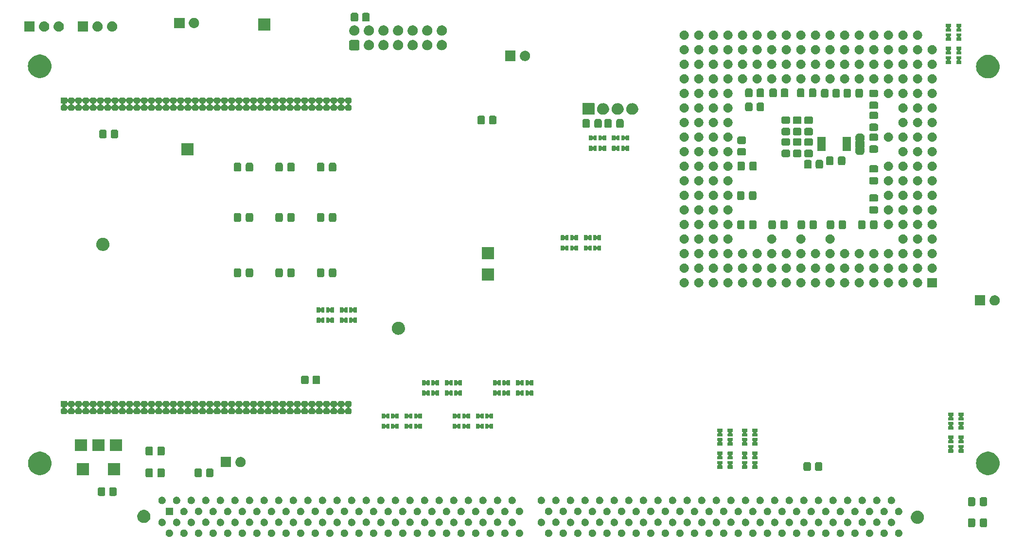
<source format=gbr>
G04 #@! TF.GenerationSoftware,KiCad,Pcbnew,7.0.6-0*
G04 #@! TF.CreationDate,2024-01-07T13:47:22+01:00*
G04 #@! TF.ProjectId,Z3660_v021a,5a333636-305f-4763-9032-31612e6b6963,v0.21*
G04 #@! TF.SameCoordinates,Original*
G04 #@! TF.FileFunction,Soldermask,Bot*
G04 #@! TF.FilePolarity,Negative*
%FSLAX46Y46*%
G04 Gerber Fmt 4.6, Leading zero omitted, Abs format (unit mm)*
G04 Created by KiCad (PCBNEW 7.0.6-0) date 2024-01-07 13:47:22*
%MOMM*%
%LPD*%
G01*
G04 APERTURE LIST*
G04 APERTURE END LIST*
G36*
X107270104Y-120093162D02*
G01*
X107313455Y-120093162D01*
X107349965Y-120102160D01*
X107379672Y-120105508D01*
X107418094Y-120118952D01*
X107465834Y-120130719D01*
X107494063Y-120145535D01*
X107517100Y-120153596D01*
X107556037Y-120178062D01*
X107604796Y-120203653D01*
X107624387Y-120221009D01*
X107640381Y-120231059D01*
X107676491Y-120267169D01*
X107722266Y-120307722D01*
X107733903Y-120324581D01*
X107743341Y-120334019D01*
X107773010Y-120381238D01*
X107811418Y-120436880D01*
X107816662Y-120450709D01*
X107820804Y-120457300D01*
X107840389Y-120513272D01*
X107867069Y-120583621D01*
X107868165Y-120592651D01*
X107868892Y-120594728D01*
X107875003Y-120648967D01*
X107885986Y-120739415D01*
X107875002Y-120829870D01*
X107868892Y-120884101D01*
X107868165Y-120886176D01*
X107867069Y-120895209D01*
X107840384Y-120965569D01*
X107820804Y-121021529D01*
X107816663Y-121028118D01*
X107811418Y-121041950D01*
X107773003Y-121097601D01*
X107743341Y-121144810D01*
X107733905Y-121154245D01*
X107722266Y-121171108D01*
X107676482Y-121211668D01*
X107640381Y-121247770D01*
X107624391Y-121257816D01*
X107604796Y-121275177D01*
X107556027Y-121300772D01*
X107517100Y-121325233D01*
X107494069Y-121333291D01*
X107465834Y-121348111D01*
X107418085Y-121359879D01*
X107379672Y-121373321D01*
X107349972Y-121376667D01*
X107313455Y-121385668D01*
X107270095Y-121385668D01*
X107234986Y-121389624D01*
X107199877Y-121385668D01*
X107156517Y-121385668D01*
X107120000Y-121376667D01*
X107090299Y-121373321D01*
X107051883Y-121359878D01*
X107004138Y-121348111D01*
X106975904Y-121333292D01*
X106952871Y-121325233D01*
X106913938Y-121300769D01*
X106865176Y-121275177D01*
X106845582Y-121257818D01*
X106829590Y-121247770D01*
X106793480Y-121211660D01*
X106747706Y-121171108D01*
X106736068Y-121154248D01*
X106726630Y-121144810D01*
X106696956Y-121097585D01*
X106658554Y-121041950D01*
X106653309Y-121028122D01*
X106649167Y-121021529D01*
X106629574Y-120965535D01*
X106602903Y-120895209D01*
X106601806Y-120886180D01*
X106601079Y-120884101D01*
X106594955Y-120829755D01*
X106583986Y-120739415D01*
X106594954Y-120649082D01*
X106601079Y-120594728D01*
X106601806Y-120592647D01*
X106602903Y-120583621D01*
X106629569Y-120513306D01*
X106649167Y-120457300D01*
X106653310Y-120450705D01*
X106658554Y-120436880D01*
X106696949Y-120381254D01*
X106726630Y-120334019D01*
X106736071Y-120324577D01*
X106747706Y-120307722D01*
X106793472Y-120267176D01*
X106829590Y-120231059D01*
X106845586Y-120221007D01*
X106865176Y-120203653D01*
X106913928Y-120178065D01*
X106952871Y-120153596D01*
X106975910Y-120145534D01*
X107004138Y-120130719D01*
X107051873Y-120118953D01*
X107090299Y-120105508D01*
X107120007Y-120102160D01*
X107156517Y-120093162D01*
X107199868Y-120093162D01*
X107234986Y-120089205D01*
X107270104Y-120093162D01*
G37*
G36*
X109810104Y-120093162D02*
G01*
X109853455Y-120093162D01*
X109889965Y-120102160D01*
X109919672Y-120105508D01*
X109958094Y-120118952D01*
X110005834Y-120130719D01*
X110034063Y-120145535D01*
X110057100Y-120153596D01*
X110096037Y-120178062D01*
X110144796Y-120203653D01*
X110164387Y-120221009D01*
X110180381Y-120231059D01*
X110216491Y-120267169D01*
X110262266Y-120307722D01*
X110273903Y-120324581D01*
X110283341Y-120334019D01*
X110313010Y-120381238D01*
X110351418Y-120436880D01*
X110356662Y-120450709D01*
X110360804Y-120457300D01*
X110380389Y-120513272D01*
X110407069Y-120583621D01*
X110408165Y-120592651D01*
X110408892Y-120594728D01*
X110415003Y-120648967D01*
X110425986Y-120739415D01*
X110415002Y-120829870D01*
X110408892Y-120884101D01*
X110408165Y-120886176D01*
X110407069Y-120895209D01*
X110380384Y-120965569D01*
X110360804Y-121021529D01*
X110356663Y-121028118D01*
X110351418Y-121041950D01*
X110313003Y-121097601D01*
X110283341Y-121144810D01*
X110273905Y-121154245D01*
X110262266Y-121171108D01*
X110216482Y-121211668D01*
X110180381Y-121247770D01*
X110164391Y-121257816D01*
X110144796Y-121275177D01*
X110096027Y-121300772D01*
X110057100Y-121325233D01*
X110034069Y-121333291D01*
X110005834Y-121348111D01*
X109958085Y-121359879D01*
X109919672Y-121373321D01*
X109889972Y-121376667D01*
X109853455Y-121385668D01*
X109810095Y-121385668D01*
X109774986Y-121389624D01*
X109739877Y-121385668D01*
X109696517Y-121385668D01*
X109660000Y-121376667D01*
X109630299Y-121373321D01*
X109591883Y-121359878D01*
X109544138Y-121348111D01*
X109515904Y-121333292D01*
X109492871Y-121325233D01*
X109453938Y-121300769D01*
X109405176Y-121275177D01*
X109385582Y-121257818D01*
X109369590Y-121247770D01*
X109333480Y-121211660D01*
X109287706Y-121171108D01*
X109276068Y-121154248D01*
X109266630Y-121144810D01*
X109236956Y-121097585D01*
X109198554Y-121041950D01*
X109193309Y-121028122D01*
X109189167Y-121021529D01*
X109169574Y-120965535D01*
X109142903Y-120895209D01*
X109141806Y-120886180D01*
X109141079Y-120884101D01*
X109134955Y-120829755D01*
X109123986Y-120739415D01*
X109134954Y-120649082D01*
X109141079Y-120594728D01*
X109141806Y-120592647D01*
X109142903Y-120583621D01*
X109169569Y-120513306D01*
X109189167Y-120457300D01*
X109193310Y-120450705D01*
X109198554Y-120436880D01*
X109236949Y-120381254D01*
X109266630Y-120334019D01*
X109276071Y-120324577D01*
X109287706Y-120307722D01*
X109333472Y-120267176D01*
X109369590Y-120231059D01*
X109385586Y-120221007D01*
X109405176Y-120203653D01*
X109453928Y-120178065D01*
X109492871Y-120153596D01*
X109515910Y-120145534D01*
X109544138Y-120130719D01*
X109591873Y-120118953D01*
X109630299Y-120105508D01*
X109660007Y-120102160D01*
X109696517Y-120093162D01*
X109739868Y-120093162D01*
X109774986Y-120089205D01*
X109810104Y-120093162D01*
G37*
G36*
X112350104Y-120093162D02*
G01*
X112393455Y-120093162D01*
X112429965Y-120102160D01*
X112459672Y-120105508D01*
X112498094Y-120118952D01*
X112545834Y-120130719D01*
X112574063Y-120145535D01*
X112597100Y-120153596D01*
X112636037Y-120178062D01*
X112684796Y-120203653D01*
X112704387Y-120221009D01*
X112720381Y-120231059D01*
X112756491Y-120267169D01*
X112802266Y-120307722D01*
X112813903Y-120324581D01*
X112823341Y-120334019D01*
X112853010Y-120381238D01*
X112891418Y-120436880D01*
X112896662Y-120450709D01*
X112900804Y-120457300D01*
X112920389Y-120513272D01*
X112947069Y-120583621D01*
X112948165Y-120592651D01*
X112948892Y-120594728D01*
X112955003Y-120648967D01*
X112965986Y-120739415D01*
X112955002Y-120829870D01*
X112948892Y-120884101D01*
X112948165Y-120886176D01*
X112947069Y-120895209D01*
X112920384Y-120965569D01*
X112900804Y-121021529D01*
X112896663Y-121028118D01*
X112891418Y-121041950D01*
X112853003Y-121097601D01*
X112823341Y-121144810D01*
X112813905Y-121154245D01*
X112802266Y-121171108D01*
X112756482Y-121211668D01*
X112720381Y-121247770D01*
X112704391Y-121257816D01*
X112684796Y-121275177D01*
X112636027Y-121300772D01*
X112597100Y-121325233D01*
X112574069Y-121333291D01*
X112545834Y-121348111D01*
X112498085Y-121359879D01*
X112459672Y-121373321D01*
X112429972Y-121376667D01*
X112393455Y-121385668D01*
X112350095Y-121385668D01*
X112314986Y-121389624D01*
X112279877Y-121385668D01*
X112236517Y-121385668D01*
X112200000Y-121376667D01*
X112170299Y-121373321D01*
X112131883Y-121359878D01*
X112084138Y-121348111D01*
X112055904Y-121333292D01*
X112032871Y-121325233D01*
X111993938Y-121300769D01*
X111945176Y-121275177D01*
X111925582Y-121257818D01*
X111909590Y-121247770D01*
X111873480Y-121211660D01*
X111827706Y-121171108D01*
X111816068Y-121154248D01*
X111806630Y-121144810D01*
X111776956Y-121097585D01*
X111738554Y-121041950D01*
X111733309Y-121028122D01*
X111729167Y-121021529D01*
X111709574Y-120965535D01*
X111682903Y-120895209D01*
X111681806Y-120886180D01*
X111681079Y-120884101D01*
X111674955Y-120829755D01*
X111663986Y-120739415D01*
X111674954Y-120649082D01*
X111681079Y-120594728D01*
X111681806Y-120592647D01*
X111682903Y-120583621D01*
X111709569Y-120513306D01*
X111729167Y-120457300D01*
X111733310Y-120450705D01*
X111738554Y-120436880D01*
X111776949Y-120381254D01*
X111806630Y-120334019D01*
X111816071Y-120324577D01*
X111827706Y-120307722D01*
X111873472Y-120267176D01*
X111909590Y-120231059D01*
X111925586Y-120221007D01*
X111945176Y-120203653D01*
X111993928Y-120178065D01*
X112032871Y-120153596D01*
X112055910Y-120145534D01*
X112084138Y-120130719D01*
X112131873Y-120118953D01*
X112170299Y-120105508D01*
X112200007Y-120102160D01*
X112236517Y-120093162D01*
X112279868Y-120093162D01*
X112314986Y-120089205D01*
X112350104Y-120093162D01*
G37*
G36*
X114890104Y-120093162D02*
G01*
X114933455Y-120093162D01*
X114969965Y-120102160D01*
X114999672Y-120105508D01*
X115038094Y-120118952D01*
X115085834Y-120130719D01*
X115114063Y-120145535D01*
X115137100Y-120153596D01*
X115176037Y-120178062D01*
X115224796Y-120203653D01*
X115244387Y-120221009D01*
X115260381Y-120231059D01*
X115296491Y-120267169D01*
X115342266Y-120307722D01*
X115353903Y-120324581D01*
X115363341Y-120334019D01*
X115393010Y-120381238D01*
X115431418Y-120436880D01*
X115436662Y-120450709D01*
X115440804Y-120457300D01*
X115460389Y-120513272D01*
X115487069Y-120583621D01*
X115488165Y-120592651D01*
X115488892Y-120594728D01*
X115495003Y-120648967D01*
X115505986Y-120739415D01*
X115495002Y-120829870D01*
X115488892Y-120884101D01*
X115488165Y-120886176D01*
X115487069Y-120895209D01*
X115460384Y-120965569D01*
X115440804Y-121021529D01*
X115436663Y-121028118D01*
X115431418Y-121041950D01*
X115393003Y-121097601D01*
X115363341Y-121144810D01*
X115353905Y-121154245D01*
X115342266Y-121171108D01*
X115296482Y-121211668D01*
X115260381Y-121247770D01*
X115244391Y-121257816D01*
X115224796Y-121275177D01*
X115176027Y-121300772D01*
X115137100Y-121325233D01*
X115114069Y-121333291D01*
X115085834Y-121348111D01*
X115038085Y-121359879D01*
X114999672Y-121373321D01*
X114969972Y-121376667D01*
X114933455Y-121385668D01*
X114890095Y-121385668D01*
X114854986Y-121389624D01*
X114819877Y-121385668D01*
X114776517Y-121385668D01*
X114740000Y-121376667D01*
X114710299Y-121373321D01*
X114671883Y-121359878D01*
X114624138Y-121348111D01*
X114595904Y-121333292D01*
X114572871Y-121325233D01*
X114533938Y-121300769D01*
X114485176Y-121275177D01*
X114465582Y-121257818D01*
X114449590Y-121247770D01*
X114413480Y-121211660D01*
X114367706Y-121171108D01*
X114356068Y-121154248D01*
X114346630Y-121144810D01*
X114316956Y-121097585D01*
X114278554Y-121041950D01*
X114273309Y-121028122D01*
X114269167Y-121021529D01*
X114249574Y-120965535D01*
X114222903Y-120895209D01*
X114221806Y-120886180D01*
X114221079Y-120884101D01*
X114214955Y-120829755D01*
X114203986Y-120739415D01*
X114214954Y-120649082D01*
X114221079Y-120594728D01*
X114221806Y-120592647D01*
X114222903Y-120583621D01*
X114249569Y-120513306D01*
X114269167Y-120457300D01*
X114273310Y-120450705D01*
X114278554Y-120436880D01*
X114316949Y-120381254D01*
X114346630Y-120334019D01*
X114356071Y-120324577D01*
X114367706Y-120307722D01*
X114413472Y-120267176D01*
X114449590Y-120231059D01*
X114465586Y-120221007D01*
X114485176Y-120203653D01*
X114533928Y-120178065D01*
X114572871Y-120153596D01*
X114595910Y-120145534D01*
X114624138Y-120130719D01*
X114671873Y-120118953D01*
X114710299Y-120105508D01*
X114740007Y-120102160D01*
X114776517Y-120093162D01*
X114819868Y-120093162D01*
X114854986Y-120089205D01*
X114890104Y-120093162D01*
G37*
G36*
X117430104Y-120093162D02*
G01*
X117473455Y-120093162D01*
X117509965Y-120102160D01*
X117539672Y-120105508D01*
X117578094Y-120118952D01*
X117625834Y-120130719D01*
X117654063Y-120145535D01*
X117677100Y-120153596D01*
X117716037Y-120178062D01*
X117764796Y-120203653D01*
X117784387Y-120221009D01*
X117800381Y-120231059D01*
X117836491Y-120267169D01*
X117882266Y-120307722D01*
X117893903Y-120324581D01*
X117903341Y-120334019D01*
X117933010Y-120381238D01*
X117971418Y-120436880D01*
X117976662Y-120450709D01*
X117980804Y-120457300D01*
X118000389Y-120513272D01*
X118027069Y-120583621D01*
X118028165Y-120592651D01*
X118028892Y-120594728D01*
X118035003Y-120648967D01*
X118045986Y-120739415D01*
X118035002Y-120829870D01*
X118028892Y-120884101D01*
X118028165Y-120886176D01*
X118027069Y-120895209D01*
X118000384Y-120965569D01*
X117980804Y-121021529D01*
X117976663Y-121028118D01*
X117971418Y-121041950D01*
X117933003Y-121097601D01*
X117903341Y-121144810D01*
X117893905Y-121154245D01*
X117882266Y-121171108D01*
X117836482Y-121211668D01*
X117800381Y-121247770D01*
X117784391Y-121257816D01*
X117764796Y-121275177D01*
X117716027Y-121300772D01*
X117677100Y-121325233D01*
X117654069Y-121333291D01*
X117625834Y-121348111D01*
X117578085Y-121359879D01*
X117539672Y-121373321D01*
X117509972Y-121376667D01*
X117473455Y-121385668D01*
X117430095Y-121385668D01*
X117394986Y-121389624D01*
X117359877Y-121385668D01*
X117316517Y-121385668D01*
X117280000Y-121376667D01*
X117250299Y-121373321D01*
X117211883Y-121359878D01*
X117164138Y-121348111D01*
X117135904Y-121333292D01*
X117112871Y-121325233D01*
X117073938Y-121300769D01*
X117025176Y-121275177D01*
X117005582Y-121257818D01*
X116989590Y-121247770D01*
X116953480Y-121211660D01*
X116907706Y-121171108D01*
X116896068Y-121154248D01*
X116886630Y-121144810D01*
X116856956Y-121097585D01*
X116818554Y-121041950D01*
X116813309Y-121028122D01*
X116809167Y-121021529D01*
X116789574Y-120965535D01*
X116762903Y-120895209D01*
X116761806Y-120886180D01*
X116761079Y-120884101D01*
X116754955Y-120829755D01*
X116743986Y-120739415D01*
X116754954Y-120649082D01*
X116761079Y-120594728D01*
X116761806Y-120592647D01*
X116762903Y-120583621D01*
X116789569Y-120513306D01*
X116809167Y-120457300D01*
X116813310Y-120450705D01*
X116818554Y-120436880D01*
X116856949Y-120381254D01*
X116886630Y-120334019D01*
X116896071Y-120324577D01*
X116907706Y-120307722D01*
X116953472Y-120267176D01*
X116989590Y-120231059D01*
X117005586Y-120221007D01*
X117025176Y-120203653D01*
X117073928Y-120178065D01*
X117112871Y-120153596D01*
X117135910Y-120145534D01*
X117164138Y-120130719D01*
X117211873Y-120118953D01*
X117250299Y-120105508D01*
X117280007Y-120102160D01*
X117316517Y-120093162D01*
X117359868Y-120093162D01*
X117394986Y-120089205D01*
X117430104Y-120093162D01*
G37*
G36*
X119970104Y-120093162D02*
G01*
X120013455Y-120093162D01*
X120049965Y-120102160D01*
X120079672Y-120105508D01*
X120118094Y-120118952D01*
X120165834Y-120130719D01*
X120194063Y-120145535D01*
X120217100Y-120153596D01*
X120256037Y-120178062D01*
X120304796Y-120203653D01*
X120324387Y-120221009D01*
X120340381Y-120231059D01*
X120376491Y-120267169D01*
X120422266Y-120307722D01*
X120433903Y-120324581D01*
X120443341Y-120334019D01*
X120473010Y-120381238D01*
X120511418Y-120436880D01*
X120516662Y-120450709D01*
X120520804Y-120457300D01*
X120540389Y-120513272D01*
X120567069Y-120583621D01*
X120568165Y-120592651D01*
X120568892Y-120594728D01*
X120575003Y-120648967D01*
X120585986Y-120739415D01*
X120575002Y-120829870D01*
X120568892Y-120884101D01*
X120568165Y-120886176D01*
X120567069Y-120895209D01*
X120540384Y-120965569D01*
X120520804Y-121021529D01*
X120516663Y-121028118D01*
X120511418Y-121041950D01*
X120473003Y-121097601D01*
X120443341Y-121144810D01*
X120433905Y-121154245D01*
X120422266Y-121171108D01*
X120376482Y-121211668D01*
X120340381Y-121247770D01*
X120324391Y-121257816D01*
X120304796Y-121275177D01*
X120256027Y-121300772D01*
X120217100Y-121325233D01*
X120194069Y-121333291D01*
X120165834Y-121348111D01*
X120118085Y-121359879D01*
X120079672Y-121373321D01*
X120049972Y-121376667D01*
X120013455Y-121385668D01*
X119970095Y-121385668D01*
X119934986Y-121389624D01*
X119899877Y-121385668D01*
X119856517Y-121385668D01*
X119820000Y-121376667D01*
X119790299Y-121373321D01*
X119751883Y-121359878D01*
X119704138Y-121348111D01*
X119675904Y-121333292D01*
X119652871Y-121325233D01*
X119613938Y-121300769D01*
X119565176Y-121275177D01*
X119545582Y-121257818D01*
X119529590Y-121247770D01*
X119493480Y-121211660D01*
X119447706Y-121171108D01*
X119436068Y-121154248D01*
X119426630Y-121144810D01*
X119396956Y-121097585D01*
X119358554Y-121041950D01*
X119353309Y-121028122D01*
X119349167Y-121021529D01*
X119329574Y-120965535D01*
X119302903Y-120895209D01*
X119301806Y-120886180D01*
X119301079Y-120884101D01*
X119294955Y-120829755D01*
X119283986Y-120739415D01*
X119294954Y-120649082D01*
X119301079Y-120594728D01*
X119301806Y-120592647D01*
X119302903Y-120583621D01*
X119329569Y-120513306D01*
X119349167Y-120457300D01*
X119353310Y-120450705D01*
X119358554Y-120436880D01*
X119396949Y-120381254D01*
X119426630Y-120334019D01*
X119436071Y-120324577D01*
X119447706Y-120307722D01*
X119493472Y-120267176D01*
X119529590Y-120231059D01*
X119545586Y-120221007D01*
X119565176Y-120203653D01*
X119613928Y-120178065D01*
X119652871Y-120153596D01*
X119675910Y-120145534D01*
X119704138Y-120130719D01*
X119751873Y-120118953D01*
X119790299Y-120105508D01*
X119820007Y-120102160D01*
X119856517Y-120093162D01*
X119899868Y-120093162D01*
X119934986Y-120089205D01*
X119970104Y-120093162D01*
G37*
G36*
X122510104Y-120093162D02*
G01*
X122553455Y-120093162D01*
X122589965Y-120102160D01*
X122619672Y-120105508D01*
X122658094Y-120118952D01*
X122705834Y-120130719D01*
X122734063Y-120145535D01*
X122757100Y-120153596D01*
X122796037Y-120178062D01*
X122844796Y-120203653D01*
X122864387Y-120221009D01*
X122880381Y-120231059D01*
X122916491Y-120267169D01*
X122962266Y-120307722D01*
X122973903Y-120324581D01*
X122983341Y-120334019D01*
X123013010Y-120381238D01*
X123051418Y-120436880D01*
X123056662Y-120450709D01*
X123060804Y-120457300D01*
X123080389Y-120513272D01*
X123107069Y-120583621D01*
X123108165Y-120592651D01*
X123108892Y-120594728D01*
X123115003Y-120648967D01*
X123125986Y-120739415D01*
X123115002Y-120829870D01*
X123108892Y-120884101D01*
X123108165Y-120886176D01*
X123107069Y-120895209D01*
X123080384Y-120965569D01*
X123060804Y-121021529D01*
X123056663Y-121028118D01*
X123051418Y-121041950D01*
X123013003Y-121097601D01*
X122983341Y-121144810D01*
X122973905Y-121154245D01*
X122962266Y-121171108D01*
X122916482Y-121211668D01*
X122880381Y-121247770D01*
X122864391Y-121257816D01*
X122844796Y-121275177D01*
X122796027Y-121300772D01*
X122757100Y-121325233D01*
X122734069Y-121333291D01*
X122705834Y-121348111D01*
X122658085Y-121359879D01*
X122619672Y-121373321D01*
X122589972Y-121376667D01*
X122553455Y-121385668D01*
X122510095Y-121385668D01*
X122474986Y-121389624D01*
X122439877Y-121385668D01*
X122396517Y-121385668D01*
X122360000Y-121376667D01*
X122330299Y-121373321D01*
X122291883Y-121359878D01*
X122244138Y-121348111D01*
X122215904Y-121333292D01*
X122192871Y-121325233D01*
X122153938Y-121300769D01*
X122105176Y-121275177D01*
X122085582Y-121257818D01*
X122069590Y-121247770D01*
X122033480Y-121211660D01*
X121987706Y-121171108D01*
X121976068Y-121154248D01*
X121966630Y-121144810D01*
X121936956Y-121097585D01*
X121898554Y-121041950D01*
X121893309Y-121028122D01*
X121889167Y-121021529D01*
X121869574Y-120965535D01*
X121842903Y-120895209D01*
X121841806Y-120886180D01*
X121841079Y-120884101D01*
X121834955Y-120829755D01*
X121823986Y-120739415D01*
X121834954Y-120649082D01*
X121841079Y-120594728D01*
X121841806Y-120592647D01*
X121842903Y-120583621D01*
X121869569Y-120513306D01*
X121889167Y-120457300D01*
X121893310Y-120450705D01*
X121898554Y-120436880D01*
X121936949Y-120381254D01*
X121966630Y-120334019D01*
X121976071Y-120324577D01*
X121987706Y-120307722D01*
X122033472Y-120267176D01*
X122069590Y-120231059D01*
X122085586Y-120221007D01*
X122105176Y-120203653D01*
X122153928Y-120178065D01*
X122192871Y-120153596D01*
X122215910Y-120145534D01*
X122244138Y-120130719D01*
X122291873Y-120118953D01*
X122330299Y-120105508D01*
X122360007Y-120102160D01*
X122396517Y-120093162D01*
X122439868Y-120093162D01*
X122474986Y-120089205D01*
X122510104Y-120093162D01*
G37*
G36*
X125050104Y-120093162D02*
G01*
X125093455Y-120093162D01*
X125129965Y-120102160D01*
X125159672Y-120105508D01*
X125198094Y-120118952D01*
X125245834Y-120130719D01*
X125274063Y-120145535D01*
X125297100Y-120153596D01*
X125336037Y-120178062D01*
X125384796Y-120203653D01*
X125404387Y-120221009D01*
X125420381Y-120231059D01*
X125456491Y-120267169D01*
X125502266Y-120307722D01*
X125513903Y-120324581D01*
X125523341Y-120334019D01*
X125553010Y-120381238D01*
X125591418Y-120436880D01*
X125596662Y-120450709D01*
X125600804Y-120457300D01*
X125620389Y-120513272D01*
X125647069Y-120583621D01*
X125648165Y-120592651D01*
X125648892Y-120594728D01*
X125655003Y-120648967D01*
X125665986Y-120739415D01*
X125655002Y-120829870D01*
X125648892Y-120884101D01*
X125648165Y-120886176D01*
X125647069Y-120895209D01*
X125620384Y-120965569D01*
X125600804Y-121021529D01*
X125596663Y-121028118D01*
X125591418Y-121041950D01*
X125553003Y-121097601D01*
X125523341Y-121144810D01*
X125513905Y-121154245D01*
X125502266Y-121171108D01*
X125456482Y-121211668D01*
X125420381Y-121247770D01*
X125404391Y-121257816D01*
X125384796Y-121275177D01*
X125336027Y-121300772D01*
X125297100Y-121325233D01*
X125274069Y-121333291D01*
X125245834Y-121348111D01*
X125198085Y-121359879D01*
X125159672Y-121373321D01*
X125129972Y-121376667D01*
X125093455Y-121385668D01*
X125050095Y-121385668D01*
X125014986Y-121389624D01*
X124979877Y-121385668D01*
X124936517Y-121385668D01*
X124900000Y-121376667D01*
X124870299Y-121373321D01*
X124831883Y-121359878D01*
X124784138Y-121348111D01*
X124755904Y-121333292D01*
X124732871Y-121325233D01*
X124693938Y-121300769D01*
X124645176Y-121275177D01*
X124625582Y-121257818D01*
X124609590Y-121247770D01*
X124573480Y-121211660D01*
X124527706Y-121171108D01*
X124516068Y-121154248D01*
X124506630Y-121144810D01*
X124476956Y-121097585D01*
X124438554Y-121041950D01*
X124433309Y-121028122D01*
X124429167Y-121021529D01*
X124409574Y-120965535D01*
X124382903Y-120895209D01*
X124381806Y-120886180D01*
X124381079Y-120884101D01*
X124374955Y-120829755D01*
X124363986Y-120739415D01*
X124374954Y-120649082D01*
X124381079Y-120594728D01*
X124381806Y-120592647D01*
X124382903Y-120583621D01*
X124409569Y-120513306D01*
X124429167Y-120457300D01*
X124433310Y-120450705D01*
X124438554Y-120436880D01*
X124476949Y-120381254D01*
X124506630Y-120334019D01*
X124516071Y-120324577D01*
X124527706Y-120307722D01*
X124573472Y-120267176D01*
X124609590Y-120231059D01*
X124625586Y-120221007D01*
X124645176Y-120203653D01*
X124693928Y-120178065D01*
X124732871Y-120153596D01*
X124755910Y-120145534D01*
X124784138Y-120130719D01*
X124831873Y-120118953D01*
X124870299Y-120105508D01*
X124900007Y-120102160D01*
X124936517Y-120093162D01*
X124979868Y-120093162D01*
X125014986Y-120089205D01*
X125050104Y-120093162D01*
G37*
G36*
X127590104Y-120093162D02*
G01*
X127633455Y-120093162D01*
X127669965Y-120102160D01*
X127699672Y-120105508D01*
X127738094Y-120118952D01*
X127785834Y-120130719D01*
X127814063Y-120145535D01*
X127837100Y-120153596D01*
X127876037Y-120178062D01*
X127924796Y-120203653D01*
X127944387Y-120221009D01*
X127960381Y-120231059D01*
X127996491Y-120267169D01*
X128042266Y-120307722D01*
X128053903Y-120324581D01*
X128063341Y-120334019D01*
X128093010Y-120381238D01*
X128131418Y-120436880D01*
X128136662Y-120450709D01*
X128140804Y-120457300D01*
X128160389Y-120513272D01*
X128187069Y-120583621D01*
X128188165Y-120592651D01*
X128188892Y-120594728D01*
X128195003Y-120648967D01*
X128205986Y-120739415D01*
X128195002Y-120829870D01*
X128188892Y-120884101D01*
X128188165Y-120886176D01*
X128187069Y-120895209D01*
X128160384Y-120965569D01*
X128140804Y-121021529D01*
X128136663Y-121028118D01*
X128131418Y-121041950D01*
X128093003Y-121097601D01*
X128063341Y-121144810D01*
X128053905Y-121154245D01*
X128042266Y-121171108D01*
X127996482Y-121211668D01*
X127960381Y-121247770D01*
X127944391Y-121257816D01*
X127924796Y-121275177D01*
X127876027Y-121300772D01*
X127837100Y-121325233D01*
X127814069Y-121333291D01*
X127785834Y-121348111D01*
X127738085Y-121359879D01*
X127699672Y-121373321D01*
X127669972Y-121376667D01*
X127633455Y-121385668D01*
X127590095Y-121385668D01*
X127554986Y-121389624D01*
X127519877Y-121385668D01*
X127476517Y-121385668D01*
X127440000Y-121376667D01*
X127410299Y-121373321D01*
X127371883Y-121359878D01*
X127324138Y-121348111D01*
X127295904Y-121333292D01*
X127272871Y-121325233D01*
X127233938Y-121300769D01*
X127185176Y-121275177D01*
X127165582Y-121257818D01*
X127149590Y-121247770D01*
X127113480Y-121211660D01*
X127067706Y-121171108D01*
X127056068Y-121154248D01*
X127046630Y-121144810D01*
X127016956Y-121097585D01*
X126978554Y-121041950D01*
X126973309Y-121028122D01*
X126969167Y-121021529D01*
X126949574Y-120965535D01*
X126922903Y-120895209D01*
X126921806Y-120886180D01*
X126921079Y-120884101D01*
X126914955Y-120829755D01*
X126903986Y-120739415D01*
X126914954Y-120649082D01*
X126921079Y-120594728D01*
X126921806Y-120592647D01*
X126922903Y-120583621D01*
X126949569Y-120513306D01*
X126969167Y-120457300D01*
X126973310Y-120450705D01*
X126978554Y-120436880D01*
X127016949Y-120381254D01*
X127046630Y-120334019D01*
X127056071Y-120324577D01*
X127067706Y-120307722D01*
X127113472Y-120267176D01*
X127149590Y-120231059D01*
X127165586Y-120221007D01*
X127185176Y-120203653D01*
X127233928Y-120178065D01*
X127272871Y-120153596D01*
X127295910Y-120145534D01*
X127324138Y-120130719D01*
X127371873Y-120118953D01*
X127410299Y-120105508D01*
X127440007Y-120102160D01*
X127476517Y-120093162D01*
X127519868Y-120093162D01*
X127554986Y-120089205D01*
X127590104Y-120093162D01*
G37*
G36*
X130130104Y-120093162D02*
G01*
X130173455Y-120093162D01*
X130209965Y-120102160D01*
X130239672Y-120105508D01*
X130278094Y-120118952D01*
X130325834Y-120130719D01*
X130354063Y-120145535D01*
X130377100Y-120153596D01*
X130416037Y-120178062D01*
X130464796Y-120203653D01*
X130484387Y-120221009D01*
X130500381Y-120231059D01*
X130536491Y-120267169D01*
X130582266Y-120307722D01*
X130593903Y-120324581D01*
X130603341Y-120334019D01*
X130633010Y-120381238D01*
X130671418Y-120436880D01*
X130676662Y-120450709D01*
X130680804Y-120457300D01*
X130700389Y-120513272D01*
X130727069Y-120583621D01*
X130728165Y-120592651D01*
X130728892Y-120594728D01*
X130735003Y-120648967D01*
X130745986Y-120739415D01*
X130735002Y-120829870D01*
X130728892Y-120884101D01*
X130728165Y-120886176D01*
X130727069Y-120895209D01*
X130700384Y-120965569D01*
X130680804Y-121021529D01*
X130676663Y-121028118D01*
X130671418Y-121041950D01*
X130633003Y-121097601D01*
X130603341Y-121144810D01*
X130593905Y-121154245D01*
X130582266Y-121171108D01*
X130536482Y-121211668D01*
X130500381Y-121247770D01*
X130484391Y-121257816D01*
X130464796Y-121275177D01*
X130416027Y-121300772D01*
X130377100Y-121325233D01*
X130354069Y-121333291D01*
X130325834Y-121348111D01*
X130278085Y-121359879D01*
X130239672Y-121373321D01*
X130209972Y-121376667D01*
X130173455Y-121385668D01*
X130130095Y-121385668D01*
X130094986Y-121389624D01*
X130059877Y-121385668D01*
X130016517Y-121385668D01*
X129980000Y-121376667D01*
X129950299Y-121373321D01*
X129911883Y-121359878D01*
X129864138Y-121348111D01*
X129835904Y-121333292D01*
X129812871Y-121325233D01*
X129773938Y-121300769D01*
X129725176Y-121275177D01*
X129705582Y-121257818D01*
X129689590Y-121247770D01*
X129653480Y-121211660D01*
X129607706Y-121171108D01*
X129596068Y-121154248D01*
X129586630Y-121144810D01*
X129556956Y-121097585D01*
X129518554Y-121041950D01*
X129513309Y-121028122D01*
X129509167Y-121021529D01*
X129489574Y-120965535D01*
X129462903Y-120895209D01*
X129461806Y-120886180D01*
X129461079Y-120884101D01*
X129454955Y-120829755D01*
X129443986Y-120739415D01*
X129454954Y-120649082D01*
X129461079Y-120594728D01*
X129461806Y-120592647D01*
X129462903Y-120583621D01*
X129489569Y-120513306D01*
X129509167Y-120457300D01*
X129513310Y-120450705D01*
X129518554Y-120436880D01*
X129556949Y-120381254D01*
X129586630Y-120334019D01*
X129596071Y-120324577D01*
X129607706Y-120307722D01*
X129653472Y-120267176D01*
X129689590Y-120231059D01*
X129705586Y-120221007D01*
X129725176Y-120203653D01*
X129773928Y-120178065D01*
X129812871Y-120153596D01*
X129835910Y-120145534D01*
X129864138Y-120130719D01*
X129911873Y-120118953D01*
X129950299Y-120105508D01*
X129980007Y-120102160D01*
X130016517Y-120093162D01*
X130059868Y-120093162D01*
X130094986Y-120089205D01*
X130130104Y-120093162D01*
G37*
G36*
X132670104Y-120093162D02*
G01*
X132713455Y-120093162D01*
X132749965Y-120102160D01*
X132779672Y-120105508D01*
X132818094Y-120118952D01*
X132865834Y-120130719D01*
X132894063Y-120145535D01*
X132917100Y-120153596D01*
X132956037Y-120178062D01*
X133004796Y-120203653D01*
X133024387Y-120221009D01*
X133040381Y-120231059D01*
X133076491Y-120267169D01*
X133122266Y-120307722D01*
X133133903Y-120324581D01*
X133143341Y-120334019D01*
X133173010Y-120381238D01*
X133211418Y-120436880D01*
X133216662Y-120450709D01*
X133220804Y-120457300D01*
X133240389Y-120513272D01*
X133267069Y-120583621D01*
X133268165Y-120592651D01*
X133268892Y-120594728D01*
X133275003Y-120648967D01*
X133285986Y-120739415D01*
X133275002Y-120829870D01*
X133268892Y-120884101D01*
X133268165Y-120886176D01*
X133267069Y-120895209D01*
X133240384Y-120965569D01*
X133220804Y-121021529D01*
X133216663Y-121028118D01*
X133211418Y-121041950D01*
X133173003Y-121097601D01*
X133143341Y-121144810D01*
X133133905Y-121154245D01*
X133122266Y-121171108D01*
X133076482Y-121211668D01*
X133040381Y-121247770D01*
X133024391Y-121257816D01*
X133004796Y-121275177D01*
X132956027Y-121300772D01*
X132917100Y-121325233D01*
X132894069Y-121333291D01*
X132865834Y-121348111D01*
X132818085Y-121359879D01*
X132779672Y-121373321D01*
X132749972Y-121376667D01*
X132713455Y-121385668D01*
X132670095Y-121385668D01*
X132634986Y-121389624D01*
X132599877Y-121385668D01*
X132556517Y-121385668D01*
X132520000Y-121376667D01*
X132490299Y-121373321D01*
X132451883Y-121359878D01*
X132404138Y-121348111D01*
X132375904Y-121333292D01*
X132352871Y-121325233D01*
X132313938Y-121300769D01*
X132265176Y-121275177D01*
X132245582Y-121257818D01*
X132229590Y-121247770D01*
X132193480Y-121211660D01*
X132147706Y-121171108D01*
X132136068Y-121154248D01*
X132126630Y-121144810D01*
X132096956Y-121097585D01*
X132058554Y-121041950D01*
X132053309Y-121028122D01*
X132049167Y-121021529D01*
X132029574Y-120965535D01*
X132002903Y-120895209D01*
X132001806Y-120886180D01*
X132001079Y-120884101D01*
X131994955Y-120829755D01*
X131983986Y-120739415D01*
X131994954Y-120649082D01*
X132001079Y-120594728D01*
X132001806Y-120592647D01*
X132002903Y-120583621D01*
X132029569Y-120513306D01*
X132049167Y-120457300D01*
X132053310Y-120450705D01*
X132058554Y-120436880D01*
X132096949Y-120381254D01*
X132126630Y-120334019D01*
X132136071Y-120324577D01*
X132147706Y-120307722D01*
X132193472Y-120267176D01*
X132229590Y-120231059D01*
X132245586Y-120221007D01*
X132265176Y-120203653D01*
X132313928Y-120178065D01*
X132352871Y-120153596D01*
X132375910Y-120145534D01*
X132404138Y-120130719D01*
X132451873Y-120118953D01*
X132490299Y-120105508D01*
X132520007Y-120102160D01*
X132556517Y-120093162D01*
X132599868Y-120093162D01*
X132634986Y-120089205D01*
X132670104Y-120093162D01*
G37*
G36*
X135210104Y-120093162D02*
G01*
X135253455Y-120093162D01*
X135289965Y-120102160D01*
X135319672Y-120105508D01*
X135358094Y-120118952D01*
X135405834Y-120130719D01*
X135434063Y-120145535D01*
X135457100Y-120153596D01*
X135496037Y-120178062D01*
X135544796Y-120203653D01*
X135564387Y-120221009D01*
X135580381Y-120231059D01*
X135616491Y-120267169D01*
X135662266Y-120307722D01*
X135673903Y-120324581D01*
X135683341Y-120334019D01*
X135713010Y-120381238D01*
X135751418Y-120436880D01*
X135756662Y-120450709D01*
X135760804Y-120457300D01*
X135780389Y-120513272D01*
X135807069Y-120583621D01*
X135808165Y-120592651D01*
X135808892Y-120594728D01*
X135815003Y-120648967D01*
X135825986Y-120739415D01*
X135815002Y-120829870D01*
X135808892Y-120884101D01*
X135808165Y-120886176D01*
X135807069Y-120895209D01*
X135780384Y-120965569D01*
X135760804Y-121021529D01*
X135756663Y-121028118D01*
X135751418Y-121041950D01*
X135713003Y-121097601D01*
X135683341Y-121144810D01*
X135673905Y-121154245D01*
X135662266Y-121171108D01*
X135616482Y-121211668D01*
X135580381Y-121247770D01*
X135564391Y-121257816D01*
X135544796Y-121275177D01*
X135496027Y-121300772D01*
X135457100Y-121325233D01*
X135434069Y-121333291D01*
X135405834Y-121348111D01*
X135358085Y-121359879D01*
X135319672Y-121373321D01*
X135289972Y-121376667D01*
X135253455Y-121385668D01*
X135210095Y-121385668D01*
X135174986Y-121389624D01*
X135139877Y-121385668D01*
X135096517Y-121385668D01*
X135060000Y-121376667D01*
X135030299Y-121373321D01*
X134991883Y-121359878D01*
X134944138Y-121348111D01*
X134915904Y-121333292D01*
X134892871Y-121325233D01*
X134853938Y-121300769D01*
X134805176Y-121275177D01*
X134785582Y-121257818D01*
X134769590Y-121247770D01*
X134733480Y-121211660D01*
X134687706Y-121171108D01*
X134676068Y-121154248D01*
X134666630Y-121144810D01*
X134636956Y-121097585D01*
X134598554Y-121041950D01*
X134593309Y-121028122D01*
X134589167Y-121021529D01*
X134569574Y-120965535D01*
X134542903Y-120895209D01*
X134541806Y-120886180D01*
X134541079Y-120884101D01*
X134534955Y-120829755D01*
X134523986Y-120739415D01*
X134534954Y-120649082D01*
X134541079Y-120594728D01*
X134541806Y-120592647D01*
X134542903Y-120583621D01*
X134569569Y-120513306D01*
X134589167Y-120457300D01*
X134593310Y-120450705D01*
X134598554Y-120436880D01*
X134636949Y-120381254D01*
X134666630Y-120334019D01*
X134676071Y-120324577D01*
X134687706Y-120307722D01*
X134733472Y-120267176D01*
X134769590Y-120231059D01*
X134785586Y-120221007D01*
X134805176Y-120203653D01*
X134853928Y-120178065D01*
X134892871Y-120153596D01*
X134915910Y-120145534D01*
X134944138Y-120130719D01*
X134991873Y-120118953D01*
X135030299Y-120105508D01*
X135060007Y-120102160D01*
X135096517Y-120093162D01*
X135139868Y-120093162D01*
X135174986Y-120089205D01*
X135210104Y-120093162D01*
G37*
G36*
X137750104Y-120093162D02*
G01*
X137793455Y-120093162D01*
X137829965Y-120102160D01*
X137859672Y-120105508D01*
X137898094Y-120118952D01*
X137945834Y-120130719D01*
X137974063Y-120145535D01*
X137997100Y-120153596D01*
X138036037Y-120178062D01*
X138084796Y-120203653D01*
X138104387Y-120221009D01*
X138120381Y-120231059D01*
X138156491Y-120267169D01*
X138202266Y-120307722D01*
X138213903Y-120324581D01*
X138223341Y-120334019D01*
X138253010Y-120381238D01*
X138291418Y-120436880D01*
X138296662Y-120450709D01*
X138300804Y-120457300D01*
X138320389Y-120513272D01*
X138347069Y-120583621D01*
X138348165Y-120592651D01*
X138348892Y-120594728D01*
X138355003Y-120648967D01*
X138365986Y-120739415D01*
X138355002Y-120829870D01*
X138348892Y-120884101D01*
X138348165Y-120886176D01*
X138347069Y-120895209D01*
X138320384Y-120965569D01*
X138300804Y-121021529D01*
X138296663Y-121028118D01*
X138291418Y-121041950D01*
X138253003Y-121097601D01*
X138223341Y-121144810D01*
X138213905Y-121154245D01*
X138202266Y-121171108D01*
X138156482Y-121211668D01*
X138120381Y-121247770D01*
X138104391Y-121257816D01*
X138084796Y-121275177D01*
X138036027Y-121300772D01*
X137997100Y-121325233D01*
X137974069Y-121333291D01*
X137945834Y-121348111D01*
X137898085Y-121359879D01*
X137859672Y-121373321D01*
X137829972Y-121376667D01*
X137793455Y-121385668D01*
X137750095Y-121385668D01*
X137714986Y-121389624D01*
X137679877Y-121385668D01*
X137636517Y-121385668D01*
X137600000Y-121376667D01*
X137570299Y-121373321D01*
X137531883Y-121359878D01*
X137484138Y-121348111D01*
X137455904Y-121333292D01*
X137432871Y-121325233D01*
X137393938Y-121300769D01*
X137345176Y-121275177D01*
X137325582Y-121257818D01*
X137309590Y-121247770D01*
X137273480Y-121211660D01*
X137227706Y-121171108D01*
X137216068Y-121154248D01*
X137206630Y-121144810D01*
X137176956Y-121097585D01*
X137138554Y-121041950D01*
X137133309Y-121028122D01*
X137129167Y-121021529D01*
X137109574Y-120965535D01*
X137082903Y-120895209D01*
X137081806Y-120886180D01*
X137081079Y-120884101D01*
X137074955Y-120829755D01*
X137063986Y-120739415D01*
X137074954Y-120649082D01*
X137081079Y-120594728D01*
X137081806Y-120592647D01*
X137082903Y-120583621D01*
X137109569Y-120513306D01*
X137129167Y-120457300D01*
X137133310Y-120450705D01*
X137138554Y-120436880D01*
X137176949Y-120381254D01*
X137206630Y-120334019D01*
X137216071Y-120324577D01*
X137227706Y-120307722D01*
X137273472Y-120267176D01*
X137309590Y-120231059D01*
X137325586Y-120221007D01*
X137345176Y-120203653D01*
X137393928Y-120178065D01*
X137432871Y-120153596D01*
X137455910Y-120145534D01*
X137484138Y-120130719D01*
X137531873Y-120118953D01*
X137570299Y-120105508D01*
X137600007Y-120102160D01*
X137636517Y-120093162D01*
X137679868Y-120093162D01*
X137714986Y-120089205D01*
X137750104Y-120093162D01*
G37*
G36*
X140290104Y-120093162D02*
G01*
X140333455Y-120093162D01*
X140369965Y-120102160D01*
X140399672Y-120105508D01*
X140438094Y-120118952D01*
X140485834Y-120130719D01*
X140514063Y-120145535D01*
X140537100Y-120153596D01*
X140576037Y-120178062D01*
X140624796Y-120203653D01*
X140644387Y-120221009D01*
X140660381Y-120231059D01*
X140696491Y-120267169D01*
X140742266Y-120307722D01*
X140753903Y-120324581D01*
X140763341Y-120334019D01*
X140793010Y-120381238D01*
X140831418Y-120436880D01*
X140836662Y-120450709D01*
X140840804Y-120457300D01*
X140860389Y-120513272D01*
X140887069Y-120583621D01*
X140888165Y-120592651D01*
X140888892Y-120594728D01*
X140895003Y-120648967D01*
X140905986Y-120739415D01*
X140895002Y-120829870D01*
X140888892Y-120884101D01*
X140888165Y-120886176D01*
X140887069Y-120895209D01*
X140860384Y-120965569D01*
X140840804Y-121021529D01*
X140836663Y-121028118D01*
X140831418Y-121041950D01*
X140793003Y-121097601D01*
X140763341Y-121144810D01*
X140753905Y-121154245D01*
X140742266Y-121171108D01*
X140696482Y-121211668D01*
X140660381Y-121247770D01*
X140644391Y-121257816D01*
X140624796Y-121275177D01*
X140576027Y-121300772D01*
X140537100Y-121325233D01*
X140514069Y-121333291D01*
X140485834Y-121348111D01*
X140438085Y-121359879D01*
X140399672Y-121373321D01*
X140369972Y-121376667D01*
X140333455Y-121385668D01*
X140290095Y-121385668D01*
X140254986Y-121389624D01*
X140219877Y-121385668D01*
X140176517Y-121385668D01*
X140140000Y-121376667D01*
X140110299Y-121373321D01*
X140071883Y-121359878D01*
X140024138Y-121348111D01*
X139995904Y-121333292D01*
X139972871Y-121325233D01*
X139933938Y-121300769D01*
X139885176Y-121275177D01*
X139865582Y-121257818D01*
X139849590Y-121247770D01*
X139813480Y-121211660D01*
X139767706Y-121171108D01*
X139756068Y-121154248D01*
X139746630Y-121144810D01*
X139716956Y-121097585D01*
X139678554Y-121041950D01*
X139673309Y-121028122D01*
X139669167Y-121021529D01*
X139649574Y-120965535D01*
X139622903Y-120895209D01*
X139621806Y-120886180D01*
X139621079Y-120884101D01*
X139614955Y-120829755D01*
X139603986Y-120739415D01*
X139614954Y-120649082D01*
X139621079Y-120594728D01*
X139621806Y-120592647D01*
X139622903Y-120583621D01*
X139649569Y-120513306D01*
X139669167Y-120457300D01*
X139673310Y-120450705D01*
X139678554Y-120436880D01*
X139716949Y-120381254D01*
X139746630Y-120334019D01*
X139756071Y-120324577D01*
X139767706Y-120307722D01*
X139813472Y-120267176D01*
X139849590Y-120231059D01*
X139865586Y-120221007D01*
X139885176Y-120203653D01*
X139933928Y-120178065D01*
X139972871Y-120153596D01*
X139995910Y-120145534D01*
X140024138Y-120130719D01*
X140071873Y-120118953D01*
X140110299Y-120105508D01*
X140140007Y-120102160D01*
X140176517Y-120093162D01*
X140219868Y-120093162D01*
X140254986Y-120089205D01*
X140290104Y-120093162D01*
G37*
G36*
X142830104Y-120093162D02*
G01*
X142873455Y-120093162D01*
X142909965Y-120102160D01*
X142939672Y-120105508D01*
X142978094Y-120118952D01*
X143025834Y-120130719D01*
X143054063Y-120145535D01*
X143077100Y-120153596D01*
X143116037Y-120178062D01*
X143164796Y-120203653D01*
X143184387Y-120221009D01*
X143200381Y-120231059D01*
X143236491Y-120267169D01*
X143282266Y-120307722D01*
X143293903Y-120324581D01*
X143303341Y-120334019D01*
X143333010Y-120381238D01*
X143371418Y-120436880D01*
X143376662Y-120450709D01*
X143380804Y-120457300D01*
X143400389Y-120513272D01*
X143427069Y-120583621D01*
X143428165Y-120592651D01*
X143428892Y-120594728D01*
X143435003Y-120648967D01*
X143445986Y-120739415D01*
X143435002Y-120829870D01*
X143428892Y-120884101D01*
X143428165Y-120886176D01*
X143427069Y-120895209D01*
X143400384Y-120965569D01*
X143380804Y-121021529D01*
X143376663Y-121028118D01*
X143371418Y-121041950D01*
X143333003Y-121097601D01*
X143303341Y-121144810D01*
X143293905Y-121154245D01*
X143282266Y-121171108D01*
X143236482Y-121211668D01*
X143200381Y-121247770D01*
X143184391Y-121257816D01*
X143164796Y-121275177D01*
X143116027Y-121300772D01*
X143077100Y-121325233D01*
X143054069Y-121333291D01*
X143025834Y-121348111D01*
X142978085Y-121359879D01*
X142939672Y-121373321D01*
X142909972Y-121376667D01*
X142873455Y-121385668D01*
X142830095Y-121385668D01*
X142794986Y-121389624D01*
X142759877Y-121385668D01*
X142716517Y-121385668D01*
X142680000Y-121376667D01*
X142650299Y-121373321D01*
X142611883Y-121359878D01*
X142564138Y-121348111D01*
X142535904Y-121333292D01*
X142512871Y-121325233D01*
X142473938Y-121300769D01*
X142425176Y-121275177D01*
X142405582Y-121257818D01*
X142389590Y-121247770D01*
X142353480Y-121211660D01*
X142307706Y-121171108D01*
X142296068Y-121154248D01*
X142286630Y-121144810D01*
X142256956Y-121097585D01*
X142218554Y-121041950D01*
X142213309Y-121028122D01*
X142209167Y-121021529D01*
X142189574Y-120965535D01*
X142162903Y-120895209D01*
X142161806Y-120886180D01*
X142161079Y-120884101D01*
X142154955Y-120829755D01*
X142143986Y-120739415D01*
X142154954Y-120649082D01*
X142161079Y-120594728D01*
X142161806Y-120592647D01*
X142162903Y-120583621D01*
X142189569Y-120513306D01*
X142209167Y-120457300D01*
X142213310Y-120450705D01*
X142218554Y-120436880D01*
X142256949Y-120381254D01*
X142286630Y-120334019D01*
X142296071Y-120324577D01*
X142307706Y-120307722D01*
X142353472Y-120267176D01*
X142389590Y-120231059D01*
X142405586Y-120221007D01*
X142425176Y-120203653D01*
X142473928Y-120178065D01*
X142512871Y-120153596D01*
X142535910Y-120145534D01*
X142564138Y-120130719D01*
X142611873Y-120118953D01*
X142650299Y-120105508D01*
X142680007Y-120102160D01*
X142716517Y-120093162D01*
X142759868Y-120093162D01*
X142794986Y-120089205D01*
X142830104Y-120093162D01*
G37*
G36*
X145370104Y-120093162D02*
G01*
X145413455Y-120093162D01*
X145449965Y-120102160D01*
X145479672Y-120105508D01*
X145518094Y-120118952D01*
X145565834Y-120130719D01*
X145594063Y-120145535D01*
X145617100Y-120153596D01*
X145656037Y-120178062D01*
X145704796Y-120203653D01*
X145724387Y-120221009D01*
X145740381Y-120231059D01*
X145776491Y-120267169D01*
X145822266Y-120307722D01*
X145833903Y-120324581D01*
X145843341Y-120334019D01*
X145873010Y-120381238D01*
X145911418Y-120436880D01*
X145916662Y-120450709D01*
X145920804Y-120457300D01*
X145940389Y-120513272D01*
X145967069Y-120583621D01*
X145968165Y-120592651D01*
X145968892Y-120594728D01*
X145975004Y-120648972D01*
X145985986Y-120739415D01*
X145975002Y-120829874D01*
X145968892Y-120884101D01*
X145968165Y-120886176D01*
X145967069Y-120895209D01*
X145940384Y-120965569D01*
X145920804Y-121021529D01*
X145916663Y-121028118D01*
X145911418Y-121041950D01*
X145873003Y-121097601D01*
X145843341Y-121144810D01*
X145833905Y-121154245D01*
X145822266Y-121171108D01*
X145776482Y-121211668D01*
X145740381Y-121247770D01*
X145724391Y-121257816D01*
X145704796Y-121275177D01*
X145656027Y-121300772D01*
X145617100Y-121325233D01*
X145594069Y-121333291D01*
X145565834Y-121348111D01*
X145518085Y-121359879D01*
X145479672Y-121373321D01*
X145449972Y-121376667D01*
X145413455Y-121385668D01*
X145370095Y-121385668D01*
X145334986Y-121389624D01*
X145299877Y-121385668D01*
X145256517Y-121385668D01*
X145220000Y-121376667D01*
X145190299Y-121373321D01*
X145151883Y-121359878D01*
X145104138Y-121348111D01*
X145075904Y-121333292D01*
X145052871Y-121325233D01*
X145013938Y-121300769D01*
X144965176Y-121275177D01*
X144945582Y-121257818D01*
X144929590Y-121247770D01*
X144893480Y-121211660D01*
X144847706Y-121171108D01*
X144836068Y-121154248D01*
X144826630Y-121144810D01*
X144796956Y-121097585D01*
X144758554Y-121041950D01*
X144753309Y-121028122D01*
X144749167Y-121021529D01*
X144729574Y-120965535D01*
X144702903Y-120895209D01*
X144701806Y-120886180D01*
X144701079Y-120884101D01*
X144694955Y-120829755D01*
X144683986Y-120739415D01*
X144694954Y-120649082D01*
X144701079Y-120594728D01*
X144701806Y-120592647D01*
X144702903Y-120583621D01*
X144729569Y-120513306D01*
X144749167Y-120457300D01*
X144753310Y-120450705D01*
X144758554Y-120436880D01*
X144796949Y-120381254D01*
X144826630Y-120334019D01*
X144836071Y-120324577D01*
X144847706Y-120307722D01*
X144893472Y-120267176D01*
X144929590Y-120231059D01*
X144945586Y-120221007D01*
X144965176Y-120203653D01*
X145013928Y-120178065D01*
X145052871Y-120153596D01*
X145075910Y-120145534D01*
X145104138Y-120130719D01*
X145151873Y-120118953D01*
X145190299Y-120105508D01*
X145220007Y-120102160D01*
X145256517Y-120093162D01*
X145299868Y-120093162D01*
X145334986Y-120089205D01*
X145370104Y-120093162D01*
G37*
G36*
X147910104Y-120093162D02*
G01*
X147953455Y-120093162D01*
X147989965Y-120102160D01*
X148019672Y-120105508D01*
X148058094Y-120118952D01*
X148105834Y-120130719D01*
X148134063Y-120145535D01*
X148157100Y-120153596D01*
X148196037Y-120178062D01*
X148244796Y-120203653D01*
X148264387Y-120221009D01*
X148280381Y-120231059D01*
X148316491Y-120267169D01*
X148362266Y-120307722D01*
X148373903Y-120324581D01*
X148383341Y-120334019D01*
X148413010Y-120381238D01*
X148451418Y-120436880D01*
X148456662Y-120450709D01*
X148460804Y-120457300D01*
X148480389Y-120513272D01*
X148507069Y-120583621D01*
X148508165Y-120592651D01*
X148508892Y-120594728D01*
X148515003Y-120648967D01*
X148525986Y-120739415D01*
X148515002Y-120829870D01*
X148508892Y-120884101D01*
X148508165Y-120886176D01*
X148507069Y-120895209D01*
X148480384Y-120965569D01*
X148460804Y-121021529D01*
X148456663Y-121028118D01*
X148451418Y-121041950D01*
X148413003Y-121097601D01*
X148383341Y-121144810D01*
X148373905Y-121154245D01*
X148362266Y-121171108D01*
X148316482Y-121211668D01*
X148280381Y-121247770D01*
X148264391Y-121257816D01*
X148244796Y-121275177D01*
X148196027Y-121300772D01*
X148157100Y-121325233D01*
X148134069Y-121333291D01*
X148105834Y-121348111D01*
X148058085Y-121359879D01*
X148019672Y-121373321D01*
X147989972Y-121376667D01*
X147953455Y-121385668D01*
X147910095Y-121385668D01*
X147874986Y-121389624D01*
X147839877Y-121385668D01*
X147796517Y-121385668D01*
X147760000Y-121376667D01*
X147730299Y-121373321D01*
X147691883Y-121359878D01*
X147644138Y-121348111D01*
X147615904Y-121333292D01*
X147592871Y-121325233D01*
X147553938Y-121300769D01*
X147505176Y-121275177D01*
X147485582Y-121257818D01*
X147469590Y-121247770D01*
X147433480Y-121211660D01*
X147387706Y-121171108D01*
X147376068Y-121154248D01*
X147366630Y-121144810D01*
X147336956Y-121097585D01*
X147298554Y-121041950D01*
X147293309Y-121028122D01*
X147289167Y-121021529D01*
X147269574Y-120965535D01*
X147242903Y-120895209D01*
X147241806Y-120886180D01*
X147241079Y-120884101D01*
X147234956Y-120829760D01*
X147223986Y-120739415D01*
X147234953Y-120649087D01*
X147241079Y-120594728D01*
X147241806Y-120592647D01*
X147242903Y-120583621D01*
X147269569Y-120513306D01*
X147289167Y-120457300D01*
X147293310Y-120450705D01*
X147298554Y-120436880D01*
X147336949Y-120381254D01*
X147366630Y-120334019D01*
X147376071Y-120324577D01*
X147387706Y-120307722D01*
X147433472Y-120267176D01*
X147469590Y-120231059D01*
X147485586Y-120221007D01*
X147505176Y-120203653D01*
X147553928Y-120178065D01*
X147592871Y-120153596D01*
X147615910Y-120145534D01*
X147644138Y-120130719D01*
X147691873Y-120118953D01*
X147730299Y-120105508D01*
X147760007Y-120102160D01*
X147796517Y-120093162D01*
X147839868Y-120093162D01*
X147874986Y-120089205D01*
X147910104Y-120093162D01*
G37*
G36*
X150450104Y-120093162D02*
G01*
X150493455Y-120093162D01*
X150529965Y-120102160D01*
X150559672Y-120105508D01*
X150598094Y-120118952D01*
X150645834Y-120130719D01*
X150674063Y-120145535D01*
X150697100Y-120153596D01*
X150736037Y-120178062D01*
X150784796Y-120203653D01*
X150804387Y-120221009D01*
X150820381Y-120231059D01*
X150856491Y-120267169D01*
X150902266Y-120307722D01*
X150913903Y-120324581D01*
X150923341Y-120334019D01*
X150953010Y-120381238D01*
X150991418Y-120436880D01*
X150996662Y-120450709D01*
X151000804Y-120457300D01*
X151020389Y-120513272D01*
X151047069Y-120583621D01*
X151048165Y-120592651D01*
X151048892Y-120594728D01*
X151055004Y-120648972D01*
X151065986Y-120739415D01*
X151055002Y-120829874D01*
X151048892Y-120884101D01*
X151048165Y-120886176D01*
X151047069Y-120895209D01*
X151020384Y-120965569D01*
X151000804Y-121021529D01*
X150996663Y-121028118D01*
X150991418Y-121041950D01*
X150953003Y-121097601D01*
X150923341Y-121144810D01*
X150913905Y-121154245D01*
X150902266Y-121171108D01*
X150856482Y-121211668D01*
X150820381Y-121247770D01*
X150804391Y-121257816D01*
X150784796Y-121275177D01*
X150736027Y-121300772D01*
X150697100Y-121325233D01*
X150674069Y-121333291D01*
X150645834Y-121348111D01*
X150598085Y-121359879D01*
X150559672Y-121373321D01*
X150529972Y-121376667D01*
X150493455Y-121385668D01*
X150450095Y-121385668D01*
X150414986Y-121389624D01*
X150379877Y-121385668D01*
X150336517Y-121385668D01*
X150300000Y-121376667D01*
X150270299Y-121373321D01*
X150231883Y-121359878D01*
X150184138Y-121348111D01*
X150155904Y-121333292D01*
X150132871Y-121325233D01*
X150093938Y-121300769D01*
X150045176Y-121275177D01*
X150025582Y-121257818D01*
X150009590Y-121247770D01*
X149973480Y-121211660D01*
X149927706Y-121171108D01*
X149916068Y-121154248D01*
X149906630Y-121144810D01*
X149876956Y-121097585D01*
X149838554Y-121041950D01*
X149833309Y-121028122D01*
X149829167Y-121021529D01*
X149809574Y-120965535D01*
X149782903Y-120895209D01*
X149781806Y-120886180D01*
X149781079Y-120884101D01*
X149774955Y-120829755D01*
X149763986Y-120739415D01*
X149774954Y-120649082D01*
X149781079Y-120594728D01*
X149781806Y-120592647D01*
X149782903Y-120583621D01*
X149809569Y-120513306D01*
X149829167Y-120457300D01*
X149833310Y-120450705D01*
X149838554Y-120436880D01*
X149876949Y-120381254D01*
X149906630Y-120334019D01*
X149916071Y-120324577D01*
X149927706Y-120307722D01*
X149973472Y-120267176D01*
X150009590Y-120231059D01*
X150025586Y-120221007D01*
X150045176Y-120203653D01*
X150093928Y-120178065D01*
X150132871Y-120153596D01*
X150155910Y-120145534D01*
X150184138Y-120130719D01*
X150231873Y-120118953D01*
X150270299Y-120105508D01*
X150300007Y-120102160D01*
X150336517Y-120093162D01*
X150379868Y-120093162D01*
X150414986Y-120089205D01*
X150450104Y-120093162D01*
G37*
G36*
X152990104Y-120093162D02*
G01*
X153033455Y-120093162D01*
X153069965Y-120102160D01*
X153099672Y-120105508D01*
X153138094Y-120118952D01*
X153185834Y-120130719D01*
X153214063Y-120145535D01*
X153237100Y-120153596D01*
X153276037Y-120178062D01*
X153324796Y-120203653D01*
X153344387Y-120221009D01*
X153360381Y-120231059D01*
X153396491Y-120267169D01*
X153442266Y-120307722D01*
X153453903Y-120324581D01*
X153463341Y-120334019D01*
X153493010Y-120381238D01*
X153531418Y-120436880D01*
X153536662Y-120450709D01*
X153540804Y-120457300D01*
X153560389Y-120513272D01*
X153587069Y-120583621D01*
X153588165Y-120592651D01*
X153588892Y-120594728D01*
X153595003Y-120648967D01*
X153605986Y-120739415D01*
X153595002Y-120829870D01*
X153588892Y-120884101D01*
X153588165Y-120886176D01*
X153587069Y-120895209D01*
X153560384Y-120965569D01*
X153540804Y-121021529D01*
X153536663Y-121028118D01*
X153531418Y-121041950D01*
X153493003Y-121097601D01*
X153463341Y-121144810D01*
X153453905Y-121154245D01*
X153442266Y-121171108D01*
X153396482Y-121211668D01*
X153360381Y-121247770D01*
X153344391Y-121257816D01*
X153324796Y-121275177D01*
X153276027Y-121300772D01*
X153237100Y-121325233D01*
X153214069Y-121333291D01*
X153185834Y-121348111D01*
X153138085Y-121359879D01*
X153099672Y-121373321D01*
X153069972Y-121376667D01*
X153033455Y-121385668D01*
X152990095Y-121385668D01*
X152954986Y-121389624D01*
X152919877Y-121385668D01*
X152876517Y-121385668D01*
X152840000Y-121376667D01*
X152810299Y-121373321D01*
X152771883Y-121359878D01*
X152724138Y-121348111D01*
X152695904Y-121333292D01*
X152672871Y-121325233D01*
X152633938Y-121300769D01*
X152585176Y-121275177D01*
X152565582Y-121257818D01*
X152549590Y-121247770D01*
X152513480Y-121211660D01*
X152467706Y-121171108D01*
X152456068Y-121154248D01*
X152446630Y-121144810D01*
X152416956Y-121097585D01*
X152378554Y-121041950D01*
X152373309Y-121028122D01*
X152369167Y-121021529D01*
X152349574Y-120965535D01*
X152322903Y-120895209D01*
X152321806Y-120886180D01*
X152321079Y-120884101D01*
X152314955Y-120829755D01*
X152303986Y-120739415D01*
X152314954Y-120649082D01*
X152321079Y-120594728D01*
X152321806Y-120592647D01*
X152322903Y-120583621D01*
X152349569Y-120513306D01*
X152369167Y-120457300D01*
X152373310Y-120450705D01*
X152378554Y-120436880D01*
X152416949Y-120381254D01*
X152446630Y-120334019D01*
X152456071Y-120324577D01*
X152467706Y-120307722D01*
X152513472Y-120267176D01*
X152549590Y-120231059D01*
X152565586Y-120221007D01*
X152585176Y-120203653D01*
X152633928Y-120178065D01*
X152672871Y-120153596D01*
X152695910Y-120145534D01*
X152724138Y-120130719D01*
X152771873Y-120118953D01*
X152810299Y-120105508D01*
X152840007Y-120102160D01*
X152876517Y-120093162D01*
X152919868Y-120093162D01*
X152954986Y-120089205D01*
X152990104Y-120093162D01*
G37*
G36*
X155530104Y-120093162D02*
G01*
X155573455Y-120093162D01*
X155609965Y-120102160D01*
X155639672Y-120105508D01*
X155678094Y-120118952D01*
X155725834Y-120130719D01*
X155754063Y-120145535D01*
X155777100Y-120153596D01*
X155816037Y-120178062D01*
X155864796Y-120203653D01*
X155884387Y-120221009D01*
X155900381Y-120231059D01*
X155936491Y-120267169D01*
X155982266Y-120307722D01*
X155993903Y-120324581D01*
X156003341Y-120334019D01*
X156033010Y-120381238D01*
X156071418Y-120436880D01*
X156076662Y-120450709D01*
X156080804Y-120457300D01*
X156100389Y-120513272D01*
X156127069Y-120583621D01*
X156128165Y-120592651D01*
X156128892Y-120594728D01*
X156135004Y-120648972D01*
X156145986Y-120739415D01*
X156135002Y-120829874D01*
X156128892Y-120884101D01*
X156128165Y-120886176D01*
X156127069Y-120895209D01*
X156100384Y-120965569D01*
X156080804Y-121021529D01*
X156076663Y-121028118D01*
X156071418Y-121041950D01*
X156033003Y-121097601D01*
X156003341Y-121144810D01*
X155993905Y-121154245D01*
X155982266Y-121171108D01*
X155936482Y-121211668D01*
X155900381Y-121247770D01*
X155884391Y-121257816D01*
X155864796Y-121275177D01*
X155816027Y-121300772D01*
X155777100Y-121325233D01*
X155754069Y-121333291D01*
X155725834Y-121348111D01*
X155678085Y-121359879D01*
X155639672Y-121373321D01*
X155609972Y-121376667D01*
X155573455Y-121385668D01*
X155530095Y-121385668D01*
X155494986Y-121389624D01*
X155459877Y-121385668D01*
X155416517Y-121385668D01*
X155380000Y-121376667D01*
X155350299Y-121373321D01*
X155311883Y-121359878D01*
X155264138Y-121348111D01*
X155235904Y-121333292D01*
X155212871Y-121325233D01*
X155173938Y-121300769D01*
X155125176Y-121275177D01*
X155105582Y-121257818D01*
X155089590Y-121247770D01*
X155053480Y-121211660D01*
X155007706Y-121171108D01*
X154996068Y-121154248D01*
X154986630Y-121144810D01*
X154956956Y-121097585D01*
X154918554Y-121041950D01*
X154913309Y-121028122D01*
X154909167Y-121021529D01*
X154889574Y-120965535D01*
X154862903Y-120895209D01*
X154861806Y-120886180D01*
X154861079Y-120884101D01*
X154854955Y-120829755D01*
X154843986Y-120739415D01*
X154854954Y-120649082D01*
X154861079Y-120594728D01*
X154861806Y-120592647D01*
X154862903Y-120583621D01*
X154889569Y-120513306D01*
X154909167Y-120457300D01*
X154913310Y-120450705D01*
X154918554Y-120436880D01*
X154956949Y-120381254D01*
X154986630Y-120334019D01*
X154996071Y-120324577D01*
X155007706Y-120307722D01*
X155053472Y-120267176D01*
X155089590Y-120231059D01*
X155105586Y-120221007D01*
X155125176Y-120203653D01*
X155173928Y-120178065D01*
X155212871Y-120153596D01*
X155235910Y-120145534D01*
X155264138Y-120130719D01*
X155311873Y-120118953D01*
X155350299Y-120105508D01*
X155380007Y-120102160D01*
X155416517Y-120093162D01*
X155459868Y-120093162D01*
X155494986Y-120089205D01*
X155530104Y-120093162D01*
G37*
G36*
X158070104Y-120093162D02*
G01*
X158113455Y-120093162D01*
X158149965Y-120102160D01*
X158179672Y-120105508D01*
X158218094Y-120118952D01*
X158265834Y-120130719D01*
X158294063Y-120145535D01*
X158317100Y-120153596D01*
X158356037Y-120178062D01*
X158404796Y-120203653D01*
X158424387Y-120221009D01*
X158440381Y-120231059D01*
X158476491Y-120267169D01*
X158522266Y-120307722D01*
X158533903Y-120324581D01*
X158543341Y-120334019D01*
X158573010Y-120381238D01*
X158611418Y-120436880D01*
X158616662Y-120450709D01*
X158620804Y-120457300D01*
X158640389Y-120513272D01*
X158667069Y-120583621D01*
X158668165Y-120592651D01*
X158668892Y-120594728D01*
X158675003Y-120648967D01*
X158685986Y-120739415D01*
X158675002Y-120829870D01*
X158668892Y-120884101D01*
X158668165Y-120886176D01*
X158667069Y-120895209D01*
X158640384Y-120965569D01*
X158620804Y-121021529D01*
X158616663Y-121028118D01*
X158611418Y-121041950D01*
X158573003Y-121097601D01*
X158543341Y-121144810D01*
X158533905Y-121154245D01*
X158522266Y-121171108D01*
X158476482Y-121211668D01*
X158440381Y-121247770D01*
X158424391Y-121257816D01*
X158404796Y-121275177D01*
X158356027Y-121300772D01*
X158317100Y-121325233D01*
X158294069Y-121333291D01*
X158265834Y-121348111D01*
X158218085Y-121359879D01*
X158179672Y-121373321D01*
X158149972Y-121376667D01*
X158113455Y-121385668D01*
X158070095Y-121385668D01*
X158034986Y-121389624D01*
X157999877Y-121385668D01*
X157956517Y-121385668D01*
X157920000Y-121376667D01*
X157890299Y-121373321D01*
X157851883Y-121359878D01*
X157804138Y-121348111D01*
X157775904Y-121333292D01*
X157752871Y-121325233D01*
X157713938Y-121300769D01*
X157665176Y-121275177D01*
X157645582Y-121257818D01*
X157629590Y-121247770D01*
X157593480Y-121211660D01*
X157547706Y-121171108D01*
X157536068Y-121154248D01*
X157526630Y-121144810D01*
X157496956Y-121097585D01*
X157458554Y-121041950D01*
X157453309Y-121028122D01*
X157449167Y-121021529D01*
X157429574Y-120965535D01*
X157402903Y-120895209D01*
X157401806Y-120886180D01*
X157401079Y-120884101D01*
X157394956Y-120829760D01*
X157383986Y-120739415D01*
X157394953Y-120649087D01*
X157401079Y-120594728D01*
X157401806Y-120592647D01*
X157402903Y-120583621D01*
X157429569Y-120513306D01*
X157449167Y-120457300D01*
X157453310Y-120450705D01*
X157458554Y-120436880D01*
X157496949Y-120381254D01*
X157526630Y-120334019D01*
X157536071Y-120324577D01*
X157547706Y-120307722D01*
X157593472Y-120267176D01*
X157629590Y-120231059D01*
X157645586Y-120221007D01*
X157665176Y-120203653D01*
X157713928Y-120178065D01*
X157752871Y-120153596D01*
X157775910Y-120145534D01*
X157804138Y-120130719D01*
X157851873Y-120118953D01*
X157890299Y-120105508D01*
X157920007Y-120102160D01*
X157956517Y-120093162D01*
X157999868Y-120093162D01*
X158034986Y-120089205D01*
X158070104Y-120093162D01*
G37*
G36*
X160610104Y-120093162D02*
G01*
X160653455Y-120093162D01*
X160689965Y-120102160D01*
X160719672Y-120105508D01*
X160758094Y-120118952D01*
X160805834Y-120130719D01*
X160834063Y-120145535D01*
X160857100Y-120153596D01*
X160896037Y-120178062D01*
X160944796Y-120203653D01*
X160964387Y-120221009D01*
X160980381Y-120231059D01*
X161016491Y-120267169D01*
X161062266Y-120307722D01*
X161073903Y-120324581D01*
X161083341Y-120334019D01*
X161113010Y-120381238D01*
X161151418Y-120436880D01*
X161156662Y-120450709D01*
X161160804Y-120457300D01*
X161180389Y-120513272D01*
X161207069Y-120583621D01*
X161208165Y-120592651D01*
X161208892Y-120594728D01*
X161215004Y-120648972D01*
X161225986Y-120739415D01*
X161215002Y-120829874D01*
X161208892Y-120884101D01*
X161208165Y-120886176D01*
X161207069Y-120895209D01*
X161180384Y-120965569D01*
X161160804Y-121021529D01*
X161156663Y-121028118D01*
X161151418Y-121041950D01*
X161113003Y-121097601D01*
X161083341Y-121144810D01*
X161073905Y-121154245D01*
X161062266Y-121171108D01*
X161016482Y-121211668D01*
X160980381Y-121247770D01*
X160964391Y-121257816D01*
X160944796Y-121275177D01*
X160896027Y-121300772D01*
X160857100Y-121325233D01*
X160834069Y-121333291D01*
X160805834Y-121348111D01*
X160758085Y-121359879D01*
X160719672Y-121373321D01*
X160689972Y-121376667D01*
X160653455Y-121385668D01*
X160610095Y-121385668D01*
X160574986Y-121389624D01*
X160539877Y-121385668D01*
X160496517Y-121385668D01*
X160460000Y-121376667D01*
X160430299Y-121373321D01*
X160391883Y-121359878D01*
X160344138Y-121348111D01*
X160315904Y-121333292D01*
X160292871Y-121325233D01*
X160253938Y-121300769D01*
X160205176Y-121275177D01*
X160185582Y-121257818D01*
X160169590Y-121247770D01*
X160133480Y-121211660D01*
X160087706Y-121171108D01*
X160076068Y-121154248D01*
X160066630Y-121144810D01*
X160036956Y-121097585D01*
X159998554Y-121041950D01*
X159993309Y-121028122D01*
X159989167Y-121021529D01*
X159969574Y-120965535D01*
X159942903Y-120895209D01*
X159941806Y-120886180D01*
X159941079Y-120884101D01*
X159934955Y-120829755D01*
X159923986Y-120739415D01*
X159934954Y-120649082D01*
X159941079Y-120594728D01*
X159941806Y-120592647D01*
X159942903Y-120583621D01*
X159969569Y-120513306D01*
X159989167Y-120457300D01*
X159993310Y-120450705D01*
X159998554Y-120436880D01*
X160036949Y-120381254D01*
X160066630Y-120334019D01*
X160076071Y-120324577D01*
X160087706Y-120307722D01*
X160133472Y-120267176D01*
X160169590Y-120231059D01*
X160185586Y-120221007D01*
X160205176Y-120203653D01*
X160253928Y-120178065D01*
X160292871Y-120153596D01*
X160315910Y-120145534D01*
X160344138Y-120130719D01*
X160391873Y-120118953D01*
X160430299Y-120105508D01*
X160460007Y-120102160D01*
X160496517Y-120093162D01*
X160539868Y-120093162D01*
X160574986Y-120089205D01*
X160610104Y-120093162D01*
G37*
G36*
X163150104Y-120093162D02*
G01*
X163193455Y-120093162D01*
X163229965Y-120102160D01*
X163259672Y-120105508D01*
X163298094Y-120118952D01*
X163345834Y-120130719D01*
X163374063Y-120145535D01*
X163397100Y-120153596D01*
X163436037Y-120178062D01*
X163484796Y-120203653D01*
X163504387Y-120221009D01*
X163520381Y-120231059D01*
X163556491Y-120267169D01*
X163602266Y-120307722D01*
X163613903Y-120324581D01*
X163623341Y-120334019D01*
X163653010Y-120381238D01*
X163691418Y-120436880D01*
X163696662Y-120450709D01*
X163700804Y-120457300D01*
X163720389Y-120513272D01*
X163747069Y-120583621D01*
X163748165Y-120592651D01*
X163748892Y-120594728D01*
X163755003Y-120648967D01*
X163765986Y-120739415D01*
X163755002Y-120829870D01*
X163748892Y-120884101D01*
X163748165Y-120886176D01*
X163747069Y-120895209D01*
X163720384Y-120965569D01*
X163700804Y-121021529D01*
X163696663Y-121028118D01*
X163691418Y-121041950D01*
X163653003Y-121097601D01*
X163623341Y-121144810D01*
X163613905Y-121154245D01*
X163602266Y-121171108D01*
X163556482Y-121211668D01*
X163520381Y-121247770D01*
X163504391Y-121257816D01*
X163484796Y-121275177D01*
X163436027Y-121300772D01*
X163397100Y-121325233D01*
X163374069Y-121333291D01*
X163345834Y-121348111D01*
X163298085Y-121359879D01*
X163259672Y-121373321D01*
X163229972Y-121376667D01*
X163193455Y-121385668D01*
X163150095Y-121385668D01*
X163114986Y-121389624D01*
X163079877Y-121385668D01*
X163036517Y-121385668D01*
X163000000Y-121376667D01*
X162970299Y-121373321D01*
X162931883Y-121359878D01*
X162884138Y-121348111D01*
X162855904Y-121333292D01*
X162832871Y-121325233D01*
X162793938Y-121300769D01*
X162745176Y-121275177D01*
X162725582Y-121257818D01*
X162709590Y-121247770D01*
X162673480Y-121211660D01*
X162627706Y-121171108D01*
X162616068Y-121154248D01*
X162606630Y-121144810D01*
X162576956Y-121097585D01*
X162538554Y-121041950D01*
X162533309Y-121028122D01*
X162529167Y-121021529D01*
X162509574Y-120965535D01*
X162482903Y-120895209D01*
X162481806Y-120886180D01*
X162481079Y-120884101D01*
X162474955Y-120829755D01*
X162463986Y-120739415D01*
X162474954Y-120649082D01*
X162481079Y-120594728D01*
X162481806Y-120592647D01*
X162482903Y-120583621D01*
X162509569Y-120513306D01*
X162529167Y-120457300D01*
X162533310Y-120450705D01*
X162538554Y-120436880D01*
X162576949Y-120381254D01*
X162606630Y-120334019D01*
X162616071Y-120324577D01*
X162627706Y-120307722D01*
X162673472Y-120267176D01*
X162709590Y-120231059D01*
X162725586Y-120221007D01*
X162745176Y-120203653D01*
X162793928Y-120178065D01*
X162832871Y-120153596D01*
X162855910Y-120145534D01*
X162884138Y-120130719D01*
X162931873Y-120118953D01*
X162970299Y-120105508D01*
X163000007Y-120102160D01*
X163036517Y-120093162D01*
X163079868Y-120093162D01*
X163114986Y-120089205D01*
X163150104Y-120093162D01*
G37*
G36*
X165690104Y-120093162D02*
G01*
X165733455Y-120093162D01*
X165769965Y-120102160D01*
X165799672Y-120105508D01*
X165838094Y-120118952D01*
X165885834Y-120130719D01*
X165914063Y-120145535D01*
X165937100Y-120153596D01*
X165976037Y-120178062D01*
X166024796Y-120203653D01*
X166044387Y-120221009D01*
X166060381Y-120231059D01*
X166096491Y-120267169D01*
X166142266Y-120307722D01*
X166153903Y-120324581D01*
X166163341Y-120334019D01*
X166193010Y-120381238D01*
X166231418Y-120436880D01*
X166236662Y-120450709D01*
X166240804Y-120457300D01*
X166260389Y-120513272D01*
X166287069Y-120583621D01*
X166288165Y-120592651D01*
X166288892Y-120594728D01*
X166295004Y-120648972D01*
X166305986Y-120739415D01*
X166295002Y-120829874D01*
X166288892Y-120884101D01*
X166288165Y-120886176D01*
X166287069Y-120895209D01*
X166260384Y-120965569D01*
X166240804Y-121021529D01*
X166236663Y-121028118D01*
X166231418Y-121041950D01*
X166193003Y-121097601D01*
X166163341Y-121144810D01*
X166153905Y-121154245D01*
X166142266Y-121171108D01*
X166096482Y-121211668D01*
X166060381Y-121247770D01*
X166044391Y-121257816D01*
X166024796Y-121275177D01*
X165976027Y-121300772D01*
X165937100Y-121325233D01*
X165914069Y-121333291D01*
X165885834Y-121348111D01*
X165838085Y-121359879D01*
X165799672Y-121373321D01*
X165769972Y-121376667D01*
X165733455Y-121385668D01*
X165690095Y-121385668D01*
X165654986Y-121389624D01*
X165619877Y-121385668D01*
X165576517Y-121385668D01*
X165540000Y-121376667D01*
X165510299Y-121373321D01*
X165471883Y-121359878D01*
X165424138Y-121348111D01*
X165395904Y-121333292D01*
X165372871Y-121325233D01*
X165333938Y-121300769D01*
X165285176Y-121275177D01*
X165265582Y-121257818D01*
X165249590Y-121247770D01*
X165213480Y-121211660D01*
X165167706Y-121171108D01*
X165156068Y-121154248D01*
X165146630Y-121144810D01*
X165116956Y-121097585D01*
X165078554Y-121041950D01*
X165073309Y-121028122D01*
X165069167Y-121021529D01*
X165049574Y-120965535D01*
X165022903Y-120895209D01*
X165021806Y-120886180D01*
X165021079Y-120884101D01*
X165014955Y-120829755D01*
X165003986Y-120739415D01*
X165014954Y-120649082D01*
X165021079Y-120594728D01*
X165021806Y-120592647D01*
X165022903Y-120583621D01*
X165049569Y-120513306D01*
X165069167Y-120457300D01*
X165073310Y-120450705D01*
X165078554Y-120436880D01*
X165116949Y-120381254D01*
X165146630Y-120334019D01*
X165156071Y-120324577D01*
X165167706Y-120307722D01*
X165213472Y-120267176D01*
X165249590Y-120231059D01*
X165265586Y-120221007D01*
X165285176Y-120203653D01*
X165333928Y-120178065D01*
X165372871Y-120153596D01*
X165395910Y-120145534D01*
X165424138Y-120130719D01*
X165471873Y-120118953D01*
X165510299Y-120105508D01*
X165540007Y-120102160D01*
X165576517Y-120093162D01*
X165619868Y-120093162D01*
X165654986Y-120089205D01*
X165690104Y-120093162D01*
G37*
G36*
X168230104Y-120093162D02*
G01*
X168273455Y-120093162D01*
X168309965Y-120102160D01*
X168339672Y-120105508D01*
X168378094Y-120118952D01*
X168425834Y-120130719D01*
X168454063Y-120145535D01*
X168477100Y-120153596D01*
X168516037Y-120178062D01*
X168564796Y-120203653D01*
X168584387Y-120221009D01*
X168600381Y-120231059D01*
X168636491Y-120267169D01*
X168682266Y-120307722D01*
X168693903Y-120324581D01*
X168703341Y-120334019D01*
X168733010Y-120381238D01*
X168771418Y-120436880D01*
X168776662Y-120450709D01*
X168780804Y-120457300D01*
X168800389Y-120513272D01*
X168827069Y-120583621D01*
X168828165Y-120592651D01*
X168828892Y-120594728D01*
X168835003Y-120648967D01*
X168845986Y-120739415D01*
X168835002Y-120829870D01*
X168828892Y-120884101D01*
X168828165Y-120886176D01*
X168827069Y-120895209D01*
X168800384Y-120965569D01*
X168780804Y-121021529D01*
X168776663Y-121028118D01*
X168771418Y-121041950D01*
X168733003Y-121097601D01*
X168703341Y-121144810D01*
X168693905Y-121154245D01*
X168682266Y-121171108D01*
X168636482Y-121211668D01*
X168600381Y-121247770D01*
X168584391Y-121257816D01*
X168564796Y-121275177D01*
X168516027Y-121300772D01*
X168477100Y-121325233D01*
X168454069Y-121333291D01*
X168425834Y-121348111D01*
X168378085Y-121359879D01*
X168339672Y-121373321D01*
X168309972Y-121376667D01*
X168273455Y-121385668D01*
X168230095Y-121385668D01*
X168194986Y-121389624D01*
X168159877Y-121385668D01*
X168116517Y-121385668D01*
X168080000Y-121376667D01*
X168050299Y-121373321D01*
X168011883Y-121359878D01*
X167964138Y-121348111D01*
X167935904Y-121333292D01*
X167912871Y-121325233D01*
X167873938Y-121300769D01*
X167825176Y-121275177D01*
X167805582Y-121257818D01*
X167789590Y-121247770D01*
X167753480Y-121211660D01*
X167707706Y-121171108D01*
X167696068Y-121154248D01*
X167686630Y-121144810D01*
X167656956Y-121097585D01*
X167618554Y-121041950D01*
X167613309Y-121028122D01*
X167609167Y-121021529D01*
X167589574Y-120965535D01*
X167562903Y-120895209D01*
X167561806Y-120886180D01*
X167561079Y-120884101D01*
X167554956Y-120829760D01*
X167543986Y-120739415D01*
X167554953Y-120649087D01*
X167561079Y-120594728D01*
X167561806Y-120592647D01*
X167562903Y-120583621D01*
X167589569Y-120513306D01*
X167609167Y-120457300D01*
X167613310Y-120450705D01*
X167618554Y-120436880D01*
X167656949Y-120381254D01*
X167686630Y-120334019D01*
X167696071Y-120324577D01*
X167707706Y-120307722D01*
X167753472Y-120267176D01*
X167789590Y-120231059D01*
X167805586Y-120221007D01*
X167825176Y-120203653D01*
X167873928Y-120178065D01*
X167912871Y-120153596D01*
X167935910Y-120145534D01*
X167964138Y-120130719D01*
X168011873Y-120118953D01*
X168050299Y-120105508D01*
X168080007Y-120102160D01*
X168116517Y-120093162D01*
X168159868Y-120093162D01*
X168194986Y-120089205D01*
X168230104Y-120093162D01*
G37*
G36*
X173310104Y-120093162D02*
G01*
X173353455Y-120093162D01*
X173389965Y-120102160D01*
X173419672Y-120105508D01*
X173458094Y-120118952D01*
X173505834Y-120130719D01*
X173534063Y-120145535D01*
X173557100Y-120153596D01*
X173596037Y-120178062D01*
X173644796Y-120203653D01*
X173664387Y-120221009D01*
X173680381Y-120231059D01*
X173716491Y-120267169D01*
X173762266Y-120307722D01*
X173773903Y-120324581D01*
X173783341Y-120334019D01*
X173813010Y-120381238D01*
X173851418Y-120436880D01*
X173856662Y-120450709D01*
X173860804Y-120457300D01*
X173880389Y-120513272D01*
X173907069Y-120583621D01*
X173908165Y-120592651D01*
X173908892Y-120594728D01*
X173915003Y-120648967D01*
X173925986Y-120739415D01*
X173915002Y-120829870D01*
X173908892Y-120884101D01*
X173908165Y-120886176D01*
X173907069Y-120895209D01*
X173880384Y-120965569D01*
X173860804Y-121021529D01*
X173856663Y-121028118D01*
X173851418Y-121041950D01*
X173813003Y-121097601D01*
X173783341Y-121144810D01*
X173773905Y-121154245D01*
X173762266Y-121171108D01*
X173716482Y-121211668D01*
X173680381Y-121247770D01*
X173664391Y-121257816D01*
X173644796Y-121275177D01*
X173596027Y-121300772D01*
X173557100Y-121325233D01*
X173534069Y-121333291D01*
X173505834Y-121348111D01*
X173458085Y-121359879D01*
X173419672Y-121373321D01*
X173389972Y-121376667D01*
X173353455Y-121385668D01*
X173310095Y-121385668D01*
X173274986Y-121389624D01*
X173239877Y-121385668D01*
X173196517Y-121385668D01*
X173160000Y-121376667D01*
X173130299Y-121373321D01*
X173091883Y-121359878D01*
X173044138Y-121348111D01*
X173015904Y-121333292D01*
X172992871Y-121325233D01*
X172953938Y-121300769D01*
X172905176Y-121275177D01*
X172885582Y-121257818D01*
X172869590Y-121247770D01*
X172833480Y-121211660D01*
X172787706Y-121171108D01*
X172776068Y-121154248D01*
X172766630Y-121144810D01*
X172736956Y-121097585D01*
X172698554Y-121041950D01*
X172693309Y-121028122D01*
X172689167Y-121021529D01*
X172669574Y-120965535D01*
X172642903Y-120895209D01*
X172641806Y-120886180D01*
X172641079Y-120884101D01*
X172634955Y-120829755D01*
X172623986Y-120739415D01*
X172634954Y-120649082D01*
X172641079Y-120594728D01*
X172641806Y-120592647D01*
X172642903Y-120583621D01*
X172669569Y-120513306D01*
X172689167Y-120457300D01*
X172693310Y-120450705D01*
X172698554Y-120436880D01*
X172736949Y-120381254D01*
X172766630Y-120334019D01*
X172776071Y-120324577D01*
X172787706Y-120307722D01*
X172833472Y-120267176D01*
X172869590Y-120231059D01*
X172885586Y-120221007D01*
X172905176Y-120203653D01*
X172953928Y-120178065D01*
X172992871Y-120153596D01*
X173015910Y-120145534D01*
X173044138Y-120130719D01*
X173091873Y-120118953D01*
X173130299Y-120105508D01*
X173160007Y-120102160D01*
X173196517Y-120093162D01*
X173239868Y-120093162D01*
X173274986Y-120089205D01*
X173310104Y-120093162D01*
G37*
G36*
X175850104Y-120093162D02*
G01*
X175893455Y-120093162D01*
X175929965Y-120102160D01*
X175959672Y-120105508D01*
X175998094Y-120118952D01*
X176045834Y-120130719D01*
X176074063Y-120145535D01*
X176097100Y-120153596D01*
X176136037Y-120178062D01*
X176184796Y-120203653D01*
X176204387Y-120221009D01*
X176220381Y-120231059D01*
X176256491Y-120267169D01*
X176302266Y-120307722D01*
X176313903Y-120324581D01*
X176323341Y-120334019D01*
X176353010Y-120381238D01*
X176391418Y-120436880D01*
X176396662Y-120450709D01*
X176400804Y-120457300D01*
X176420389Y-120513272D01*
X176447069Y-120583621D01*
X176448165Y-120592651D01*
X176448892Y-120594728D01*
X176455003Y-120648967D01*
X176465986Y-120739415D01*
X176455002Y-120829870D01*
X176448892Y-120884101D01*
X176448165Y-120886176D01*
X176447069Y-120895209D01*
X176420384Y-120965569D01*
X176400804Y-121021529D01*
X176396663Y-121028118D01*
X176391418Y-121041950D01*
X176353003Y-121097601D01*
X176323341Y-121144810D01*
X176313905Y-121154245D01*
X176302266Y-121171108D01*
X176256482Y-121211668D01*
X176220381Y-121247770D01*
X176204391Y-121257816D01*
X176184796Y-121275177D01*
X176136027Y-121300772D01*
X176097100Y-121325233D01*
X176074069Y-121333291D01*
X176045834Y-121348111D01*
X175998085Y-121359879D01*
X175959672Y-121373321D01*
X175929972Y-121376667D01*
X175893455Y-121385668D01*
X175850095Y-121385668D01*
X175814986Y-121389624D01*
X175779877Y-121385668D01*
X175736517Y-121385668D01*
X175700000Y-121376667D01*
X175670299Y-121373321D01*
X175631883Y-121359878D01*
X175584138Y-121348111D01*
X175555904Y-121333292D01*
X175532871Y-121325233D01*
X175493938Y-121300769D01*
X175445176Y-121275177D01*
X175425582Y-121257818D01*
X175409590Y-121247770D01*
X175373480Y-121211660D01*
X175327706Y-121171108D01*
X175316068Y-121154248D01*
X175306630Y-121144810D01*
X175276956Y-121097585D01*
X175238554Y-121041950D01*
X175233309Y-121028122D01*
X175229167Y-121021529D01*
X175209574Y-120965535D01*
X175182903Y-120895209D01*
X175181806Y-120886180D01*
X175181079Y-120884101D01*
X175174955Y-120829755D01*
X175163986Y-120739415D01*
X175174954Y-120649082D01*
X175181079Y-120594728D01*
X175181806Y-120592647D01*
X175182903Y-120583621D01*
X175209569Y-120513306D01*
X175229167Y-120457300D01*
X175233310Y-120450705D01*
X175238554Y-120436880D01*
X175276949Y-120381254D01*
X175306630Y-120334019D01*
X175316071Y-120324577D01*
X175327706Y-120307722D01*
X175373472Y-120267176D01*
X175409590Y-120231059D01*
X175425586Y-120221007D01*
X175445176Y-120203653D01*
X175493928Y-120178065D01*
X175532871Y-120153596D01*
X175555910Y-120145534D01*
X175584138Y-120130719D01*
X175631873Y-120118953D01*
X175670299Y-120105508D01*
X175700007Y-120102160D01*
X175736517Y-120093162D01*
X175779868Y-120093162D01*
X175814986Y-120089205D01*
X175850104Y-120093162D01*
G37*
G36*
X178390104Y-120093162D02*
G01*
X178433455Y-120093162D01*
X178469965Y-120102160D01*
X178499672Y-120105508D01*
X178538094Y-120118952D01*
X178585834Y-120130719D01*
X178614063Y-120145535D01*
X178637100Y-120153596D01*
X178676037Y-120178062D01*
X178724796Y-120203653D01*
X178744387Y-120221009D01*
X178760381Y-120231059D01*
X178796491Y-120267169D01*
X178842266Y-120307722D01*
X178853903Y-120324581D01*
X178863341Y-120334019D01*
X178893010Y-120381238D01*
X178931418Y-120436880D01*
X178936662Y-120450709D01*
X178940804Y-120457300D01*
X178960389Y-120513272D01*
X178987069Y-120583621D01*
X178988165Y-120592651D01*
X178988892Y-120594728D01*
X178995003Y-120648967D01*
X179005986Y-120739415D01*
X178995002Y-120829870D01*
X178988892Y-120884101D01*
X178988165Y-120886176D01*
X178987069Y-120895209D01*
X178960384Y-120965569D01*
X178940804Y-121021529D01*
X178936663Y-121028118D01*
X178931418Y-121041950D01*
X178893003Y-121097601D01*
X178863341Y-121144810D01*
X178853905Y-121154245D01*
X178842266Y-121171108D01*
X178796482Y-121211668D01*
X178760381Y-121247770D01*
X178744391Y-121257816D01*
X178724796Y-121275177D01*
X178676027Y-121300772D01*
X178637100Y-121325233D01*
X178614069Y-121333291D01*
X178585834Y-121348111D01*
X178538085Y-121359879D01*
X178499672Y-121373321D01*
X178469972Y-121376667D01*
X178433455Y-121385668D01*
X178390095Y-121385668D01*
X178354986Y-121389624D01*
X178319877Y-121385668D01*
X178276517Y-121385668D01*
X178240000Y-121376667D01*
X178210299Y-121373321D01*
X178171883Y-121359878D01*
X178124138Y-121348111D01*
X178095904Y-121333292D01*
X178072871Y-121325233D01*
X178033938Y-121300769D01*
X177985176Y-121275177D01*
X177965582Y-121257818D01*
X177949590Y-121247770D01*
X177913480Y-121211660D01*
X177867706Y-121171108D01*
X177856068Y-121154248D01*
X177846630Y-121144810D01*
X177816956Y-121097585D01*
X177778554Y-121041950D01*
X177773309Y-121028122D01*
X177769167Y-121021529D01*
X177749574Y-120965535D01*
X177722903Y-120895209D01*
X177721806Y-120886180D01*
X177721079Y-120884101D01*
X177714955Y-120829755D01*
X177703986Y-120739415D01*
X177714954Y-120649082D01*
X177721079Y-120594728D01*
X177721806Y-120592647D01*
X177722903Y-120583621D01*
X177749569Y-120513306D01*
X177769167Y-120457300D01*
X177773310Y-120450705D01*
X177778554Y-120436880D01*
X177816949Y-120381254D01*
X177846630Y-120334019D01*
X177856071Y-120324577D01*
X177867706Y-120307722D01*
X177913472Y-120267176D01*
X177949590Y-120231059D01*
X177965586Y-120221007D01*
X177985176Y-120203653D01*
X178033928Y-120178065D01*
X178072871Y-120153596D01*
X178095910Y-120145534D01*
X178124138Y-120130719D01*
X178171873Y-120118953D01*
X178210299Y-120105508D01*
X178240007Y-120102160D01*
X178276517Y-120093162D01*
X178319868Y-120093162D01*
X178354986Y-120089205D01*
X178390104Y-120093162D01*
G37*
G36*
X180930104Y-120093162D02*
G01*
X180973455Y-120093162D01*
X181009965Y-120102160D01*
X181039672Y-120105508D01*
X181078094Y-120118952D01*
X181125834Y-120130719D01*
X181154063Y-120145535D01*
X181177100Y-120153596D01*
X181216037Y-120178062D01*
X181264796Y-120203653D01*
X181284387Y-120221009D01*
X181300381Y-120231059D01*
X181336491Y-120267169D01*
X181382266Y-120307722D01*
X181393903Y-120324581D01*
X181403341Y-120334019D01*
X181433010Y-120381238D01*
X181471418Y-120436880D01*
X181476662Y-120450709D01*
X181480804Y-120457300D01*
X181500389Y-120513272D01*
X181527069Y-120583621D01*
X181528165Y-120592651D01*
X181528892Y-120594728D01*
X181535003Y-120648967D01*
X181545986Y-120739415D01*
X181535002Y-120829870D01*
X181528892Y-120884101D01*
X181528165Y-120886176D01*
X181527069Y-120895209D01*
X181500384Y-120965569D01*
X181480804Y-121021529D01*
X181476663Y-121028118D01*
X181471418Y-121041950D01*
X181433003Y-121097601D01*
X181403341Y-121144810D01*
X181393905Y-121154245D01*
X181382266Y-121171108D01*
X181336482Y-121211668D01*
X181300381Y-121247770D01*
X181284391Y-121257816D01*
X181264796Y-121275177D01*
X181216027Y-121300772D01*
X181177100Y-121325233D01*
X181154069Y-121333291D01*
X181125834Y-121348111D01*
X181078085Y-121359879D01*
X181039672Y-121373321D01*
X181009972Y-121376667D01*
X180973455Y-121385668D01*
X180930095Y-121385668D01*
X180894986Y-121389624D01*
X180859877Y-121385668D01*
X180816517Y-121385668D01*
X180780000Y-121376667D01*
X180750299Y-121373321D01*
X180711883Y-121359878D01*
X180664138Y-121348111D01*
X180635904Y-121333292D01*
X180612871Y-121325233D01*
X180573938Y-121300769D01*
X180525176Y-121275177D01*
X180505582Y-121257818D01*
X180489590Y-121247770D01*
X180453480Y-121211660D01*
X180407706Y-121171108D01*
X180396068Y-121154248D01*
X180386630Y-121144810D01*
X180356956Y-121097585D01*
X180318554Y-121041950D01*
X180313309Y-121028122D01*
X180309167Y-121021529D01*
X180289574Y-120965535D01*
X180262903Y-120895209D01*
X180261806Y-120886180D01*
X180261079Y-120884101D01*
X180254955Y-120829755D01*
X180243986Y-120739415D01*
X180254954Y-120649082D01*
X180261079Y-120594728D01*
X180261806Y-120592647D01*
X180262903Y-120583621D01*
X180289569Y-120513306D01*
X180309167Y-120457300D01*
X180313310Y-120450705D01*
X180318554Y-120436880D01*
X180356949Y-120381254D01*
X180386630Y-120334019D01*
X180396071Y-120324577D01*
X180407706Y-120307722D01*
X180453472Y-120267176D01*
X180489590Y-120231059D01*
X180505586Y-120221007D01*
X180525176Y-120203653D01*
X180573928Y-120178065D01*
X180612871Y-120153596D01*
X180635910Y-120145534D01*
X180664138Y-120130719D01*
X180711873Y-120118953D01*
X180750299Y-120105508D01*
X180780007Y-120102160D01*
X180816517Y-120093162D01*
X180859868Y-120093162D01*
X180894986Y-120089205D01*
X180930104Y-120093162D01*
G37*
G36*
X183470104Y-120093162D02*
G01*
X183513455Y-120093162D01*
X183549965Y-120102160D01*
X183579672Y-120105508D01*
X183618094Y-120118952D01*
X183665834Y-120130719D01*
X183694063Y-120145535D01*
X183717100Y-120153596D01*
X183756037Y-120178062D01*
X183804796Y-120203653D01*
X183824387Y-120221009D01*
X183840381Y-120231059D01*
X183876491Y-120267169D01*
X183922266Y-120307722D01*
X183933903Y-120324581D01*
X183943341Y-120334019D01*
X183973010Y-120381238D01*
X184011418Y-120436880D01*
X184016662Y-120450709D01*
X184020804Y-120457300D01*
X184040389Y-120513272D01*
X184067069Y-120583621D01*
X184068165Y-120592651D01*
X184068892Y-120594728D01*
X184075003Y-120648967D01*
X184085986Y-120739415D01*
X184075002Y-120829870D01*
X184068892Y-120884101D01*
X184068165Y-120886176D01*
X184067069Y-120895209D01*
X184040384Y-120965569D01*
X184020804Y-121021529D01*
X184016663Y-121028118D01*
X184011418Y-121041950D01*
X183973003Y-121097601D01*
X183943341Y-121144810D01*
X183933905Y-121154245D01*
X183922266Y-121171108D01*
X183876482Y-121211668D01*
X183840381Y-121247770D01*
X183824391Y-121257816D01*
X183804796Y-121275177D01*
X183756027Y-121300772D01*
X183717100Y-121325233D01*
X183694069Y-121333291D01*
X183665834Y-121348111D01*
X183618085Y-121359879D01*
X183579672Y-121373321D01*
X183549972Y-121376667D01*
X183513455Y-121385668D01*
X183470095Y-121385668D01*
X183434986Y-121389624D01*
X183399877Y-121385668D01*
X183356517Y-121385668D01*
X183320000Y-121376667D01*
X183290299Y-121373321D01*
X183251883Y-121359878D01*
X183204138Y-121348111D01*
X183175904Y-121333292D01*
X183152871Y-121325233D01*
X183113938Y-121300769D01*
X183065176Y-121275177D01*
X183045582Y-121257818D01*
X183029590Y-121247770D01*
X182993480Y-121211660D01*
X182947706Y-121171108D01*
X182936068Y-121154248D01*
X182926630Y-121144810D01*
X182896956Y-121097585D01*
X182858554Y-121041950D01*
X182853309Y-121028122D01*
X182849167Y-121021529D01*
X182829574Y-120965535D01*
X182802903Y-120895209D01*
X182801806Y-120886180D01*
X182801079Y-120884101D01*
X182794955Y-120829755D01*
X182783986Y-120739415D01*
X182794954Y-120649082D01*
X182801079Y-120594728D01*
X182801806Y-120592647D01*
X182802903Y-120583621D01*
X182829569Y-120513306D01*
X182849167Y-120457300D01*
X182853310Y-120450705D01*
X182858554Y-120436880D01*
X182896949Y-120381254D01*
X182926630Y-120334019D01*
X182936071Y-120324577D01*
X182947706Y-120307722D01*
X182993472Y-120267176D01*
X183029590Y-120231059D01*
X183045586Y-120221007D01*
X183065176Y-120203653D01*
X183113928Y-120178065D01*
X183152871Y-120153596D01*
X183175910Y-120145534D01*
X183204138Y-120130719D01*
X183251873Y-120118953D01*
X183290299Y-120105508D01*
X183320007Y-120102160D01*
X183356517Y-120093162D01*
X183399868Y-120093162D01*
X183434986Y-120089205D01*
X183470104Y-120093162D01*
G37*
G36*
X186010104Y-120093162D02*
G01*
X186053455Y-120093162D01*
X186089965Y-120102160D01*
X186119672Y-120105508D01*
X186158094Y-120118952D01*
X186205834Y-120130719D01*
X186234063Y-120145535D01*
X186257100Y-120153596D01*
X186296037Y-120178062D01*
X186344796Y-120203653D01*
X186364387Y-120221009D01*
X186380381Y-120231059D01*
X186416491Y-120267169D01*
X186462266Y-120307722D01*
X186473903Y-120324581D01*
X186483341Y-120334019D01*
X186513010Y-120381238D01*
X186551418Y-120436880D01*
X186556662Y-120450709D01*
X186560804Y-120457300D01*
X186580389Y-120513272D01*
X186607069Y-120583621D01*
X186608165Y-120592651D01*
X186608892Y-120594728D01*
X186615003Y-120648967D01*
X186625986Y-120739415D01*
X186615002Y-120829870D01*
X186608892Y-120884101D01*
X186608165Y-120886176D01*
X186607069Y-120895209D01*
X186580384Y-120965569D01*
X186560804Y-121021529D01*
X186556663Y-121028118D01*
X186551418Y-121041950D01*
X186513003Y-121097601D01*
X186483341Y-121144810D01*
X186473905Y-121154245D01*
X186462266Y-121171108D01*
X186416482Y-121211668D01*
X186380381Y-121247770D01*
X186364391Y-121257816D01*
X186344796Y-121275177D01*
X186296027Y-121300772D01*
X186257100Y-121325233D01*
X186234069Y-121333291D01*
X186205834Y-121348111D01*
X186158085Y-121359879D01*
X186119672Y-121373321D01*
X186089972Y-121376667D01*
X186053455Y-121385668D01*
X186010095Y-121385668D01*
X185974986Y-121389624D01*
X185939877Y-121385668D01*
X185896517Y-121385668D01*
X185860000Y-121376667D01*
X185830299Y-121373321D01*
X185791883Y-121359878D01*
X185744138Y-121348111D01*
X185715904Y-121333292D01*
X185692871Y-121325233D01*
X185653938Y-121300769D01*
X185605176Y-121275177D01*
X185585582Y-121257818D01*
X185569590Y-121247770D01*
X185533480Y-121211660D01*
X185487706Y-121171108D01*
X185476068Y-121154248D01*
X185466630Y-121144810D01*
X185436956Y-121097585D01*
X185398554Y-121041950D01*
X185393309Y-121028122D01*
X185389167Y-121021529D01*
X185369574Y-120965535D01*
X185342903Y-120895209D01*
X185341806Y-120886180D01*
X185341079Y-120884101D01*
X185334955Y-120829755D01*
X185323986Y-120739415D01*
X185334954Y-120649082D01*
X185341079Y-120594728D01*
X185341806Y-120592647D01*
X185342903Y-120583621D01*
X185369569Y-120513306D01*
X185389167Y-120457300D01*
X185393310Y-120450705D01*
X185398554Y-120436880D01*
X185436949Y-120381254D01*
X185466630Y-120334019D01*
X185476071Y-120324577D01*
X185487706Y-120307722D01*
X185533472Y-120267176D01*
X185569590Y-120231059D01*
X185585586Y-120221007D01*
X185605176Y-120203653D01*
X185653928Y-120178065D01*
X185692871Y-120153596D01*
X185715910Y-120145534D01*
X185744138Y-120130719D01*
X185791873Y-120118953D01*
X185830299Y-120105508D01*
X185860007Y-120102160D01*
X185896517Y-120093162D01*
X185939868Y-120093162D01*
X185974986Y-120089205D01*
X186010104Y-120093162D01*
G37*
G36*
X188550104Y-120093162D02*
G01*
X188593455Y-120093162D01*
X188629965Y-120102160D01*
X188659672Y-120105508D01*
X188698094Y-120118952D01*
X188745834Y-120130719D01*
X188774063Y-120145535D01*
X188797100Y-120153596D01*
X188836037Y-120178062D01*
X188884796Y-120203653D01*
X188904387Y-120221009D01*
X188920381Y-120231059D01*
X188956491Y-120267169D01*
X189002266Y-120307722D01*
X189013903Y-120324581D01*
X189023341Y-120334019D01*
X189053010Y-120381238D01*
X189091418Y-120436880D01*
X189096662Y-120450709D01*
X189100804Y-120457300D01*
X189120389Y-120513272D01*
X189147069Y-120583621D01*
X189148165Y-120592651D01*
X189148892Y-120594728D01*
X189155003Y-120648967D01*
X189165986Y-120739415D01*
X189155002Y-120829870D01*
X189148892Y-120884101D01*
X189148165Y-120886176D01*
X189147069Y-120895209D01*
X189120384Y-120965569D01*
X189100804Y-121021529D01*
X189096663Y-121028118D01*
X189091418Y-121041950D01*
X189053003Y-121097601D01*
X189023341Y-121144810D01*
X189013905Y-121154245D01*
X189002266Y-121171108D01*
X188956482Y-121211668D01*
X188920381Y-121247770D01*
X188904391Y-121257816D01*
X188884796Y-121275177D01*
X188836027Y-121300772D01*
X188797100Y-121325233D01*
X188774069Y-121333291D01*
X188745834Y-121348111D01*
X188698085Y-121359879D01*
X188659672Y-121373321D01*
X188629972Y-121376667D01*
X188593455Y-121385668D01*
X188550095Y-121385668D01*
X188514986Y-121389624D01*
X188479877Y-121385668D01*
X188436517Y-121385668D01*
X188400000Y-121376667D01*
X188370299Y-121373321D01*
X188331883Y-121359878D01*
X188284138Y-121348111D01*
X188255904Y-121333292D01*
X188232871Y-121325233D01*
X188193938Y-121300769D01*
X188145176Y-121275177D01*
X188125582Y-121257818D01*
X188109590Y-121247770D01*
X188073480Y-121211660D01*
X188027706Y-121171108D01*
X188016068Y-121154248D01*
X188006630Y-121144810D01*
X187976956Y-121097585D01*
X187938554Y-121041950D01*
X187933309Y-121028122D01*
X187929167Y-121021529D01*
X187909574Y-120965535D01*
X187882903Y-120895209D01*
X187881806Y-120886180D01*
X187881079Y-120884101D01*
X187874955Y-120829755D01*
X187863986Y-120739415D01*
X187874954Y-120649082D01*
X187881079Y-120594728D01*
X187881806Y-120592647D01*
X187882903Y-120583621D01*
X187909569Y-120513306D01*
X187929167Y-120457300D01*
X187933310Y-120450705D01*
X187938554Y-120436880D01*
X187976949Y-120381254D01*
X188006630Y-120334019D01*
X188016071Y-120324577D01*
X188027706Y-120307722D01*
X188073472Y-120267176D01*
X188109590Y-120231059D01*
X188125586Y-120221007D01*
X188145176Y-120203653D01*
X188193928Y-120178065D01*
X188232871Y-120153596D01*
X188255910Y-120145534D01*
X188284138Y-120130719D01*
X188331873Y-120118953D01*
X188370299Y-120105508D01*
X188400007Y-120102160D01*
X188436517Y-120093162D01*
X188479868Y-120093162D01*
X188514986Y-120089205D01*
X188550104Y-120093162D01*
G37*
G36*
X191090104Y-120093162D02*
G01*
X191133455Y-120093162D01*
X191169965Y-120102160D01*
X191199672Y-120105508D01*
X191238094Y-120118952D01*
X191285834Y-120130719D01*
X191314063Y-120145535D01*
X191337100Y-120153596D01*
X191376037Y-120178062D01*
X191424796Y-120203653D01*
X191444387Y-120221009D01*
X191460381Y-120231059D01*
X191496491Y-120267169D01*
X191542266Y-120307722D01*
X191553903Y-120324581D01*
X191563341Y-120334019D01*
X191593010Y-120381238D01*
X191631418Y-120436880D01*
X191636662Y-120450709D01*
X191640804Y-120457300D01*
X191660389Y-120513272D01*
X191687069Y-120583621D01*
X191688165Y-120592651D01*
X191688892Y-120594728D01*
X191695003Y-120648967D01*
X191705986Y-120739415D01*
X191695002Y-120829870D01*
X191688892Y-120884101D01*
X191688165Y-120886176D01*
X191687069Y-120895209D01*
X191660384Y-120965569D01*
X191640804Y-121021529D01*
X191636663Y-121028118D01*
X191631418Y-121041950D01*
X191593003Y-121097601D01*
X191563341Y-121144810D01*
X191553905Y-121154245D01*
X191542266Y-121171108D01*
X191496482Y-121211668D01*
X191460381Y-121247770D01*
X191444391Y-121257816D01*
X191424796Y-121275177D01*
X191376027Y-121300772D01*
X191337100Y-121325233D01*
X191314069Y-121333291D01*
X191285834Y-121348111D01*
X191238085Y-121359879D01*
X191199672Y-121373321D01*
X191169972Y-121376667D01*
X191133455Y-121385668D01*
X191090095Y-121385668D01*
X191054986Y-121389624D01*
X191019877Y-121385668D01*
X190976517Y-121385668D01*
X190940000Y-121376667D01*
X190910299Y-121373321D01*
X190871883Y-121359878D01*
X190824138Y-121348111D01*
X190795904Y-121333292D01*
X190772871Y-121325233D01*
X190733938Y-121300769D01*
X190685176Y-121275177D01*
X190665582Y-121257818D01*
X190649590Y-121247770D01*
X190613480Y-121211660D01*
X190567706Y-121171108D01*
X190556068Y-121154248D01*
X190546630Y-121144810D01*
X190516956Y-121097585D01*
X190478554Y-121041950D01*
X190473309Y-121028122D01*
X190469167Y-121021529D01*
X190449574Y-120965535D01*
X190422903Y-120895209D01*
X190421806Y-120886180D01*
X190421079Y-120884101D01*
X190414955Y-120829755D01*
X190403986Y-120739415D01*
X190414954Y-120649082D01*
X190421079Y-120594728D01*
X190421806Y-120592647D01*
X190422903Y-120583621D01*
X190449569Y-120513306D01*
X190469167Y-120457300D01*
X190473310Y-120450705D01*
X190478554Y-120436880D01*
X190516949Y-120381254D01*
X190546630Y-120334019D01*
X190556071Y-120324577D01*
X190567706Y-120307722D01*
X190613472Y-120267176D01*
X190649590Y-120231059D01*
X190665586Y-120221007D01*
X190685176Y-120203653D01*
X190733928Y-120178065D01*
X190772871Y-120153596D01*
X190795910Y-120145534D01*
X190824138Y-120130719D01*
X190871873Y-120118953D01*
X190910299Y-120105508D01*
X190940007Y-120102160D01*
X190976517Y-120093162D01*
X191019868Y-120093162D01*
X191054986Y-120089205D01*
X191090104Y-120093162D01*
G37*
G36*
X193630104Y-120093162D02*
G01*
X193673455Y-120093162D01*
X193709965Y-120102160D01*
X193739672Y-120105508D01*
X193778094Y-120118952D01*
X193825834Y-120130719D01*
X193854063Y-120145535D01*
X193877100Y-120153596D01*
X193916037Y-120178062D01*
X193964796Y-120203653D01*
X193984387Y-120221009D01*
X194000381Y-120231059D01*
X194036491Y-120267169D01*
X194082266Y-120307722D01*
X194093903Y-120324581D01*
X194103341Y-120334019D01*
X194133010Y-120381238D01*
X194171418Y-120436880D01*
X194176662Y-120450709D01*
X194180804Y-120457300D01*
X194200389Y-120513272D01*
X194227069Y-120583621D01*
X194228165Y-120592651D01*
X194228892Y-120594728D01*
X194235003Y-120648967D01*
X194245986Y-120739415D01*
X194235002Y-120829870D01*
X194228892Y-120884101D01*
X194228165Y-120886176D01*
X194227069Y-120895209D01*
X194200384Y-120965569D01*
X194180804Y-121021529D01*
X194176663Y-121028118D01*
X194171418Y-121041950D01*
X194133003Y-121097601D01*
X194103341Y-121144810D01*
X194093905Y-121154245D01*
X194082266Y-121171108D01*
X194036482Y-121211668D01*
X194000381Y-121247770D01*
X193984391Y-121257816D01*
X193964796Y-121275177D01*
X193916027Y-121300772D01*
X193877100Y-121325233D01*
X193854069Y-121333291D01*
X193825834Y-121348111D01*
X193778085Y-121359879D01*
X193739672Y-121373321D01*
X193709972Y-121376667D01*
X193673455Y-121385668D01*
X193630095Y-121385668D01*
X193594986Y-121389624D01*
X193559877Y-121385668D01*
X193516517Y-121385668D01*
X193480000Y-121376667D01*
X193450299Y-121373321D01*
X193411883Y-121359878D01*
X193364138Y-121348111D01*
X193335904Y-121333292D01*
X193312871Y-121325233D01*
X193273938Y-121300769D01*
X193225176Y-121275177D01*
X193205582Y-121257818D01*
X193189590Y-121247770D01*
X193153480Y-121211660D01*
X193107706Y-121171108D01*
X193096068Y-121154248D01*
X193086630Y-121144810D01*
X193056956Y-121097585D01*
X193018554Y-121041950D01*
X193013309Y-121028122D01*
X193009167Y-121021529D01*
X192989574Y-120965535D01*
X192962903Y-120895209D01*
X192961806Y-120886180D01*
X192961079Y-120884101D01*
X192954955Y-120829755D01*
X192943986Y-120739415D01*
X192954954Y-120649082D01*
X192961079Y-120594728D01*
X192961806Y-120592647D01*
X192962903Y-120583621D01*
X192989569Y-120513306D01*
X193009167Y-120457300D01*
X193013310Y-120450705D01*
X193018554Y-120436880D01*
X193056949Y-120381254D01*
X193086630Y-120334019D01*
X193096071Y-120324577D01*
X193107706Y-120307722D01*
X193153472Y-120267176D01*
X193189590Y-120231059D01*
X193205586Y-120221007D01*
X193225176Y-120203653D01*
X193273928Y-120178065D01*
X193312871Y-120153596D01*
X193335910Y-120145534D01*
X193364138Y-120130719D01*
X193411873Y-120118953D01*
X193450299Y-120105508D01*
X193480007Y-120102160D01*
X193516517Y-120093162D01*
X193559868Y-120093162D01*
X193594986Y-120089205D01*
X193630104Y-120093162D01*
G37*
G36*
X196170104Y-120093162D02*
G01*
X196213455Y-120093162D01*
X196249965Y-120102160D01*
X196279672Y-120105508D01*
X196318094Y-120118952D01*
X196365834Y-120130719D01*
X196394063Y-120145535D01*
X196417100Y-120153596D01*
X196456037Y-120178062D01*
X196504796Y-120203653D01*
X196524387Y-120221009D01*
X196540381Y-120231059D01*
X196576491Y-120267169D01*
X196622266Y-120307722D01*
X196633903Y-120324581D01*
X196643341Y-120334019D01*
X196673010Y-120381238D01*
X196711418Y-120436880D01*
X196716662Y-120450709D01*
X196720804Y-120457300D01*
X196740389Y-120513272D01*
X196767069Y-120583621D01*
X196768165Y-120592651D01*
X196768892Y-120594728D01*
X196775003Y-120648967D01*
X196785986Y-120739415D01*
X196775002Y-120829870D01*
X196768892Y-120884101D01*
X196768165Y-120886176D01*
X196767069Y-120895209D01*
X196740384Y-120965569D01*
X196720804Y-121021529D01*
X196716663Y-121028118D01*
X196711418Y-121041950D01*
X196673003Y-121097601D01*
X196643341Y-121144810D01*
X196633905Y-121154245D01*
X196622266Y-121171108D01*
X196576482Y-121211668D01*
X196540381Y-121247770D01*
X196524391Y-121257816D01*
X196504796Y-121275177D01*
X196456027Y-121300772D01*
X196417100Y-121325233D01*
X196394069Y-121333291D01*
X196365834Y-121348111D01*
X196318085Y-121359879D01*
X196279672Y-121373321D01*
X196249972Y-121376667D01*
X196213455Y-121385668D01*
X196170095Y-121385668D01*
X196134986Y-121389624D01*
X196099877Y-121385668D01*
X196056517Y-121385668D01*
X196020000Y-121376667D01*
X195990299Y-121373321D01*
X195951883Y-121359878D01*
X195904138Y-121348111D01*
X195875904Y-121333292D01*
X195852871Y-121325233D01*
X195813938Y-121300769D01*
X195765176Y-121275177D01*
X195745582Y-121257818D01*
X195729590Y-121247770D01*
X195693480Y-121211660D01*
X195647706Y-121171108D01*
X195636068Y-121154248D01*
X195626630Y-121144810D01*
X195596956Y-121097585D01*
X195558554Y-121041950D01*
X195553309Y-121028122D01*
X195549167Y-121021529D01*
X195529574Y-120965535D01*
X195502903Y-120895209D01*
X195501806Y-120886180D01*
X195501079Y-120884101D01*
X195494955Y-120829755D01*
X195483986Y-120739415D01*
X195494954Y-120649082D01*
X195501079Y-120594728D01*
X195501806Y-120592647D01*
X195502903Y-120583621D01*
X195529569Y-120513306D01*
X195549167Y-120457300D01*
X195553310Y-120450705D01*
X195558554Y-120436880D01*
X195596949Y-120381254D01*
X195626630Y-120334019D01*
X195636071Y-120324577D01*
X195647706Y-120307722D01*
X195693472Y-120267176D01*
X195729590Y-120231059D01*
X195745586Y-120221007D01*
X195765176Y-120203653D01*
X195813928Y-120178065D01*
X195852871Y-120153596D01*
X195875910Y-120145534D01*
X195904138Y-120130719D01*
X195951873Y-120118953D01*
X195990299Y-120105508D01*
X196020007Y-120102160D01*
X196056517Y-120093162D01*
X196099868Y-120093162D01*
X196134986Y-120089205D01*
X196170104Y-120093162D01*
G37*
G36*
X198710104Y-120093162D02*
G01*
X198753455Y-120093162D01*
X198789965Y-120102160D01*
X198819672Y-120105508D01*
X198858094Y-120118952D01*
X198905834Y-120130719D01*
X198934063Y-120145535D01*
X198957100Y-120153596D01*
X198996037Y-120178062D01*
X199044796Y-120203653D01*
X199064387Y-120221009D01*
X199080381Y-120231059D01*
X199116491Y-120267169D01*
X199162266Y-120307722D01*
X199173903Y-120324581D01*
X199183341Y-120334019D01*
X199213010Y-120381238D01*
X199251418Y-120436880D01*
X199256662Y-120450709D01*
X199260804Y-120457300D01*
X199280389Y-120513272D01*
X199307069Y-120583621D01*
X199308165Y-120592651D01*
X199308892Y-120594728D01*
X199315003Y-120648967D01*
X199325986Y-120739415D01*
X199315002Y-120829870D01*
X199308892Y-120884101D01*
X199308165Y-120886176D01*
X199307069Y-120895209D01*
X199280384Y-120965569D01*
X199260804Y-121021529D01*
X199256663Y-121028118D01*
X199251418Y-121041950D01*
X199213003Y-121097601D01*
X199183341Y-121144810D01*
X199173905Y-121154245D01*
X199162266Y-121171108D01*
X199116482Y-121211668D01*
X199080381Y-121247770D01*
X199064391Y-121257816D01*
X199044796Y-121275177D01*
X198996027Y-121300772D01*
X198957100Y-121325233D01*
X198934069Y-121333291D01*
X198905834Y-121348111D01*
X198858085Y-121359879D01*
X198819672Y-121373321D01*
X198789972Y-121376667D01*
X198753455Y-121385668D01*
X198710095Y-121385668D01*
X198674986Y-121389624D01*
X198639877Y-121385668D01*
X198596517Y-121385668D01*
X198560000Y-121376667D01*
X198530299Y-121373321D01*
X198491883Y-121359878D01*
X198444138Y-121348111D01*
X198415904Y-121333292D01*
X198392871Y-121325233D01*
X198353938Y-121300769D01*
X198305176Y-121275177D01*
X198285582Y-121257818D01*
X198269590Y-121247770D01*
X198233480Y-121211660D01*
X198187706Y-121171108D01*
X198176068Y-121154248D01*
X198166630Y-121144810D01*
X198136956Y-121097585D01*
X198098554Y-121041950D01*
X198093309Y-121028122D01*
X198089167Y-121021529D01*
X198069574Y-120965535D01*
X198042903Y-120895209D01*
X198041806Y-120886180D01*
X198041079Y-120884101D01*
X198034955Y-120829755D01*
X198023986Y-120739415D01*
X198034954Y-120649082D01*
X198041079Y-120594728D01*
X198041806Y-120592647D01*
X198042903Y-120583621D01*
X198069569Y-120513306D01*
X198089167Y-120457300D01*
X198093310Y-120450705D01*
X198098554Y-120436880D01*
X198136949Y-120381254D01*
X198166630Y-120334019D01*
X198176071Y-120324577D01*
X198187706Y-120307722D01*
X198233472Y-120267176D01*
X198269590Y-120231059D01*
X198285586Y-120221007D01*
X198305176Y-120203653D01*
X198353928Y-120178065D01*
X198392871Y-120153596D01*
X198415910Y-120145534D01*
X198444138Y-120130719D01*
X198491873Y-120118953D01*
X198530299Y-120105508D01*
X198560007Y-120102160D01*
X198596517Y-120093162D01*
X198639868Y-120093162D01*
X198674986Y-120089205D01*
X198710104Y-120093162D01*
G37*
G36*
X201250104Y-120093162D02*
G01*
X201293455Y-120093162D01*
X201329965Y-120102160D01*
X201359672Y-120105508D01*
X201398094Y-120118952D01*
X201445834Y-120130719D01*
X201474063Y-120145535D01*
X201497100Y-120153596D01*
X201536037Y-120178062D01*
X201584796Y-120203653D01*
X201604387Y-120221009D01*
X201620381Y-120231059D01*
X201656491Y-120267169D01*
X201702266Y-120307722D01*
X201713903Y-120324581D01*
X201723341Y-120334019D01*
X201753010Y-120381238D01*
X201791418Y-120436880D01*
X201796662Y-120450709D01*
X201800804Y-120457300D01*
X201820389Y-120513272D01*
X201847069Y-120583621D01*
X201848165Y-120592651D01*
X201848892Y-120594728D01*
X201855003Y-120648967D01*
X201865986Y-120739415D01*
X201855002Y-120829870D01*
X201848892Y-120884101D01*
X201848165Y-120886176D01*
X201847069Y-120895209D01*
X201820384Y-120965569D01*
X201800804Y-121021529D01*
X201796663Y-121028118D01*
X201791418Y-121041950D01*
X201753003Y-121097601D01*
X201723341Y-121144810D01*
X201713905Y-121154245D01*
X201702266Y-121171108D01*
X201656482Y-121211668D01*
X201620381Y-121247770D01*
X201604391Y-121257816D01*
X201584796Y-121275177D01*
X201536027Y-121300772D01*
X201497100Y-121325233D01*
X201474069Y-121333291D01*
X201445834Y-121348111D01*
X201398085Y-121359879D01*
X201359672Y-121373321D01*
X201329972Y-121376667D01*
X201293455Y-121385668D01*
X201250095Y-121385668D01*
X201214986Y-121389624D01*
X201179877Y-121385668D01*
X201136517Y-121385668D01*
X201100000Y-121376667D01*
X201070299Y-121373321D01*
X201031883Y-121359878D01*
X200984138Y-121348111D01*
X200955904Y-121333292D01*
X200932871Y-121325233D01*
X200893938Y-121300769D01*
X200845176Y-121275177D01*
X200825582Y-121257818D01*
X200809590Y-121247770D01*
X200773480Y-121211660D01*
X200727706Y-121171108D01*
X200716068Y-121154248D01*
X200706630Y-121144810D01*
X200676956Y-121097585D01*
X200638554Y-121041950D01*
X200633309Y-121028122D01*
X200629167Y-121021529D01*
X200609574Y-120965535D01*
X200582903Y-120895209D01*
X200581806Y-120886180D01*
X200581079Y-120884101D01*
X200574955Y-120829755D01*
X200563986Y-120739415D01*
X200574954Y-120649082D01*
X200581079Y-120594728D01*
X200581806Y-120592647D01*
X200582903Y-120583621D01*
X200609569Y-120513306D01*
X200629167Y-120457300D01*
X200633310Y-120450705D01*
X200638554Y-120436880D01*
X200676949Y-120381254D01*
X200706630Y-120334019D01*
X200716071Y-120324577D01*
X200727706Y-120307722D01*
X200773472Y-120267176D01*
X200809590Y-120231059D01*
X200825586Y-120221007D01*
X200845176Y-120203653D01*
X200893928Y-120178065D01*
X200932871Y-120153596D01*
X200955910Y-120145534D01*
X200984138Y-120130719D01*
X201031873Y-120118953D01*
X201070299Y-120105508D01*
X201100007Y-120102160D01*
X201136517Y-120093162D01*
X201179868Y-120093162D01*
X201214986Y-120089205D01*
X201250104Y-120093162D01*
G37*
G36*
X203790104Y-120093162D02*
G01*
X203833455Y-120093162D01*
X203869965Y-120102160D01*
X203899672Y-120105508D01*
X203938094Y-120118952D01*
X203985834Y-120130719D01*
X204014063Y-120145535D01*
X204037100Y-120153596D01*
X204076037Y-120178062D01*
X204124796Y-120203653D01*
X204144387Y-120221009D01*
X204160381Y-120231059D01*
X204196491Y-120267169D01*
X204242266Y-120307722D01*
X204253903Y-120324581D01*
X204263341Y-120334019D01*
X204293010Y-120381238D01*
X204331418Y-120436880D01*
X204336662Y-120450709D01*
X204340804Y-120457300D01*
X204360389Y-120513272D01*
X204387069Y-120583621D01*
X204388165Y-120592651D01*
X204388892Y-120594728D01*
X204395003Y-120648967D01*
X204405986Y-120739415D01*
X204395002Y-120829870D01*
X204388892Y-120884101D01*
X204388165Y-120886176D01*
X204387069Y-120895209D01*
X204360384Y-120965569D01*
X204340804Y-121021529D01*
X204336663Y-121028118D01*
X204331418Y-121041950D01*
X204293003Y-121097601D01*
X204263341Y-121144810D01*
X204253905Y-121154245D01*
X204242266Y-121171108D01*
X204196482Y-121211668D01*
X204160381Y-121247770D01*
X204144391Y-121257816D01*
X204124796Y-121275177D01*
X204076027Y-121300772D01*
X204037100Y-121325233D01*
X204014069Y-121333291D01*
X203985834Y-121348111D01*
X203938085Y-121359879D01*
X203899672Y-121373321D01*
X203869972Y-121376667D01*
X203833455Y-121385668D01*
X203790095Y-121385668D01*
X203754986Y-121389624D01*
X203719877Y-121385668D01*
X203676517Y-121385668D01*
X203640000Y-121376667D01*
X203610299Y-121373321D01*
X203571883Y-121359878D01*
X203524138Y-121348111D01*
X203495904Y-121333292D01*
X203472871Y-121325233D01*
X203433938Y-121300769D01*
X203385176Y-121275177D01*
X203365582Y-121257818D01*
X203349590Y-121247770D01*
X203313480Y-121211660D01*
X203267706Y-121171108D01*
X203256068Y-121154248D01*
X203246630Y-121144810D01*
X203216956Y-121097585D01*
X203178554Y-121041950D01*
X203173309Y-121028122D01*
X203169167Y-121021529D01*
X203149574Y-120965535D01*
X203122903Y-120895209D01*
X203121806Y-120886180D01*
X203121079Y-120884101D01*
X203114955Y-120829755D01*
X203103986Y-120739415D01*
X203114954Y-120649082D01*
X203121079Y-120594728D01*
X203121806Y-120592647D01*
X203122903Y-120583621D01*
X203149569Y-120513306D01*
X203169167Y-120457300D01*
X203173310Y-120450705D01*
X203178554Y-120436880D01*
X203216949Y-120381254D01*
X203246630Y-120334019D01*
X203256071Y-120324577D01*
X203267706Y-120307722D01*
X203313472Y-120267176D01*
X203349590Y-120231059D01*
X203365586Y-120221007D01*
X203385176Y-120203653D01*
X203433928Y-120178065D01*
X203472871Y-120153596D01*
X203495910Y-120145534D01*
X203524138Y-120130719D01*
X203571873Y-120118953D01*
X203610299Y-120105508D01*
X203640007Y-120102160D01*
X203676517Y-120093162D01*
X203719868Y-120093162D01*
X203754986Y-120089205D01*
X203790104Y-120093162D01*
G37*
G36*
X206330104Y-120093162D02*
G01*
X206373455Y-120093162D01*
X206409965Y-120102160D01*
X206439672Y-120105508D01*
X206478094Y-120118952D01*
X206525834Y-120130719D01*
X206554063Y-120145535D01*
X206577100Y-120153596D01*
X206616037Y-120178062D01*
X206664796Y-120203653D01*
X206684387Y-120221009D01*
X206700381Y-120231059D01*
X206736491Y-120267169D01*
X206782266Y-120307722D01*
X206793903Y-120324581D01*
X206803341Y-120334019D01*
X206833010Y-120381238D01*
X206871418Y-120436880D01*
X206876662Y-120450709D01*
X206880804Y-120457300D01*
X206900389Y-120513272D01*
X206927069Y-120583621D01*
X206928165Y-120592651D01*
X206928892Y-120594728D01*
X206935003Y-120648967D01*
X206945986Y-120739415D01*
X206935002Y-120829870D01*
X206928892Y-120884101D01*
X206928165Y-120886176D01*
X206927069Y-120895209D01*
X206900384Y-120965569D01*
X206880804Y-121021529D01*
X206876663Y-121028118D01*
X206871418Y-121041950D01*
X206833003Y-121097601D01*
X206803341Y-121144810D01*
X206793905Y-121154245D01*
X206782266Y-121171108D01*
X206736482Y-121211668D01*
X206700381Y-121247770D01*
X206684391Y-121257816D01*
X206664796Y-121275177D01*
X206616027Y-121300772D01*
X206577100Y-121325233D01*
X206554069Y-121333291D01*
X206525834Y-121348111D01*
X206478085Y-121359879D01*
X206439672Y-121373321D01*
X206409972Y-121376667D01*
X206373455Y-121385668D01*
X206330095Y-121385668D01*
X206294986Y-121389624D01*
X206259877Y-121385668D01*
X206216517Y-121385668D01*
X206180000Y-121376667D01*
X206150299Y-121373321D01*
X206111883Y-121359878D01*
X206064138Y-121348111D01*
X206035904Y-121333292D01*
X206012871Y-121325233D01*
X205973938Y-121300769D01*
X205925176Y-121275177D01*
X205905582Y-121257818D01*
X205889590Y-121247770D01*
X205853480Y-121211660D01*
X205807706Y-121171108D01*
X205796068Y-121154248D01*
X205786630Y-121144810D01*
X205756956Y-121097585D01*
X205718554Y-121041950D01*
X205713309Y-121028122D01*
X205709167Y-121021529D01*
X205689574Y-120965535D01*
X205662903Y-120895209D01*
X205661806Y-120886180D01*
X205661079Y-120884101D01*
X205654955Y-120829755D01*
X205643986Y-120739415D01*
X205654954Y-120649082D01*
X205661079Y-120594728D01*
X205661806Y-120592647D01*
X205662903Y-120583621D01*
X205689569Y-120513306D01*
X205709167Y-120457300D01*
X205713310Y-120450705D01*
X205718554Y-120436880D01*
X205756949Y-120381254D01*
X205786630Y-120334019D01*
X205796071Y-120324577D01*
X205807706Y-120307722D01*
X205853472Y-120267176D01*
X205889590Y-120231059D01*
X205905586Y-120221007D01*
X205925176Y-120203653D01*
X205973928Y-120178065D01*
X206012871Y-120153596D01*
X206035910Y-120145534D01*
X206064138Y-120130719D01*
X206111873Y-120118953D01*
X206150299Y-120105508D01*
X206180007Y-120102160D01*
X206216517Y-120093162D01*
X206259868Y-120093162D01*
X206294986Y-120089205D01*
X206330104Y-120093162D01*
G37*
G36*
X208870104Y-120093162D02*
G01*
X208913455Y-120093162D01*
X208949965Y-120102160D01*
X208979672Y-120105508D01*
X209018094Y-120118952D01*
X209065834Y-120130719D01*
X209094063Y-120145535D01*
X209117100Y-120153596D01*
X209156037Y-120178062D01*
X209204796Y-120203653D01*
X209224387Y-120221009D01*
X209240381Y-120231059D01*
X209276491Y-120267169D01*
X209322266Y-120307722D01*
X209333903Y-120324581D01*
X209343341Y-120334019D01*
X209373010Y-120381238D01*
X209411418Y-120436880D01*
X209416662Y-120450709D01*
X209420804Y-120457300D01*
X209440389Y-120513272D01*
X209467069Y-120583621D01*
X209468165Y-120592651D01*
X209468892Y-120594728D01*
X209475003Y-120648967D01*
X209485986Y-120739415D01*
X209475002Y-120829870D01*
X209468892Y-120884101D01*
X209468165Y-120886176D01*
X209467069Y-120895209D01*
X209440384Y-120965569D01*
X209420804Y-121021529D01*
X209416663Y-121028118D01*
X209411418Y-121041950D01*
X209373003Y-121097601D01*
X209343341Y-121144810D01*
X209333905Y-121154245D01*
X209322266Y-121171108D01*
X209276482Y-121211668D01*
X209240381Y-121247770D01*
X209224391Y-121257816D01*
X209204796Y-121275177D01*
X209156027Y-121300772D01*
X209117100Y-121325233D01*
X209094069Y-121333291D01*
X209065834Y-121348111D01*
X209018085Y-121359879D01*
X208979672Y-121373321D01*
X208949972Y-121376667D01*
X208913455Y-121385668D01*
X208870095Y-121385668D01*
X208834986Y-121389624D01*
X208799877Y-121385668D01*
X208756517Y-121385668D01*
X208720000Y-121376667D01*
X208690299Y-121373321D01*
X208651883Y-121359878D01*
X208604138Y-121348111D01*
X208575904Y-121333292D01*
X208552871Y-121325233D01*
X208513938Y-121300769D01*
X208465176Y-121275177D01*
X208445582Y-121257818D01*
X208429590Y-121247770D01*
X208393480Y-121211660D01*
X208347706Y-121171108D01*
X208336068Y-121154248D01*
X208326630Y-121144810D01*
X208296956Y-121097585D01*
X208258554Y-121041950D01*
X208253309Y-121028122D01*
X208249167Y-121021529D01*
X208229574Y-120965535D01*
X208202903Y-120895209D01*
X208201806Y-120886180D01*
X208201079Y-120884101D01*
X208194955Y-120829755D01*
X208183986Y-120739415D01*
X208194954Y-120649082D01*
X208201079Y-120594728D01*
X208201806Y-120592647D01*
X208202903Y-120583621D01*
X208229569Y-120513306D01*
X208249167Y-120457300D01*
X208253310Y-120450705D01*
X208258554Y-120436880D01*
X208296949Y-120381254D01*
X208326630Y-120334019D01*
X208336071Y-120324577D01*
X208347706Y-120307722D01*
X208393472Y-120267176D01*
X208429590Y-120231059D01*
X208445586Y-120221007D01*
X208465176Y-120203653D01*
X208513928Y-120178065D01*
X208552871Y-120153596D01*
X208575910Y-120145534D01*
X208604138Y-120130719D01*
X208651873Y-120118953D01*
X208690299Y-120105508D01*
X208720007Y-120102160D01*
X208756517Y-120093162D01*
X208799868Y-120093162D01*
X208834986Y-120089205D01*
X208870104Y-120093162D01*
G37*
G36*
X211410104Y-120093162D02*
G01*
X211453455Y-120093162D01*
X211489965Y-120102160D01*
X211519672Y-120105508D01*
X211558094Y-120118952D01*
X211605834Y-120130719D01*
X211634063Y-120145535D01*
X211657100Y-120153596D01*
X211696037Y-120178062D01*
X211744796Y-120203653D01*
X211764387Y-120221009D01*
X211780381Y-120231059D01*
X211816491Y-120267169D01*
X211862266Y-120307722D01*
X211873903Y-120324581D01*
X211883341Y-120334019D01*
X211913010Y-120381238D01*
X211951418Y-120436880D01*
X211956662Y-120450709D01*
X211960804Y-120457300D01*
X211980389Y-120513272D01*
X212007069Y-120583621D01*
X212008165Y-120592651D01*
X212008892Y-120594728D01*
X212015003Y-120648967D01*
X212025986Y-120739415D01*
X212015002Y-120829870D01*
X212008892Y-120884101D01*
X212008165Y-120886176D01*
X212007069Y-120895209D01*
X211980384Y-120965569D01*
X211960804Y-121021529D01*
X211956663Y-121028118D01*
X211951418Y-121041950D01*
X211913003Y-121097601D01*
X211883341Y-121144810D01*
X211873905Y-121154245D01*
X211862266Y-121171108D01*
X211816482Y-121211668D01*
X211780381Y-121247770D01*
X211764391Y-121257816D01*
X211744796Y-121275177D01*
X211696027Y-121300772D01*
X211657100Y-121325233D01*
X211634069Y-121333291D01*
X211605834Y-121348111D01*
X211558085Y-121359879D01*
X211519672Y-121373321D01*
X211489972Y-121376667D01*
X211453455Y-121385668D01*
X211410095Y-121385668D01*
X211374986Y-121389624D01*
X211339877Y-121385668D01*
X211296517Y-121385668D01*
X211260000Y-121376667D01*
X211230299Y-121373321D01*
X211191883Y-121359878D01*
X211144138Y-121348111D01*
X211115904Y-121333292D01*
X211092871Y-121325233D01*
X211053938Y-121300769D01*
X211005176Y-121275177D01*
X210985582Y-121257818D01*
X210969590Y-121247770D01*
X210933480Y-121211660D01*
X210887706Y-121171108D01*
X210876068Y-121154248D01*
X210866630Y-121144810D01*
X210836956Y-121097585D01*
X210798554Y-121041950D01*
X210793309Y-121028122D01*
X210789167Y-121021529D01*
X210769574Y-120965535D01*
X210742903Y-120895209D01*
X210741806Y-120886180D01*
X210741079Y-120884101D01*
X210734955Y-120829755D01*
X210723986Y-120739415D01*
X210734954Y-120649082D01*
X210741079Y-120594728D01*
X210741806Y-120592647D01*
X210742903Y-120583621D01*
X210769569Y-120513306D01*
X210789167Y-120457300D01*
X210793310Y-120450705D01*
X210798554Y-120436880D01*
X210836949Y-120381254D01*
X210866630Y-120334019D01*
X210876071Y-120324577D01*
X210887706Y-120307722D01*
X210933472Y-120267176D01*
X210969590Y-120231059D01*
X210985586Y-120221007D01*
X211005176Y-120203653D01*
X211053928Y-120178065D01*
X211092871Y-120153596D01*
X211115910Y-120145534D01*
X211144138Y-120130719D01*
X211191873Y-120118953D01*
X211230299Y-120105508D01*
X211260007Y-120102160D01*
X211296517Y-120093162D01*
X211339868Y-120093162D01*
X211374986Y-120089205D01*
X211410104Y-120093162D01*
G37*
G36*
X213950104Y-120093162D02*
G01*
X213993455Y-120093162D01*
X214029965Y-120102160D01*
X214059672Y-120105508D01*
X214098094Y-120118952D01*
X214145834Y-120130719D01*
X214174063Y-120145535D01*
X214197100Y-120153596D01*
X214236037Y-120178062D01*
X214284796Y-120203653D01*
X214304387Y-120221009D01*
X214320381Y-120231059D01*
X214356491Y-120267169D01*
X214402266Y-120307722D01*
X214413903Y-120324581D01*
X214423341Y-120334019D01*
X214453010Y-120381238D01*
X214491418Y-120436880D01*
X214496662Y-120450709D01*
X214500804Y-120457300D01*
X214520389Y-120513272D01*
X214547069Y-120583621D01*
X214548165Y-120592651D01*
X214548892Y-120594728D01*
X214555003Y-120648967D01*
X214565986Y-120739415D01*
X214555002Y-120829870D01*
X214548892Y-120884101D01*
X214548165Y-120886176D01*
X214547069Y-120895209D01*
X214520384Y-120965569D01*
X214500804Y-121021529D01*
X214496663Y-121028118D01*
X214491418Y-121041950D01*
X214453003Y-121097601D01*
X214423341Y-121144810D01*
X214413905Y-121154245D01*
X214402266Y-121171108D01*
X214356482Y-121211668D01*
X214320381Y-121247770D01*
X214304391Y-121257816D01*
X214284796Y-121275177D01*
X214236027Y-121300772D01*
X214197100Y-121325233D01*
X214174069Y-121333291D01*
X214145834Y-121348111D01*
X214098085Y-121359879D01*
X214059672Y-121373321D01*
X214029972Y-121376667D01*
X213993455Y-121385668D01*
X213950095Y-121385668D01*
X213914986Y-121389624D01*
X213879877Y-121385668D01*
X213836517Y-121385668D01*
X213800000Y-121376667D01*
X213770299Y-121373321D01*
X213731883Y-121359878D01*
X213684138Y-121348111D01*
X213655904Y-121333292D01*
X213632871Y-121325233D01*
X213593938Y-121300769D01*
X213545176Y-121275177D01*
X213525582Y-121257818D01*
X213509590Y-121247770D01*
X213473480Y-121211660D01*
X213427706Y-121171108D01*
X213416068Y-121154248D01*
X213406630Y-121144810D01*
X213376956Y-121097585D01*
X213338554Y-121041950D01*
X213333309Y-121028122D01*
X213329167Y-121021529D01*
X213309574Y-120965535D01*
X213282903Y-120895209D01*
X213281806Y-120886180D01*
X213281079Y-120884101D01*
X213274955Y-120829755D01*
X213263986Y-120739415D01*
X213274954Y-120649082D01*
X213281079Y-120594728D01*
X213281806Y-120592647D01*
X213282903Y-120583621D01*
X213309569Y-120513306D01*
X213329167Y-120457300D01*
X213333310Y-120450705D01*
X213338554Y-120436880D01*
X213376949Y-120381254D01*
X213406630Y-120334019D01*
X213416071Y-120324577D01*
X213427706Y-120307722D01*
X213473472Y-120267176D01*
X213509590Y-120231059D01*
X213525586Y-120221007D01*
X213545176Y-120203653D01*
X213593928Y-120178065D01*
X213632871Y-120153596D01*
X213655910Y-120145534D01*
X213684138Y-120130719D01*
X213731873Y-120118953D01*
X213770299Y-120105508D01*
X213800007Y-120102160D01*
X213836517Y-120093162D01*
X213879868Y-120093162D01*
X213914986Y-120089205D01*
X213950104Y-120093162D01*
G37*
G36*
X216490104Y-120093162D02*
G01*
X216533455Y-120093162D01*
X216569965Y-120102160D01*
X216599672Y-120105508D01*
X216638094Y-120118952D01*
X216685834Y-120130719D01*
X216714063Y-120145535D01*
X216737100Y-120153596D01*
X216776037Y-120178062D01*
X216824796Y-120203653D01*
X216844387Y-120221009D01*
X216860381Y-120231059D01*
X216896491Y-120267169D01*
X216942266Y-120307722D01*
X216953903Y-120324581D01*
X216963341Y-120334019D01*
X216993010Y-120381238D01*
X217031418Y-120436880D01*
X217036662Y-120450709D01*
X217040804Y-120457300D01*
X217060389Y-120513272D01*
X217087069Y-120583621D01*
X217088165Y-120592651D01*
X217088892Y-120594728D01*
X217095003Y-120648967D01*
X217105986Y-120739415D01*
X217095002Y-120829870D01*
X217088892Y-120884101D01*
X217088165Y-120886176D01*
X217087069Y-120895209D01*
X217060384Y-120965569D01*
X217040804Y-121021529D01*
X217036663Y-121028118D01*
X217031418Y-121041950D01*
X216993003Y-121097601D01*
X216963341Y-121144810D01*
X216953905Y-121154245D01*
X216942266Y-121171108D01*
X216896482Y-121211668D01*
X216860381Y-121247770D01*
X216844391Y-121257816D01*
X216824796Y-121275177D01*
X216776027Y-121300772D01*
X216737100Y-121325233D01*
X216714069Y-121333291D01*
X216685834Y-121348111D01*
X216638085Y-121359879D01*
X216599672Y-121373321D01*
X216569972Y-121376667D01*
X216533455Y-121385668D01*
X216490095Y-121385668D01*
X216454986Y-121389624D01*
X216419877Y-121385668D01*
X216376517Y-121385668D01*
X216340000Y-121376667D01*
X216310299Y-121373321D01*
X216271883Y-121359878D01*
X216224138Y-121348111D01*
X216195904Y-121333292D01*
X216172871Y-121325233D01*
X216133938Y-121300769D01*
X216085176Y-121275177D01*
X216065582Y-121257818D01*
X216049590Y-121247770D01*
X216013480Y-121211660D01*
X215967706Y-121171108D01*
X215956068Y-121154248D01*
X215946630Y-121144810D01*
X215916956Y-121097585D01*
X215878554Y-121041950D01*
X215873309Y-121028122D01*
X215869167Y-121021529D01*
X215849574Y-120965535D01*
X215822903Y-120895209D01*
X215821806Y-120886180D01*
X215821079Y-120884101D01*
X215814955Y-120829755D01*
X215803986Y-120739415D01*
X215814954Y-120649082D01*
X215821079Y-120594728D01*
X215821806Y-120592647D01*
X215822903Y-120583621D01*
X215849569Y-120513306D01*
X215869167Y-120457300D01*
X215873310Y-120450705D01*
X215878554Y-120436880D01*
X215916949Y-120381254D01*
X215946630Y-120334019D01*
X215956071Y-120324577D01*
X215967706Y-120307722D01*
X216013472Y-120267176D01*
X216049590Y-120231059D01*
X216065586Y-120221007D01*
X216085176Y-120203653D01*
X216133928Y-120178065D01*
X216172871Y-120153596D01*
X216195910Y-120145534D01*
X216224138Y-120130719D01*
X216271873Y-120118953D01*
X216310299Y-120105508D01*
X216340007Y-120102160D01*
X216376517Y-120093162D01*
X216419868Y-120093162D01*
X216454986Y-120089205D01*
X216490104Y-120093162D01*
G37*
G36*
X219030104Y-120093162D02*
G01*
X219073455Y-120093162D01*
X219109965Y-120102160D01*
X219139672Y-120105508D01*
X219178094Y-120118952D01*
X219225834Y-120130719D01*
X219254063Y-120145535D01*
X219277100Y-120153596D01*
X219316037Y-120178062D01*
X219364796Y-120203653D01*
X219384387Y-120221009D01*
X219400381Y-120231059D01*
X219436491Y-120267169D01*
X219482266Y-120307722D01*
X219493903Y-120324581D01*
X219503341Y-120334019D01*
X219533010Y-120381238D01*
X219571418Y-120436880D01*
X219576662Y-120450709D01*
X219580804Y-120457300D01*
X219600389Y-120513272D01*
X219627069Y-120583621D01*
X219628165Y-120592651D01*
X219628892Y-120594728D01*
X219635003Y-120648967D01*
X219645986Y-120739415D01*
X219635002Y-120829870D01*
X219628892Y-120884101D01*
X219628165Y-120886176D01*
X219627069Y-120895209D01*
X219600384Y-120965569D01*
X219580804Y-121021529D01*
X219576663Y-121028118D01*
X219571418Y-121041950D01*
X219533003Y-121097601D01*
X219503341Y-121144810D01*
X219493905Y-121154245D01*
X219482266Y-121171108D01*
X219436482Y-121211668D01*
X219400381Y-121247770D01*
X219384391Y-121257816D01*
X219364796Y-121275177D01*
X219316027Y-121300772D01*
X219277100Y-121325233D01*
X219254069Y-121333291D01*
X219225834Y-121348111D01*
X219178085Y-121359879D01*
X219139672Y-121373321D01*
X219109972Y-121376667D01*
X219073455Y-121385668D01*
X219030095Y-121385668D01*
X218994986Y-121389624D01*
X218959877Y-121385668D01*
X218916517Y-121385668D01*
X218880000Y-121376667D01*
X218850299Y-121373321D01*
X218811883Y-121359878D01*
X218764138Y-121348111D01*
X218735904Y-121333292D01*
X218712871Y-121325233D01*
X218673938Y-121300769D01*
X218625176Y-121275177D01*
X218605582Y-121257818D01*
X218589590Y-121247770D01*
X218553480Y-121211660D01*
X218507706Y-121171108D01*
X218496068Y-121154248D01*
X218486630Y-121144810D01*
X218456956Y-121097585D01*
X218418554Y-121041950D01*
X218413309Y-121028122D01*
X218409167Y-121021529D01*
X218389574Y-120965535D01*
X218362903Y-120895209D01*
X218361806Y-120886180D01*
X218361079Y-120884101D01*
X218354955Y-120829755D01*
X218343986Y-120739415D01*
X218354954Y-120649082D01*
X218361079Y-120594728D01*
X218361806Y-120592647D01*
X218362903Y-120583621D01*
X218389569Y-120513306D01*
X218409167Y-120457300D01*
X218413310Y-120450705D01*
X218418554Y-120436880D01*
X218456949Y-120381254D01*
X218486630Y-120334019D01*
X218496071Y-120324577D01*
X218507706Y-120307722D01*
X218553472Y-120267176D01*
X218589590Y-120231059D01*
X218605586Y-120221007D01*
X218625176Y-120203653D01*
X218673928Y-120178065D01*
X218712871Y-120153596D01*
X218735910Y-120145534D01*
X218764138Y-120130719D01*
X218811873Y-120118953D01*
X218850299Y-120105508D01*
X218880007Y-120102160D01*
X218916517Y-120093162D01*
X218959868Y-120093162D01*
X218994986Y-120089205D01*
X219030104Y-120093162D01*
G37*
G36*
X221570104Y-120093162D02*
G01*
X221613455Y-120093162D01*
X221649965Y-120102160D01*
X221679672Y-120105508D01*
X221718094Y-120118952D01*
X221765834Y-120130719D01*
X221794063Y-120145535D01*
X221817100Y-120153596D01*
X221856037Y-120178062D01*
X221904796Y-120203653D01*
X221924387Y-120221009D01*
X221940381Y-120231059D01*
X221976491Y-120267169D01*
X222022266Y-120307722D01*
X222033903Y-120324581D01*
X222043341Y-120334019D01*
X222073010Y-120381238D01*
X222111418Y-120436880D01*
X222116662Y-120450709D01*
X222120804Y-120457300D01*
X222140389Y-120513272D01*
X222167069Y-120583621D01*
X222168165Y-120592651D01*
X222168892Y-120594728D01*
X222175003Y-120648967D01*
X222185986Y-120739415D01*
X222175002Y-120829870D01*
X222168892Y-120884101D01*
X222168165Y-120886176D01*
X222167069Y-120895209D01*
X222140384Y-120965569D01*
X222120804Y-121021529D01*
X222116663Y-121028118D01*
X222111418Y-121041950D01*
X222073003Y-121097601D01*
X222043341Y-121144810D01*
X222033905Y-121154245D01*
X222022266Y-121171108D01*
X221976482Y-121211668D01*
X221940381Y-121247770D01*
X221924391Y-121257816D01*
X221904796Y-121275177D01*
X221856027Y-121300772D01*
X221817100Y-121325233D01*
X221794069Y-121333291D01*
X221765834Y-121348111D01*
X221718085Y-121359879D01*
X221679672Y-121373321D01*
X221649972Y-121376667D01*
X221613455Y-121385668D01*
X221570095Y-121385668D01*
X221534986Y-121389624D01*
X221499877Y-121385668D01*
X221456517Y-121385668D01*
X221420000Y-121376667D01*
X221390299Y-121373321D01*
X221351883Y-121359878D01*
X221304138Y-121348111D01*
X221275904Y-121333292D01*
X221252871Y-121325233D01*
X221213938Y-121300769D01*
X221165176Y-121275177D01*
X221145582Y-121257818D01*
X221129590Y-121247770D01*
X221093480Y-121211660D01*
X221047706Y-121171108D01*
X221036068Y-121154248D01*
X221026630Y-121144810D01*
X220996956Y-121097585D01*
X220958554Y-121041950D01*
X220953309Y-121028122D01*
X220949167Y-121021529D01*
X220929574Y-120965535D01*
X220902903Y-120895209D01*
X220901806Y-120886180D01*
X220901079Y-120884101D01*
X220894955Y-120829755D01*
X220883986Y-120739415D01*
X220894954Y-120649082D01*
X220901079Y-120594728D01*
X220901806Y-120592647D01*
X220902903Y-120583621D01*
X220929569Y-120513306D01*
X220949167Y-120457300D01*
X220953310Y-120450705D01*
X220958554Y-120436880D01*
X220996949Y-120381254D01*
X221026630Y-120334019D01*
X221036071Y-120324577D01*
X221047706Y-120307722D01*
X221093472Y-120267176D01*
X221129590Y-120231059D01*
X221145586Y-120221007D01*
X221165176Y-120203653D01*
X221213928Y-120178065D01*
X221252871Y-120153596D01*
X221275910Y-120145534D01*
X221304138Y-120130719D01*
X221351873Y-120118953D01*
X221390299Y-120105508D01*
X221420007Y-120102160D01*
X221456517Y-120093162D01*
X221499868Y-120093162D01*
X221534986Y-120089205D01*
X221570104Y-120093162D01*
G37*
G36*
X224110104Y-120093162D02*
G01*
X224153455Y-120093162D01*
X224189965Y-120102160D01*
X224219672Y-120105508D01*
X224258094Y-120118952D01*
X224305834Y-120130719D01*
X224334063Y-120145535D01*
X224357100Y-120153596D01*
X224396037Y-120178062D01*
X224444796Y-120203653D01*
X224464387Y-120221009D01*
X224480381Y-120231059D01*
X224516491Y-120267169D01*
X224562266Y-120307722D01*
X224573903Y-120324581D01*
X224583341Y-120334019D01*
X224613010Y-120381238D01*
X224651418Y-120436880D01*
X224656662Y-120450709D01*
X224660804Y-120457300D01*
X224680389Y-120513272D01*
X224707069Y-120583621D01*
X224708165Y-120592651D01*
X224708892Y-120594728D01*
X224715003Y-120648967D01*
X224725986Y-120739415D01*
X224715002Y-120829870D01*
X224708892Y-120884101D01*
X224708165Y-120886176D01*
X224707069Y-120895209D01*
X224680384Y-120965569D01*
X224660804Y-121021529D01*
X224656663Y-121028118D01*
X224651418Y-121041950D01*
X224613003Y-121097601D01*
X224583341Y-121144810D01*
X224573905Y-121154245D01*
X224562266Y-121171108D01*
X224516482Y-121211668D01*
X224480381Y-121247770D01*
X224464391Y-121257816D01*
X224444796Y-121275177D01*
X224396027Y-121300772D01*
X224357100Y-121325233D01*
X224334069Y-121333291D01*
X224305834Y-121348111D01*
X224258085Y-121359879D01*
X224219672Y-121373321D01*
X224189972Y-121376667D01*
X224153455Y-121385668D01*
X224110095Y-121385668D01*
X224074986Y-121389624D01*
X224039877Y-121385668D01*
X223996517Y-121385668D01*
X223960000Y-121376667D01*
X223930299Y-121373321D01*
X223891883Y-121359878D01*
X223844138Y-121348111D01*
X223815904Y-121333292D01*
X223792871Y-121325233D01*
X223753938Y-121300769D01*
X223705176Y-121275177D01*
X223685582Y-121257818D01*
X223669590Y-121247770D01*
X223633480Y-121211660D01*
X223587706Y-121171108D01*
X223576068Y-121154248D01*
X223566630Y-121144810D01*
X223536956Y-121097585D01*
X223498554Y-121041950D01*
X223493309Y-121028122D01*
X223489167Y-121021529D01*
X223469574Y-120965535D01*
X223442903Y-120895209D01*
X223441806Y-120886180D01*
X223441079Y-120884101D01*
X223434955Y-120829755D01*
X223423986Y-120739415D01*
X223434954Y-120649082D01*
X223441079Y-120594728D01*
X223441806Y-120592647D01*
X223442903Y-120583621D01*
X223469569Y-120513306D01*
X223489167Y-120457300D01*
X223493310Y-120450705D01*
X223498554Y-120436880D01*
X223536949Y-120381254D01*
X223566630Y-120334019D01*
X223576071Y-120324577D01*
X223587706Y-120307722D01*
X223633472Y-120267176D01*
X223669590Y-120231059D01*
X223685586Y-120221007D01*
X223705176Y-120203653D01*
X223753928Y-120178065D01*
X223792871Y-120153596D01*
X223815910Y-120145534D01*
X223844138Y-120130719D01*
X223891873Y-120118953D01*
X223930299Y-120105508D01*
X223960007Y-120102160D01*
X223996517Y-120093162D01*
X224039868Y-120093162D01*
X224074986Y-120089205D01*
X224110104Y-120093162D01*
G37*
G36*
X226650104Y-120093162D02*
G01*
X226693455Y-120093162D01*
X226729965Y-120102160D01*
X226759672Y-120105508D01*
X226798094Y-120118952D01*
X226845834Y-120130719D01*
X226874063Y-120145535D01*
X226897100Y-120153596D01*
X226936037Y-120178062D01*
X226984796Y-120203653D01*
X227004387Y-120221009D01*
X227020381Y-120231059D01*
X227056491Y-120267169D01*
X227102266Y-120307722D01*
X227113903Y-120324581D01*
X227123341Y-120334019D01*
X227153010Y-120381238D01*
X227191418Y-120436880D01*
X227196662Y-120450709D01*
X227200804Y-120457300D01*
X227220389Y-120513272D01*
X227247069Y-120583621D01*
X227248165Y-120592651D01*
X227248892Y-120594728D01*
X227255003Y-120648967D01*
X227265986Y-120739415D01*
X227255002Y-120829870D01*
X227248892Y-120884101D01*
X227248165Y-120886176D01*
X227247069Y-120895209D01*
X227220384Y-120965569D01*
X227200804Y-121021529D01*
X227196663Y-121028118D01*
X227191418Y-121041950D01*
X227153003Y-121097601D01*
X227123341Y-121144810D01*
X227113905Y-121154245D01*
X227102266Y-121171108D01*
X227056482Y-121211668D01*
X227020381Y-121247770D01*
X227004391Y-121257816D01*
X226984796Y-121275177D01*
X226936027Y-121300772D01*
X226897100Y-121325233D01*
X226874069Y-121333291D01*
X226845834Y-121348111D01*
X226798085Y-121359879D01*
X226759672Y-121373321D01*
X226729972Y-121376667D01*
X226693455Y-121385668D01*
X226650095Y-121385668D01*
X226614986Y-121389624D01*
X226579877Y-121385668D01*
X226536517Y-121385668D01*
X226500000Y-121376667D01*
X226470299Y-121373321D01*
X226431883Y-121359878D01*
X226384138Y-121348111D01*
X226355904Y-121333292D01*
X226332871Y-121325233D01*
X226293938Y-121300769D01*
X226245176Y-121275177D01*
X226225582Y-121257818D01*
X226209590Y-121247770D01*
X226173480Y-121211660D01*
X226127706Y-121171108D01*
X226116068Y-121154248D01*
X226106630Y-121144810D01*
X226076956Y-121097585D01*
X226038554Y-121041950D01*
X226033309Y-121028122D01*
X226029167Y-121021529D01*
X226009574Y-120965535D01*
X225982903Y-120895209D01*
X225981806Y-120886180D01*
X225981079Y-120884101D01*
X225974955Y-120829755D01*
X225963986Y-120739415D01*
X225974954Y-120649082D01*
X225981079Y-120594728D01*
X225981806Y-120592647D01*
X225982903Y-120583621D01*
X226009569Y-120513306D01*
X226029167Y-120457300D01*
X226033310Y-120450705D01*
X226038554Y-120436880D01*
X226076949Y-120381254D01*
X226106630Y-120334019D01*
X226116071Y-120324577D01*
X226127706Y-120307722D01*
X226173472Y-120267176D01*
X226209590Y-120231059D01*
X226225586Y-120221007D01*
X226245176Y-120203653D01*
X226293928Y-120178065D01*
X226332871Y-120153596D01*
X226355910Y-120145534D01*
X226384138Y-120130719D01*
X226431873Y-120118953D01*
X226470299Y-120105508D01*
X226500007Y-120102160D01*
X226536517Y-120093162D01*
X226579868Y-120093162D01*
X226614986Y-120089205D01*
X226650104Y-120093162D01*
G37*
G36*
X229190104Y-120093162D02*
G01*
X229233455Y-120093162D01*
X229269965Y-120102160D01*
X229299672Y-120105508D01*
X229338094Y-120118952D01*
X229385834Y-120130719D01*
X229414063Y-120145535D01*
X229437100Y-120153596D01*
X229476037Y-120178062D01*
X229524796Y-120203653D01*
X229544387Y-120221009D01*
X229560381Y-120231059D01*
X229596491Y-120267169D01*
X229642266Y-120307722D01*
X229653903Y-120324581D01*
X229663341Y-120334019D01*
X229693010Y-120381238D01*
X229731418Y-120436880D01*
X229736662Y-120450709D01*
X229740804Y-120457300D01*
X229760389Y-120513272D01*
X229787069Y-120583621D01*
X229788165Y-120592651D01*
X229788892Y-120594728D01*
X229795003Y-120648967D01*
X229805986Y-120739415D01*
X229795002Y-120829870D01*
X229788892Y-120884101D01*
X229788165Y-120886176D01*
X229787069Y-120895209D01*
X229760384Y-120965569D01*
X229740804Y-121021529D01*
X229736663Y-121028118D01*
X229731418Y-121041950D01*
X229693003Y-121097601D01*
X229663341Y-121144810D01*
X229653905Y-121154245D01*
X229642266Y-121171108D01*
X229596482Y-121211668D01*
X229560381Y-121247770D01*
X229544391Y-121257816D01*
X229524796Y-121275177D01*
X229476027Y-121300772D01*
X229437100Y-121325233D01*
X229414069Y-121333291D01*
X229385834Y-121348111D01*
X229338085Y-121359879D01*
X229299672Y-121373321D01*
X229269972Y-121376667D01*
X229233455Y-121385668D01*
X229190095Y-121385668D01*
X229154986Y-121389624D01*
X229119877Y-121385668D01*
X229076517Y-121385668D01*
X229040000Y-121376667D01*
X229010299Y-121373321D01*
X228971883Y-121359878D01*
X228924138Y-121348111D01*
X228895904Y-121333292D01*
X228872871Y-121325233D01*
X228833938Y-121300769D01*
X228785176Y-121275177D01*
X228765582Y-121257818D01*
X228749590Y-121247770D01*
X228713480Y-121211660D01*
X228667706Y-121171108D01*
X228656068Y-121154248D01*
X228646630Y-121144810D01*
X228616956Y-121097585D01*
X228578554Y-121041950D01*
X228573309Y-121028122D01*
X228569167Y-121021529D01*
X228549574Y-120965535D01*
X228522903Y-120895209D01*
X228521806Y-120886180D01*
X228521079Y-120884101D01*
X228514955Y-120829755D01*
X228503986Y-120739415D01*
X228514954Y-120649082D01*
X228521079Y-120594728D01*
X228521806Y-120592647D01*
X228522903Y-120583621D01*
X228549569Y-120513306D01*
X228569167Y-120457300D01*
X228573310Y-120450705D01*
X228578554Y-120436880D01*
X228616949Y-120381254D01*
X228646630Y-120334019D01*
X228656071Y-120324577D01*
X228667706Y-120307722D01*
X228713472Y-120267176D01*
X228749590Y-120231059D01*
X228765586Y-120221007D01*
X228785176Y-120203653D01*
X228833928Y-120178065D01*
X228872871Y-120153596D01*
X228895910Y-120145534D01*
X228924138Y-120130719D01*
X228971873Y-120118953D01*
X229010299Y-120105508D01*
X229040007Y-120102160D01*
X229076517Y-120093162D01*
X229119868Y-120093162D01*
X229154986Y-120089205D01*
X229190104Y-120093162D01*
G37*
G36*
X231730104Y-120093162D02*
G01*
X231773455Y-120093162D01*
X231809965Y-120102160D01*
X231839672Y-120105508D01*
X231878094Y-120118952D01*
X231925834Y-120130719D01*
X231954063Y-120145535D01*
X231977100Y-120153596D01*
X232016037Y-120178062D01*
X232064796Y-120203653D01*
X232084387Y-120221009D01*
X232100381Y-120231059D01*
X232136491Y-120267169D01*
X232182266Y-120307722D01*
X232193903Y-120324581D01*
X232203341Y-120334019D01*
X232233010Y-120381238D01*
X232271418Y-120436880D01*
X232276662Y-120450709D01*
X232280804Y-120457300D01*
X232300389Y-120513272D01*
X232327069Y-120583621D01*
X232328165Y-120592651D01*
X232328892Y-120594728D01*
X232335003Y-120648967D01*
X232345986Y-120739415D01*
X232335002Y-120829870D01*
X232328892Y-120884101D01*
X232328165Y-120886176D01*
X232327069Y-120895209D01*
X232300384Y-120965569D01*
X232280804Y-121021529D01*
X232276663Y-121028118D01*
X232271418Y-121041950D01*
X232233003Y-121097601D01*
X232203341Y-121144810D01*
X232193905Y-121154245D01*
X232182266Y-121171108D01*
X232136482Y-121211668D01*
X232100381Y-121247770D01*
X232084391Y-121257816D01*
X232064796Y-121275177D01*
X232016027Y-121300772D01*
X231977100Y-121325233D01*
X231954069Y-121333291D01*
X231925834Y-121348111D01*
X231878085Y-121359879D01*
X231839672Y-121373321D01*
X231809972Y-121376667D01*
X231773455Y-121385668D01*
X231730095Y-121385668D01*
X231694986Y-121389624D01*
X231659877Y-121385668D01*
X231616517Y-121385668D01*
X231580000Y-121376667D01*
X231550299Y-121373321D01*
X231511883Y-121359878D01*
X231464138Y-121348111D01*
X231435904Y-121333292D01*
X231412871Y-121325233D01*
X231373938Y-121300769D01*
X231325176Y-121275177D01*
X231305582Y-121257818D01*
X231289590Y-121247770D01*
X231253480Y-121211660D01*
X231207706Y-121171108D01*
X231196068Y-121154248D01*
X231186630Y-121144810D01*
X231156956Y-121097585D01*
X231118554Y-121041950D01*
X231113309Y-121028122D01*
X231109167Y-121021529D01*
X231089574Y-120965535D01*
X231062903Y-120895209D01*
X231061806Y-120886180D01*
X231061079Y-120884101D01*
X231054955Y-120829755D01*
X231043986Y-120739415D01*
X231054954Y-120649082D01*
X231061079Y-120594728D01*
X231061806Y-120592647D01*
X231062903Y-120583621D01*
X231089569Y-120513306D01*
X231109167Y-120457300D01*
X231113310Y-120450705D01*
X231118554Y-120436880D01*
X231156949Y-120381254D01*
X231186630Y-120334019D01*
X231196071Y-120324577D01*
X231207706Y-120307722D01*
X231253472Y-120267176D01*
X231289590Y-120231059D01*
X231305586Y-120221007D01*
X231325176Y-120203653D01*
X231373928Y-120178065D01*
X231412871Y-120153596D01*
X231435910Y-120145534D01*
X231464138Y-120130719D01*
X231511873Y-120118953D01*
X231550299Y-120105508D01*
X231580007Y-120102160D01*
X231616517Y-120093162D01*
X231659868Y-120093162D01*
X231694986Y-120089205D01*
X231730104Y-120093162D01*
G37*
G36*
X234270104Y-120093162D02*
G01*
X234313455Y-120093162D01*
X234349965Y-120102160D01*
X234379672Y-120105508D01*
X234418094Y-120118952D01*
X234465834Y-120130719D01*
X234494063Y-120145535D01*
X234517100Y-120153596D01*
X234556037Y-120178062D01*
X234604796Y-120203653D01*
X234624387Y-120221009D01*
X234640381Y-120231059D01*
X234676491Y-120267169D01*
X234722266Y-120307722D01*
X234733903Y-120324581D01*
X234743341Y-120334019D01*
X234773010Y-120381238D01*
X234811418Y-120436880D01*
X234816662Y-120450709D01*
X234820804Y-120457300D01*
X234840389Y-120513272D01*
X234867069Y-120583621D01*
X234868165Y-120592651D01*
X234868892Y-120594728D01*
X234875003Y-120648967D01*
X234885986Y-120739415D01*
X234875002Y-120829870D01*
X234868892Y-120884101D01*
X234868165Y-120886176D01*
X234867069Y-120895209D01*
X234840384Y-120965569D01*
X234820804Y-121021529D01*
X234816663Y-121028118D01*
X234811418Y-121041950D01*
X234773003Y-121097601D01*
X234743341Y-121144810D01*
X234733905Y-121154245D01*
X234722266Y-121171108D01*
X234676482Y-121211668D01*
X234640381Y-121247770D01*
X234624391Y-121257816D01*
X234604796Y-121275177D01*
X234556027Y-121300772D01*
X234517100Y-121325233D01*
X234494069Y-121333291D01*
X234465834Y-121348111D01*
X234418085Y-121359879D01*
X234379672Y-121373321D01*
X234349972Y-121376667D01*
X234313455Y-121385668D01*
X234270095Y-121385668D01*
X234234986Y-121389624D01*
X234199877Y-121385668D01*
X234156517Y-121385668D01*
X234120000Y-121376667D01*
X234090299Y-121373321D01*
X234051883Y-121359878D01*
X234004138Y-121348111D01*
X233975904Y-121333292D01*
X233952871Y-121325233D01*
X233913938Y-121300769D01*
X233865176Y-121275177D01*
X233845582Y-121257818D01*
X233829590Y-121247770D01*
X233793480Y-121211660D01*
X233747706Y-121171108D01*
X233736068Y-121154248D01*
X233726630Y-121144810D01*
X233696956Y-121097585D01*
X233658554Y-121041950D01*
X233653309Y-121028122D01*
X233649167Y-121021529D01*
X233629574Y-120965535D01*
X233602903Y-120895209D01*
X233601806Y-120886180D01*
X233601079Y-120884101D01*
X233594955Y-120829755D01*
X233583986Y-120739415D01*
X233594954Y-120649082D01*
X233601079Y-120594728D01*
X233601806Y-120592647D01*
X233602903Y-120583621D01*
X233629569Y-120513306D01*
X233649167Y-120457300D01*
X233653310Y-120450705D01*
X233658554Y-120436880D01*
X233696949Y-120381254D01*
X233726630Y-120334019D01*
X233736071Y-120324577D01*
X233747706Y-120307722D01*
X233793472Y-120267176D01*
X233829590Y-120231059D01*
X233845586Y-120221007D01*
X233865176Y-120203653D01*
X233913928Y-120178065D01*
X233952871Y-120153596D01*
X233975910Y-120145534D01*
X234004138Y-120130719D01*
X234051873Y-120118953D01*
X234090299Y-120105508D01*
X234120007Y-120102160D01*
X234156517Y-120093162D01*
X234199868Y-120093162D01*
X234234986Y-120089205D01*
X234270104Y-120093162D01*
G37*
G36*
X247323714Y-118154795D02*
G01*
X247339526Y-118161776D01*
X247347331Y-118163013D01*
X247379839Y-118179576D01*
X247424906Y-118199476D01*
X247503124Y-118277694D01*
X247523026Y-118322767D01*
X247539586Y-118355268D01*
X247540821Y-118363070D01*
X247547805Y-118378886D01*
X247555800Y-118447800D01*
X247555800Y-119397800D01*
X247547805Y-119466714D01*
X247540821Y-119482529D01*
X247539586Y-119490331D01*
X247523029Y-119522824D01*
X247503124Y-119567906D01*
X247424906Y-119646124D01*
X247379824Y-119666029D01*
X247347331Y-119682586D01*
X247339529Y-119683821D01*
X247323714Y-119690805D01*
X247254800Y-119698800D01*
X246579800Y-119698800D01*
X246510886Y-119690805D01*
X246495070Y-119683821D01*
X246487268Y-119682586D01*
X246454767Y-119666026D01*
X246409694Y-119646124D01*
X246331476Y-119567906D01*
X246311576Y-119522839D01*
X246295013Y-119490331D01*
X246293776Y-119482526D01*
X246286795Y-119466714D01*
X246278800Y-119397800D01*
X246278800Y-118447800D01*
X246286795Y-118378886D01*
X246293776Y-118363074D01*
X246295013Y-118355268D01*
X246311580Y-118322753D01*
X246331476Y-118277694D01*
X246409694Y-118199476D01*
X246454753Y-118179580D01*
X246487268Y-118163013D01*
X246495074Y-118161776D01*
X246510886Y-118154795D01*
X246579800Y-118146800D01*
X247254800Y-118146800D01*
X247323714Y-118154795D01*
G37*
G36*
X249398714Y-118154795D02*
G01*
X249414526Y-118161776D01*
X249422331Y-118163013D01*
X249454839Y-118179576D01*
X249499906Y-118199476D01*
X249578124Y-118277694D01*
X249598026Y-118322767D01*
X249614586Y-118355268D01*
X249615821Y-118363070D01*
X249622805Y-118378886D01*
X249630800Y-118447800D01*
X249630800Y-119397800D01*
X249622805Y-119466714D01*
X249615821Y-119482529D01*
X249614586Y-119490331D01*
X249598029Y-119522824D01*
X249578124Y-119567906D01*
X249499906Y-119646124D01*
X249454824Y-119666029D01*
X249422331Y-119682586D01*
X249414529Y-119683821D01*
X249398714Y-119690805D01*
X249329800Y-119698800D01*
X248654800Y-119698800D01*
X248585886Y-119690805D01*
X248570070Y-119683821D01*
X248562268Y-119682586D01*
X248529767Y-119666026D01*
X248484694Y-119646124D01*
X248406476Y-119567906D01*
X248386576Y-119522839D01*
X248370013Y-119490331D01*
X248368776Y-119482526D01*
X248361795Y-119466714D01*
X248353800Y-119397800D01*
X248353800Y-118447800D01*
X248361795Y-118378886D01*
X248368776Y-118363074D01*
X248370013Y-118355268D01*
X248386580Y-118322753D01*
X248406476Y-118277694D01*
X248484694Y-118199476D01*
X248529753Y-118179580D01*
X248562268Y-118163013D01*
X248570074Y-118161776D01*
X248585886Y-118154795D01*
X248654800Y-118146800D01*
X249329800Y-118146800D01*
X249398714Y-118154795D01*
G37*
G36*
X106000104Y-118213247D02*
G01*
X106043455Y-118213247D01*
X106079965Y-118222245D01*
X106109672Y-118225593D01*
X106148094Y-118239037D01*
X106195834Y-118250804D01*
X106224063Y-118265620D01*
X106247100Y-118273681D01*
X106286037Y-118298147D01*
X106334796Y-118323738D01*
X106354387Y-118341094D01*
X106370381Y-118351144D01*
X106406491Y-118387254D01*
X106452266Y-118427807D01*
X106463903Y-118444666D01*
X106473341Y-118454104D01*
X106503010Y-118501323D01*
X106541418Y-118556965D01*
X106546662Y-118570794D01*
X106550804Y-118577385D01*
X106570389Y-118633357D01*
X106597069Y-118703706D01*
X106598165Y-118712736D01*
X106598892Y-118714813D01*
X106605003Y-118769052D01*
X106615986Y-118859500D01*
X106605002Y-118949955D01*
X106598892Y-119004186D01*
X106598165Y-119006261D01*
X106597069Y-119015294D01*
X106570384Y-119085654D01*
X106550804Y-119141614D01*
X106546663Y-119148203D01*
X106541418Y-119162035D01*
X106503003Y-119217686D01*
X106473341Y-119264895D01*
X106463905Y-119274330D01*
X106452266Y-119291193D01*
X106406482Y-119331753D01*
X106370381Y-119367855D01*
X106354391Y-119377901D01*
X106334796Y-119395262D01*
X106286027Y-119420857D01*
X106247100Y-119445318D01*
X106224069Y-119453376D01*
X106195834Y-119468196D01*
X106148085Y-119479964D01*
X106109672Y-119493406D01*
X106079972Y-119496752D01*
X106043455Y-119505753D01*
X106000095Y-119505753D01*
X105964986Y-119509709D01*
X105929877Y-119505753D01*
X105886517Y-119505753D01*
X105850000Y-119496752D01*
X105820299Y-119493406D01*
X105781883Y-119479963D01*
X105734138Y-119468196D01*
X105705904Y-119453377D01*
X105682871Y-119445318D01*
X105643938Y-119420854D01*
X105595176Y-119395262D01*
X105575582Y-119377903D01*
X105559590Y-119367855D01*
X105523480Y-119331745D01*
X105477706Y-119291193D01*
X105466068Y-119274333D01*
X105456630Y-119264895D01*
X105426956Y-119217670D01*
X105388554Y-119162035D01*
X105383309Y-119148207D01*
X105379167Y-119141614D01*
X105359574Y-119085620D01*
X105332903Y-119015294D01*
X105331806Y-119006265D01*
X105331079Y-119004186D01*
X105324955Y-118949840D01*
X105313986Y-118859500D01*
X105324954Y-118769167D01*
X105331079Y-118714813D01*
X105331806Y-118712732D01*
X105332903Y-118703706D01*
X105359569Y-118633391D01*
X105379167Y-118577385D01*
X105383310Y-118570790D01*
X105388554Y-118556965D01*
X105426949Y-118501339D01*
X105456630Y-118454104D01*
X105466071Y-118444662D01*
X105477706Y-118427807D01*
X105523472Y-118387261D01*
X105559590Y-118351144D01*
X105575586Y-118341092D01*
X105595176Y-118323738D01*
X105643928Y-118298150D01*
X105682871Y-118273681D01*
X105705910Y-118265619D01*
X105734138Y-118250804D01*
X105781873Y-118239038D01*
X105820299Y-118225593D01*
X105850007Y-118222245D01*
X105886517Y-118213247D01*
X105929868Y-118213247D01*
X105964986Y-118209290D01*
X106000104Y-118213247D01*
G37*
G36*
X108540104Y-118213247D02*
G01*
X108583455Y-118213247D01*
X108619965Y-118222245D01*
X108649672Y-118225593D01*
X108688094Y-118239037D01*
X108735834Y-118250804D01*
X108764063Y-118265620D01*
X108787100Y-118273681D01*
X108826037Y-118298147D01*
X108874796Y-118323738D01*
X108894387Y-118341094D01*
X108910381Y-118351144D01*
X108946491Y-118387254D01*
X108992266Y-118427807D01*
X109003903Y-118444666D01*
X109013341Y-118454104D01*
X109043010Y-118501323D01*
X109081418Y-118556965D01*
X109086662Y-118570794D01*
X109090804Y-118577385D01*
X109110389Y-118633357D01*
X109137069Y-118703706D01*
X109138165Y-118712736D01*
X109138892Y-118714813D01*
X109145003Y-118769052D01*
X109155986Y-118859500D01*
X109145002Y-118949955D01*
X109138892Y-119004186D01*
X109138165Y-119006261D01*
X109137069Y-119015294D01*
X109110384Y-119085654D01*
X109090804Y-119141614D01*
X109086663Y-119148203D01*
X109081418Y-119162035D01*
X109043003Y-119217686D01*
X109013341Y-119264895D01*
X109003905Y-119274330D01*
X108992266Y-119291193D01*
X108946482Y-119331753D01*
X108910381Y-119367855D01*
X108894391Y-119377901D01*
X108874796Y-119395262D01*
X108826027Y-119420857D01*
X108787100Y-119445318D01*
X108764069Y-119453376D01*
X108735834Y-119468196D01*
X108688085Y-119479964D01*
X108649672Y-119493406D01*
X108619972Y-119496752D01*
X108583455Y-119505753D01*
X108540095Y-119505753D01*
X108504986Y-119509709D01*
X108469877Y-119505753D01*
X108426517Y-119505753D01*
X108390000Y-119496752D01*
X108360299Y-119493406D01*
X108321883Y-119479963D01*
X108274138Y-119468196D01*
X108245904Y-119453377D01*
X108222871Y-119445318D01*
X108183938Y-119420854D01*
X108135176Y-119395262D01*
X108115582Y-119377903D01*
X108099590Y-119367855D01*
X108063480Y-119331745D01*
X108017706Y-119291193D01*
X108006068Y-119274333D01*
X107996630Y-119264895D01*
X107966956Y-119217670D01*
X107928554Y-119162035D01*
X107923309Y-119148207D01*
X107919167Y-119141614D01*
X107899574Y-119085620D01*
X107872903Y-119015294D01*
X107871806Y-119006265D01*
X107871079Y-119004186D01*
X107864955Y-118949840D01*
X107853986Y-118859500D01*
X107864954Y-118769167D01*
X107871079Y-118714813D01*
X107871806Y-118712732D01*
X107872903Y-118703706D01*
X107899569Y-118633391D01*
X107919167Y-118577385D01*
X107923310Y-118570790D01*
X107928554Y-118556965D01*
X107966949Y-118501339D01*
X107996630Y-118454104D01*
X108006071Y-118444662D01*
X108017706Y-118427807D01*
X108063472Y-118387261D01*
X108099590Y-118351144D01*
X108115586Y-118341092D01*
X108135176Y-118323738D01*
X108183928Y-118298150D01*
X108222871Y-118273681D01*
X108245910Y-118265619D01*
X108274138Y-118250804D01*
X108321873Y-118239038D01*
X108360299Y-118225593D01*
X108390007Y-118222245D01*
X108426517Y-118213247D01*
X108469868Y-118213247D01*
X108504986Y-118209290D01*
X108540104Y-118213247D01*
G37*
G36*
X111080104Y-118213247D02*
G01*
X111123455Y-118213247D01*
X111159965Y-118222245D01*
X111189672Y-118225593D01*
X111228094Y-118239037D01*
X111275834Y-118250804D01*
X111304063Y-118265620D01*
X111327100Y-118273681D01*
X111366037Y-118298147D01*
X111414796Y-118323738D01*
X111434387Y-118341094D01*
X111450381Y-118351144D01*
X111486491Y-118387254D01*
X111532266Y-118427807D01*
X111543903Y-118444666D01*
X111553341Y-118454104D01*
X111583010Y-118501323D01*
X111621418Y-118556965D01*
X111626662Y-118570794D01*
X111630804Y-118577385D01*
X111650389Y-118633357D01*
X111677069Y-118703706D01*
X111678165Y-118712736D01*
X111678892Y-118714813D01*
X111685003Y-118769052D01*
X111695986Y-118859500D01*
X111685002Y-118949955D01*
X111678892Y-119004186D01*
X111678165Y-119006261D01*
X111677069Y-119015294D01*
X111650384Y-119085654D01*
X111630804Y-119141614D01*
X111626663Y-119148203D01*
X111621418Y-119162035D01*
X111583003Y-119217686D01*
X111553341Y-119264895D01*
X111543905Y-119274330D01*
X111532266Y-119291193D01*
X111486482Y-119331753D01*
X111450381Y-119367855D01*
X111434391Y-119377901D01*
X111414796Y-119395262D01*
X111366027Y-119420857D01*
X111327100Y-119445318D01*
X111304069Y-119453376D01*
X111275834Y-119468196D01*
X111228085Y-119479964D01*
X111189672Y-119493406D01*
X111159972Y-119496752D01*
X111123455Y-119505753D01*
X111080095Y-119505753D01*
X111044986Y-119509709D01*
X111009877Y-119505753D01*
X110966517Y-119505753D01*
X110930000Y-119496752D01*
X110900299Y-119493406D01*
X110861883Y-119479963D01*
X110814138Y-119468196D01*
X110785904Y-119453377D01*
X110762871Y-119445318D01*
X110723938Y-119420854D01*
X110675176Y-119395262D01*
X110655582Y-119377903D01*
X110639590Y-119367855D01*
X110603480Y-119331745D01*
X110557706Y-119291193D01*
X110546068Y-119274333D01*
X110536630Y-119264895D01*
X110506956Y-119217670D01*
X110468554Y-119162035D01*
X110463309Y-119148207D01*
X110459167Y-119141614D01*
X110439574Y-119085620D01*
X110412903Y-119015294D01*
X110411806Y-119006265D01*
X110411079Y-119004186D01*
X110404955Y-118949840D01*
X110393986Y-118859500D01*
X110404954Y-118769167D01*
X110411079Y-118714813D01*
X110411806Y-118712732D01*
X110412903Y-118703706D01*
X110439569Y-118633391D01*
X110459167Y-118577385D01*
X110463310Y-118570790D01*
X110468554Y-118556965D01*
X110506949Y-118501339D01*
X110536630Y-118454104D01*
X110546071Y-118444662D01*
X110557706Y-118427807D01*
X110603472Y-118387261D01*
X110639590Y-118351144D01*
X110655586Y-118341092D01*
X110675176Y-118323738D01*
X110723928Y-118298150D01*
X110762871Y-118273681D01*
X110785910Y-118265619D01*
X110814138Y-118250804D01*
X110861873Y-118239038D01*
X110900299Y-118225593D01*
X110930007Y-118222245D01*
X110966517Y-118213247D01*
X111009868Y-118213247D01*
X111044986Y-118209290D01*
X111080104Y-118213247D01*
G37*
G36*
X116160104Y-118213247D02*
G01*
X116203455Y-118213247D01*
X116239965Y-118222245D01*
X116269672Y-118225593D01*
X116308094Y-118239037D01*
X116355834Y-118250804D01*
X116384063Y-118265620D01*
X116407100Y-118273681D01*
X116446037Y-118298147D01*
X116494796Y-118323738D01*
X116514387Y-118341094D01*
X116530381Y-118351144D01*
X116566491Y-118387254D01*
X116612266Y-118427807D01*
X116623903Y-118444666D01*
X116633341Y-118454104D01*
X116663010Y-118501323D01*
X116701418Y-118556965D01*
X116706662Y-118570794D01*
X116710804Y-118577385D01*
X116730389Y-118633357D01*
X116757069Y-118703706D01*
X116758165Y-118712736D01*
X116758892Y-118714813D01*
X116765003Y-118769052D01*
X116775986Y-118859500D01*
X116765002Y-118949955D01*
X116758892Y-119004186D01*
X116758165Y-119006261D01*
X116757069Y-119015294D01*
X116730384Y-119085654D01*
X116710804Y-119141614D01*
X116706663Y-119148203D01*
X116701418Y-119162035D01*
X116663003Y-119217686D01*
X116633341Y-119264895D01*
X116623905Y-119274330D01*
X116612266Y-119291193D01*
X116566482Y-119331753D01*
X116530381Y-119367855D01*
X116514391Y-119377901D01*
X116494796Y-119395262D01*
X116446027Y-119420857D01*
X116407100Y-119445318D01*
X116384069Y-119453376D01*
X116355834Y-119468196D01*
X116308085Y-119479964D01*
X116269672Y-119493406D01*
X116239972Y-119496752D01*
X116203455Y-119505753D01*
X116160095Y-119505753D01*
X116124986Y-119509709D01*
X116089877Y-119505753D01*
X116046517Y-119505753D01*
X116010000Y-119496752D01*
X115980299Y-119493406D01*
X115941883Y-119479963D01*
X115894138Y-119468196D01*
X115865904Y-119453377D01*
X115842871Y-119445318D01*
X115803938Y-119420854D01*
X115755176Y-119395262D01*
X115735582Y-119377903D01*
X115719590Y-119367855D01*
X115683480Y-119331745D01*
X115637706Y-119291193D01*
X115626068Y-119274333D01*
X115616630Y-119264895D01*
X115586956Y-119217670D01*
X115548554Y-119162035D01*
X115543309Y-119148207D01*
X115539167Y-119141614D01*
X115519574Y-119085620D01*
X115492903Y-119015294D01*
X115491806Y-119006265D01*
X115491079Y-119004186D01*
X115484955Y-118949840D01*
X115473986Y-118859500D01*
X115484954Y-118769167D01*
X115491079Y-118714813D01*
X115491806Y-118712732D01*
X115492903Y-118703706D01*
X115519569Y-118633391D01*
X115539167Y-118577385D01*
X115543310Y-118570790D01*
X115548554Y-118556965D01*
X115586949Y-118501339D01*
X115616630Y-118454104D01*
X115626071Y-118444662D01*
X115637706Y-118427807D01*
X115683472Y-118387261D01*
X115719590Y-118351144D01*
X115735586Y-118341092D01*
X115755176Y-118323738D01*
X115803928Y-118298150D01*
X115842871Y-118273681D01*
X115865910Y-118265619D01*
X115894138Y-118250804D01*
X115941873Y-118239038D01*
X115980299Y-118225593D01*
X116010007Y-118222245D01*
X116046517Y-118213247D01*
X116089868Y-118213247D01*
X116124986Y-118209290D01*
X116160104Y-118213247D01*
G37*
G36*
X118700104Y-118213247D02*
G01*
X118743455Y-118213247D01*
X118779965Y-118222245D01*
X118809672Y-118225593D01*
X118848094Y-118239037D01*
X118895834Y-118250804D01*
X118924063Y-118265620D01*
X118947100Y-118273681D01*
X118986037Y-118298147D01*
X119034796Y-118323738D01*
X119054387Y-118341094D01*
X119070381Y-118351144D01*
X119106491Y-118387254D01*
X119152266Y-118427807D01*
X119163903Y-118444666D01*
X119173341Y-118454104D01*
X119203010Y-118501323D01*
X119241418Y-118556965D01*
X119246662Y-118570794D01*
X119250804Y-118577385D01*
X119270389Y-118633357D01*
X119297069Y-118703706D01*
X119298165Y-118712736D01*
X119298892Y-118714813D01*
X119305003Y-118769052D01*
X119315986Y-118859500D01*
X119305002Y-118949955D01*
X119298892Y-119004186D01*
X119298165Y-119006261D01*
X119297069Y-119015294D01*
X119270384Y-119085654D01*
X119250804Y-119141614D01*
X119246663Y-119148203D01*
X119241418Y-119162035D01*
X119203003Y-119217686D01*
X119173341Y-119264895D01*
X119163905Y-119274330D01*
X119152266Y-119291193D01*
X119106482Y-119331753D01*
X119070381Y-119367855D01*
X119054391Y-119377901D01*
X119034796Y-119395262D01*
X118986027Y-119420857D01*
X118947100Y-119445318D01*
X118924069Y-119453376D01*
X118895834Y-119468196D01*
X118848085Y-119479964D01*
X118809672Y-119493406D01*
X118779972Y-119496752D01*
X118743455Y-119505753D01*
X118700095Y-119505753D01*
X118664986Y-119509709D01*
X118629877Y-119505753D01*
X118586517Y-119505753D01*
X118550000Y-119496752D01*
X118520299Y-119493406D01*
X118481883Y-119479963D01*
X118434138Y-119468196D01*
X118405904Y-119453377D01*
X118382871Y-119445318D01*
X118343938Y-119420854D01*
X118295176Y-119395262D01*
X118275582Y-119377903D01*
X118259590Y-119367855D01*
X118223480Y-119331745D01*
X118177706Y-119291193D01*
X118166068Y-119274333D01*
X118156630Y-119264895D01*
X118126956Y-119217670D01*
X118088554Y-119162035D01*
X118083309Y-119148207D01*
X118079167Y-119141614D01*
X118059574Y-119085620D01*
X118032903Y-119015294D01*
X118031806Y-119006265D01*
X118031079Y-119004186D01*
X118024955Y-118949840D01*
X118013986Y-118859500D01*
X118024954Y-118769167D01*
X118031079Y-118714813D01*
X118031806Y-118712732D01*
X118032903Y-118703706D01*
X118059569Y-118633391D01*
X118079167Y-118577385D01*
X118083310Y-118570790D01*
X118088554Y-118556965D01*
X118126949Y-118501339D01*
X118156630Y-118454104D01*
X118166071Y-118444662D01*
X118177706Y-118427807D01*
X118223472Y-118387261D01*
X118259590Y-118351144D01*
X118275586Y-118341092D01*
X118295176Y-118323738D01*
X118343928Y-118298150D01*
X118382871Y-118273681D01*
X118405910Y-118265619D01*
X118434138Y-118250804D01*
X118481873Y-118239038D01*
X118520299Y-118225593D01*
X118550007Y-118222245D01*
X118586517Y-118213247D01*
X118629868Y-118213247D01*
X118664986Y-118209290D01*
X118700104Y-118213247D01*
G37*
G36*
X123780104Y-118213247D02*
G01*
X123823455Y-118213247D01*
X123859965Y-118222245D01*
X123889672Y-118225593D01*
X123928094Y-118239037D01*
X123975834Y-118250804D01*
X124004063Y-118265620D01*
X124027100Y-118273681D01*
X124066037Y-118298147D01*
X124114796Y-118323738D01*
X124134387Y-118341094D01*
X124150381Y-118351144D01*
X124186491Y-118387254D01*
X124232266Y-118427807D01*
X124243903Y-118444666D01*
X124253341Y-118454104D01*
X124283010Y-118501323D01*
X124321418Y-118556965D01*
X124326662Y-118570794D01*
X124330804Y-118577385D01*
X124350389Y-118633357D01*
X124377069Y-118703706D01*
X124378165Y-118712736D01*
X124378892Y-118714813D01*
X124385003Y-118769052D01*
X124395986Y-118859500D01*
X124385002Y-118949955D01*
X124378892Y-119004186D01*
X124378165Y-119006261D01*
X124377069Y-119015294D01*
X124350384Y-119085654D01*
X124330804Y-119141614D01*
X124326663Y-119148203D01*
X124321418Y-119162035D01*
X124283003Y-119217686D01*
X124253341Y-119264895D01*
X124243905Y-119274330D01*
X124232266Y-119291193D01*
X124186482Y-119331753D01*
X124150381Y-119367855D01*
X124134391Y-119377901D01*
X124114796Y-119395262D01*
X124066027Y-119420857D01*
X124027100Y-119445318D01*
X124004069Y-119453376D01*
X123975834Y-119468196D01*
X123928085Y-119479964D01*
X123889672Y-119493406D01*
X123859972Y-119496752D01*
X123823455Y-119505753D01*
X123780095Y-119505753D01*
X123744986Y-119509709D01*
X123709877Y-119505753D01*
X123666517Y-119505753D01*
X123630000Y-119496752D01*
X123600299Y-119493406D01*
X123561883Y-119479963D01*
X123514138Y-119468196D01*
X123485904Y-119453377D01*
X123462871Y-119445318D01*
X123423938Y-119420854D01*
X123375176Y-119395262D01*
X123355582Y-119377903D01*
X123339590Y-119367855D01*
X123303480Y-119331745D01*
X123257706Y-119291193D01*
X123246068Y-119274333D01*
X123236630Y-119264895D01*
X123206956Y-119217670D01*
X123168554Y-119162035D01*
X123163309Y-119148207D01*
X123159167Y-119141614D01*
X123139574Y-119085620D01*
X123112903Y-119015294D01*
X123111806Y-119006265D01*
X123111079Y-119004186D01*
X123104955Y-118949840D01*
X123093986Y-118859500D01*
X123104954Y-118769167D01*
X123111079Y-118714813D01*
X123111806Y-118712732D01*
X123112903Y-118703706D01*
X123139569Y-118633391D01*
X123159167Y-118577385D01*
X123163310Y-118570790D01*
X123168554Y-118556965D01*
X123206949Y-118501339D01*
X123236630Y-118454104D01*
X123246071Y-118444662D01*
X123257706Y-118427807D01*
X123303472Y-118387261D01*
X123339590Y-118351144D01*
X123355586Y-118341092D01*
X123375176Y-118323738D01*
X123423928Y-118298150D01*
X123462871Y-118273681D01*
X123485910Y-118265619D01*
X123514138Y-118250804D01*
X123561873Y-118239038D01*
X123600299Y-118225593D01*
X123630007Y-118222245D01*
X123666517Y-118213247D01*
X123709868Y-118213247D01*
X123744986Y-118209290D01*
X123780104Y-118213247D01*
G37*
G36*
X128860104Y-118213247D02*
G01*
X128903455Y-118213247D01*
X128939965Y-118222245D01*
X128969672Y-118225593D01*
X129008094Y-118239037D01*
X129055834Y-118250804D01*
X129084063Y-118265620D01*
X129107100Y-118273681D01*
X129146037Y-118298147D01*
X129194796Y-118323738D01*
X129214387Y-118341094D01*
X129230381Y-118351144D01*
X129266491Y-118387254D01*
X129312266Y-118427807D01*
X129323903Y-118444666D01*
X129333341Y-118454104D01*
X129363010Y-118501323D01*
X129401418Y-118556965D01*
X129406662Y-118570794D01*
X129410804Y-118577385D01*
X129430389Y-118633357D01*
X129457069Y-118703706D01*
X129458165Y-118712736D01*
X129458892Y-118714813D01*
X129465003Y-118769052D01*
X129475986Y-118859500D01*
X129465002Y-118949955D01*
X129458892Y-119004186D01*
X129458165Y-119006261D01*
X129457069Y-119015294D01*
X129430384Y-119085654D01*
X129410804Y-119141614D01*
X129406663Y-119148203D01*
X129401418Y-119162035D01*
X129363003Y-119217686D01*
X129333341Y-119264895D01*
X129323905Y-119274330D01*
X129312266Y-119291193D01*
X129266482Y-119331753D01*
X129230381Y-119367855D01*
X129214391Y-119377901D01*
X129194796Y-119395262D01*
X129146027Y-119420857D01*
X129107100Y-119445318D01*
X129084069Y-119453376D01*
X129055834Y-119468196D01*
X129008085Y-119479964D01*
X128969672Y-119493406D01*
X128939972Y-119496752D01*
X128903455Y-119505753D01*
X128860095Y-119505753D01*
X128824986Y-119509709D01*
X128789877Y-119505753D01*
X128746517Y-119505753D01*
X128710000Y-119496752D01*
X128680299Y-119493406D01*
X128641883Y-119479963D01*
X128594138Y-119468196D01*
X128565904Y-119453377D01*
X128542871Y-119445318D01*
X128503938Y-119420854D01*
X128455176Y-119395262D01*
X128435582Y-119377903D01*
X128419590Y-119367855D01*
X128383480Y-119331745D01*
X128337706Y-119291193D01*
X128326068Y-119274333D01*
X128316630Y-119264895D01*
X128286956Y-119217670D01*
X128248554Y-119162035D01*
X128243309Y-119148207D01*
X128239167Y-119141614D01*
X128219574Y-119085620D01*
X128192903Y-119015294D01*
X128191806Y-119006265D01*
X128191079Y-119004186D01*
X128184955Y-118949840D01*
X128173986Y-118859500D01*
X128184954Y-118769167D01*
X128191079Y-118714813D01*
X128191806Y-118712732D01*
X128192903Y-118703706D01*
X128219569Y-118633391D01*
X128239167Y-118577385D01*
X128243310Y-118570790D01*
X128248554Y-118556965D01*
X128286949Y-118501339D01*
X128316630Y-118454104D01*
X128326071Y-118444662D01*
X128337706Y-118427807D01*
X128383472Y-118387261D01*
X128419590Y-118351144D01*
X128435586Y-118341092D01*
X128455176Y-118323738D01*
X128503928Y-118298150D01*
X128542871Y-118273681D01*
X128565910Y-118265619D01*
X128594138Y-118250804D01*
X128641873Y-118239038D01*
X128680299Y-118225593D01*
X128710007Y-118222245D01*
X128746517Y-118213247D01*
X128789868Y-118213247D01*
X128824986Y-118209290D01*
X128860104Y-118213247D01*
G37*
G36*
X133940104Y-118213247D02*
G01*
X133983455Y-118213247D01*
X134019965Y-118222245D01*
X134049672Y-118225593D01*
X134088094Y-118239037D01*
X134135834Y-118250804D01*
X134164063Y-118265620D01*
X134187100Y-118273681D01*
X134226037Y-118298147D01*
X134274796Y-118323738D01*
X134294387Y-118341094D01*
X134310381Y-118351144D01*
X134346491Y-118387254D01*
X134392266Y-118427807D01*
X134403903Y-118444666D01*
X134413341Y-118454104D01*
X134443010Y-118501323D01*
X134481418Y-118556965D01*
X134486662Y-118570794D01*
X134490804Y-118577385D01*
X134510389Y-118633357D01*
X134537069Y-118703706D01*
X134538165Y-118712736D01*
X134538892Y-118714813D01*
X134545003Y-118769052D01*
X134555986Y-118859500D01*
X134545002Y-118949955D01*
X134538892Y-119004186D01*
X134538165Y-119006261D01*
X134537069Y-119015294D01*
X134510384Y-119085654D01*
X134490804Y-119141614D01*
X134486663Y-119148203D01*
X134481418Y-119162035D01*
X134443003Y-119217686D01*
X134413341Y-119264895D01*
X134403905Y-119274330D01*
X134392266Y-119291193D01*
X134346482Y-119331753D01*
X134310381Y-119367855D01*
X134294391Y-119377901D01*
X134274796Y-119395262D01*
X134226027Y-119420857D01*
X134187100Y-119445318D01*
X134164069Y-119453376D01*
X134135834Y-119468196D01*
X134088085Y-119479964D01*
X134049672Y-119493406D01*
X134019972Y-119496752D01*
X133983455Y-119505753D01*
X133940095Y-119505753D01*
X133904986Y-119509709D01*
X133869877Y-119505753D01*
X133826517Y-119505753D01*
X133790000Y-119496752D01*
X133760299Y-119493406D01*
X133721883Y-119479963D01*
X133674138Y-119468196D01*
X133645904Y-119453377D01*
X133622871Y-119445318D01*
X133583938Y-119420854D01*
X133535176Y-119395262D01*
X133515582Y-119377903D01*
X133499590Y-119367855D01*
X133463480Y-119331745D01*
X133417706Y-119291193D01*
X133406068Y-119274333D01*
X133396630Y-119264895D01*
X133366956Y-119217670D01*
X133328554Y-119162035D01*
X133323309Y-119148207D01*
X133319167Y-119141614D01*
X133299574Y-119085620D01*
X133272903Y-119015294D01*
X133271806Y-119006265D01*
X133271079Y-119004186D01*
X133264955Y-118949840D01*
X133253986Y-118859500D01*
X133264954Y-118769167D01*
X133271079Y-118714813D01*
X133271806Y-118712732D01*
X133272903Y-118703706D01*
X133299569Y-118633391D01*
X133319167Y-118577385D01*
X133323310Y-118570790D01*
X133328554Y-118556965D01*
X133366949Y-118501339D01*
X133396630Y-118454104D01*
X133406071Y-118444662D01*
X133417706Y-118427807D01*
X133463472Y-118387261D01*
X133499590Y-118351144D01*
X133515586Y-118341092D01*
X133535176Y-118323738D01*
X133583928Y-118298150D01*
X133622871Y-118273681D01*
X133645910Y-118265619D01*
X133674138Y-118250804D01*
X133721873Y-118239038D01*
X133760299Y-118225593D01*
X133790007Y-118222245D01*
X133826517Y-118213247D01*
X133869868Y-118213247D01*
X133904986Y-118209290D01*
X133940104Y-118213247D01*
G37*
G36*
X136480104Y-118213247D02*
G01*
X136523455Y-118213247D01*
X136559965Y-118222245D01*
X136589672Y-118225593D01*
X136628094Y-118239037D01*
X136675834Y-118250804D01*
X136704063Y-118265620D01*
X136727100Y-118273681D01*
X136766037Y-118298147D01*
X136814796Y-118323738D01*
X136834387Y-118341094D01*
X136850381Y-118351144D01*
X136886491Y-118387254D01*
X136932266Y-118427807D01*
X136943903Y-118444666D01*
X136953341Y-118454104D01*
X136983010Y-118501323D01*
X137021418Y-118556965D01*
X137026662Y-118570794D01*
X137030804Y-118577385D01*
X137050389Y-118633357D01*
X137077069Y-118703706D01*
X137078165Y-118712736D01*
X137078892Y-118714813D01*
X137085003Y-118769052D01*
X137095986Y-118859500D01*
X137085002Y-118949955D01*
X137078892Y-119004186D01*
X137078165Y-119006261D01*
X137077069Y-119015294D01*
X137050384Y-119085654D01*
X137030804Y-119141614D01*
X137026663Y-119148203D01*
X137021418Y-119162035D01*
X136983003Y-119217686D01*
X136953341Y-119264895D01*
X136943905Y-119274330D01*
X136932266Y-119291193D01*
X136886482Y-119331753D01*
X136850381Y-119367855D01*
X136834391Y-119377901D01*
X136814796Y-119395262D01*
X136766027Y-119420857D01*
X136727100Y-119445318D01*
X136704069Y-119453376D01*
X136675834Y-119468196D01*
X136628085Y-119479964D01*
X136589672Y-119493406D01*
X136559972Y-119496752D01*
X136523455Y-119505753D01*
X136480095Y-119505753D01*
X136444986Y-119509709D01*
X136409877Y-119505753D01*
X136366517Y-119505753D01*
X136330000Y-119496752D01*
X136300299Y-119493406D01*
X136261883Y-119479963D01*
X136214138Y-119468196D01*
X136185904Y-119453377D01*
X136162871Y-119445318D01*
X136123938Y-119420854D01*
X136075176Y-119395262D01*
X136055582Y-119377903D01*
X136039590Y-119367855D01*
X136003480Y-119331745D01*
X135957706Y-119291193D01*
X135946068Y-119274333D01*
X135936630Y-119264895D01*
X135906956Y-119217670D01*
X135868554Y-119162035D01*
X135863309Y-119148207D01*
X135859167Y-119141614D01*
X135839574Y-119085620D01*
X135812903Y-119015294D01*
X135811806Y-119006265D01*
X135811079Y-119004186D01*
X135804955Y-118949840D01*
X135793986Y-118859500D01*
X135804954Y-118769167D01*
X135811079Y-118714813D01*
X135811806Y-118712732D01*
X135812903Y-118703706D01*
X135839569Y-118633391D01*
X135859167Y-118577385D01*
X135863310Y-118570790D01*
X135868554Y-118556965D01*
X135906949Y-118501339D01*
X135936630Y-118454104D01*
X135946071Y-118444662D01*
X135957706Y-118427807D01*
X136003472Y-118387261D01*
X136039590Y-118351144D01*
X136055586Y-118341092D01*
X136075176Y-118323738D01*
X136123928Y-118298150D01*
X136162871Y-118273681D01*
X136185910Y-118265619D01*
X136214138Y-118250804D01*
X136261873Y-118239038D01*
X136300299Y-118225593D01*
X136330007Y-118222245D01*
X136366517Y-118213247D01*
X136409868Y-118213247D01*
X136444986Y-118209290D01*
X136480104Y-118213247D01*
G37*
G36*
X139020104Y-118213247D02*
G01*
X139063455Y-118213247D01*
X139099965Y-118222245D01*
X139129672Y-118225593D01*
X139168094Y-118239037D01*
X139215834Y-118250804D01*
X139244063Y-118265620D01*
X139267100Y-118273681D01*
X139306037Y-118298147D01*
X139354796Y-118323738D01*
X139374387Y-118341094D01*
X139390381Y-118351144D01*
X139426491Y-118387254D01*
X139472266Y-118427807D01*
X139483903Y-118444666D01*
X139493341Y-118454104D01*
X139523010Y-118501323D01*
X139561418Y-118556965D01*
X139566662Y-118570794D01*
X139570804Y-118577385D01*
X139590389Y-118633357D01*
X139617069Y-118703706D01*
X139618165Y-118712736D01*
X139618892Y-118714813D01*
X139625003Y-118769052D01*
X139635986Y-118859500D01*
X139625002Y-118949955D01*
X139618892Y-119004186D01*
X139618165Y-119006261D01*
X139617069Y-119015294D01*
X139590384Y-119085654D01*
X139570804Y-119141614D01*
X139566663Y-119148203D01*
X139561418Y-119162035D01*
X139523003Y-119217686D01*
X139493341Y-119264895D01*
X139483905Y-119274330D01*
X139472266Y-119291193D01*
X139426482Y-119331753D01*
X139390381Y-119367855D01*
X139374391Y-119377901D01*
X139354796Y-119395262D01*
X139306027Y-119420857D01*
X139267100Y-119445318D01*
X139244069Y-119453376D01*
X139215834Y-119468196D01*
X139168085Y-119479964D01*
X139129672Y-119493406D01*
X139099972Y-119496752D01*
X139063455Y-119505753D01*
X139020095Y-119505753D01*
X138984986Y-119509709D01*
X138949877Y-119505753D01*
X138906517Y-119505753D01*
X138870000Y-119496752D01*
X138840299Y-119493406D01*
X138801883Y-119479963D01*
X138754138Y-119468196D01*
X138725904Y-119453377D01*
X138702871Y-119445318D01*
X138663938Y-119420854D01*
X138615176Y-119395262D01*
X138595582Y-119377903D01*
X138579590Y-119367855D01*
X138543480Y-119331745D01*
X138497706Y-119291193D01*
X138486068Y-119274333D01*
X138476630Y-119264895D01*
X138446956Y-119217670D01*
X138408554Y-119162035D01*
X138403309Y-119148207D01*
X138399167Y-119141614D01*
X138379574Y-119085620D01*
X138352903Y-119015294D01*
X138351806Y-119006265D01*
X138351079Y-119004186D01*
X138344955Y-118949840D01*
X138333986Y-118859500D01*
X138344954Y-118769167D01*
X138351079Y-118714813D01*
X138351806Y-118712732D01*
X138352903Y-118703706D01*
X138379569Y-118633391D01*
X138399167Y-118577385D01*
X138403310Y-118570790D01*
X138408554Y-118556965D01*
X138446949Y-118501339D01*
X138476630Y-118454104D01*
X138486071Y-118444662D01*
X138497706Y-118427807D01*
X138543472Y-118387261D01*
X138579590Y-118351144D01*
X138595586Y-118341092D01*
X138615176Y-118323738D01*
X138663928Y-118298150D01*
X138702871Y-118273681D01*
X138725910Y-118265619D01*
X138754138Y-118250804D01*
X138801873Y-118239038D01*
X138840299Y-118225593D01*
X138870007Y-118222245D01*
X138906517Y-118213247D01*
X138949868Y-118213247D01*
X138984986Y-118209290D01*
X139020104Y-118213247D01*
G37*
G36*
X144100104Y-118213247D02*
G01*
X144143455Y-118213247D01*
X144179965Y-118222245D01*
X144209672Y-118225593D01*
X144248094Y-118239037D01*
X144295834Y-118250804D01*
X144324063Y-118265620D01*
X144347100Y-118273681D01*
X144386037Y-118298147D01*
X144434796Y-118323738D01*
X144454387Y-118341094D01*
X144470381Y-118351144D01*
X144506491Y-118387254D01*
X144552266Y-118427807D01*
X144563903Y-118444666D01*
X144573341Y-118454104D01*
X144603010Y-118501323D01*
X144641418Y-118556965D01*
X144646662Y-118570794D01*
X144650804Y-118577385D01*
X144670389Y-118633357D01*
X144697069Y-118703706D01*
X144698165Y-118712736D01*
X144698892Y-118714813D01*
X144705003Y-118769052D01*
X144715986Y-118859500D01*
X144705002Y-118949955D01*
X144698892Y-119004186D01*
X144698165Y-119006261D01*
X144697069Y-119015294D01*
X144670384Y-119085654D01*
X144650804Y-119141614D01*
X144646663Y-119148203D01*
X144641418Y-119162035D01*
X144603003Y-119217686D01*
X144573341Y-119264895D01*
X144563905Y-119274330D01*
X144552266Y-119291193D01*
X144506482Y-119331753D01*
X144470381Y-119367855D01*
X144454391Y-119377901D01*
X144434796Y-119395262D01*
X144386027Y-119420857D01*
X144347100Y-119445318D01*
X144324069Y-119453376D01*
X144295834Y-119468196D01*
X144248085Y-119479964D01*
X144209672Y-119493406D01*
X144179972Y-119496752D01*
X144143455Y-119505753D01*
X144100095Y-119505753D01*
X144064986Y-119509709D01*
X144029877Y-119505753D01*
X143986517Y-119505753D01*
X143950000Y-119496752D01*
X143920299Y-119493406D01*
X143881883Y-119479963D01*
X143834138Y-119468196D01*
X143805904Y-119453377D01*
X143782871Y-119445318D01*
X143743938Y-119420854D01*
X143695176Y-119395262D01*
X143675582Y-119377903D01*
X143659590Y-119367855D01*
X143623480Y-119331745D01*
X143577706Y-119291193D01*
X143566068Y-119274333D01*
X143556630Y-119264895D01*
X143526956Y-119217670D01*
X143488554Y-119162035D01*
X143483309Y-119148207D01*
X143479167Y-119141614D01*
X143459574Y-119085620D01*
X143432903Y-119015294D01*
X143431806Y-119006265D01*
X143431079Y-119004186D01*
X143424955Y-118949840D01*
X143413986Y-118859500D01*
X143424954Y-118769167D01*
X143431079Y-118714813D01*
X143431806Y-118712732D01*
X143432903Y-118703706D01*
X143459569Y-118633391D01*
X143479167Y-118577385D01*
X143483310Y-118570790D01*
X143488554Y-118556965D01*
X143526949Y-118501339D01*
X143556630Y-118454104D01*
X143566071Y-118444662D01*
X143577706Y-118427807D01*
X143623472Y-118387261D01*
X143659590Y-118351144D01*
X143675586Y-118341092D01*
X143695176Y-118323738D01*
X143743928Y-118298150D01*
X143782871Y-118273681D01*
X143805910Y-118265619D01*
X143834138Y-118250804D01*
X143881873Y-118239038D01*
X143920299Y-118225593D01*
X143950007Y-118222245D01*
X143986517Y-118213247D01*
X144029868Y-118213247D01*
X144064986Y-118209290D01*
X144100104Y-118213247D01*
G37*
G36*
X146640104Y-118213247D02*
G01*
X146683455Y-118213247D01*
X146719965Y-118222245D01*
X146749672Y-118225593D01*
X146788094Y-118239037D01*
X146835834Y-118250804D01*
X146864063Y-118265620D01*
X146887100Y-118273681D01*
X146926037Y-118298147D01*
X146974796Y-118323738D01*
X146994387Y-118341094D01*
X147010381Y-118351144D01*
X147046491Y-118387254D01*
X147092266Y-118427807D01*
X147103903Y-118444666D01*
X147113341Y-118454104D01*
X147143010Y-118501323D01*
X147181418Y-118556965D01*
X147186662Y-118570794D01*
X147190804Y-118577385D01*
X147210389Y-118633357D01*
X147237069Y-118703706D01*
X147238165Y-118712736D01*
X147238892Y-118714813D01*
X147245003Y-118769052D01*
X147255986Y-118859500D01*
X147245002Y-118949955D01*
X147238892Y-119004186D01*
X147238165Y-119006261D01*
X147237069Y-119015294D01*
X147210384Y-119085654D01*
X147190804Y-119141614D01*
X147186663Y-119148203D01*
X147181418Y-119162035D01*
X147143003Y-119217686D01*
X147113341Y-119264895D01*
X147103905Y-119274330D01*
X147092266Y-119291193D01*
X147046482Y-119331753D01*
X147010381Y-119367855D01*
X146994391Y-119377901D01*
X146974796Y-119395262D01*
X146926027Y-119420857D01*
X146887100Y-119445318D01*
X146864069Y-119453376D01*
X146835834Y-119468196D01*
X146788085Y-119479964D01*
X146749672Y-119493406D01*
X146719972Y-119496752D01*
X146683455Y-119505753D01*
X146640095Y-119505753D01*
X146604986Y-119509709D01*
X146569877Y-119505753D01*
X146526517Y-119505753D01*
X146490000Y-119496752D01*
X146460299Y-119493406D01*
X146421883Y-119479963D01*
X146374138Y-119468196D01*
X146345904Y-119453377D01*
X146322871Y-119445318D01*
X146283938Y-119420854D01*
X146235176Y-119395262D01*
X146215582Y-119377903D01*
X146199590Y-119367855D01*
X146163480Y-119331745D01*
X146117706Y-119291193D01*
X146106068Y-119274333D01*
X146096630Y-119264895D01*
X146066956Y-119217670D01*
X146028554Y-119162035D01*
X146023309Y-119148207D01*
X146019167Y-119141614D01*
X145999574Y-119085620D01*
X145972903Y-119015294D01*
X145971806Y-119006265D01*
X145971079Y-119004186D01*
X145964955Y-118949840D01*
X145953986Y-118859500D01*
X145964954Y-118769167D01*
X145971079Y-118714813D01*
X145971806Y-118712732D01*
X145972903Y-118703706D01*
X145999569Y-118633391D01*
X146019167Y-118577385D01*
X146023310Y-118570790D01*
X146028554Y-118556965D01*
X146066949Y-118501339D01*
X146096630Y-118454104D01*
X146106071Y-118444662D01*
X146117706Y-118427807D01*
X146163472Y-118387261D01*
X146199590Y-118351144D01*
X146215586Y-118341092D01*
X146235176Y-118323738D01*
X146283928Y-118298150D01*
X146322871Y-118273681D01*
X146345910Y-118265619D01*
X146374138Y-118250804D01*
X146421873Y-118239038D01*
X146460299Y-118225593D01*
X146490007Y-118222245D01*
X146526517Y-118213247D01*
X146569868Y-118213247D01*
X146604986Y-118209290D01*
X146640104Y-118213247D01*
G37*
G36*
X151720104Y-118213247D02*
G01*
X151763455Y-118213247D01*
X151799965Y-118222245D01*
X151829672Y-118225593D01*
X151868094Y-118239037D01*
X151915834Y-118250804D01*
X151944063Y-118265620D01*
X151967100Y-118273681D01*
X152006037Y-118298147D01*
X152054796Y-118323738D01*
X152074387Y-118341094D01*
X152090381Y-118351144D01*
X152126491Y-118387254D01*
X152172266Y-118427807D01*
X152183903Y-118444666D01*
X152193341Y-118454104D01*
X152223010Y-118501323D01*
X152261418Y-118556965D01*
X152266662Y-118570794D01*
X152270804Y-118577385D01*
X152290389Y-118633357D01*
X152317069Y-118703706D01*
X152318165Y-118712736D01*
X152318892Y-118714813D01*
X152325003Y-118769052D01*
X152335986Y-118859500D01*
X152325002Y-118949955D01*
X152318892Y-119004186D01*
X152318165Y-119006261D01*
X152317069Y-119015294D01*
X152290384Y-119085654D01*
X152270804Y-119141614D01*
X152266663Y-119148203D01*
X152261418Y-119162035D01*
X152223003Y-119217686D01*
X152193341Y-119264895D01*
X152183905Y-119274330D01*
X152172266Y-119291193D01*
X152126482Y-119331753D01*
X152090381Y-119367855D01*
X152074391Y-119377901D01*
X152054796Y-119395262D01*
X152006027Y-119420857D01*
X151967100Y-119445318D01*
X151944069Y-119453376D01*
X151915834Y-119468196D01*
X151868085Y-119479964D01*
X151829672Y-119493406D01*
X151799972Y-119496752D01*
X151763455Y-119505753D01*
X151720095Y-119505753D01*
X151684986Y-119509709D01*
X151649877Y-119505753D01*
X151606517Y-119505753D01*
X151570000Y-119496752D01*
X151540299Y-119493406D01*
X151501883Y-119479963D01*
X151454138Y-119468196D01*
X151425904Y-119453377D01*
X151402871Y-119445318D01*
X151363938Y-119420854D01*
X151315176Y-119395262D01*
X151295582Y-119377903D01*
X151279590Y-119367855D01*
X151243480Y-119331745D01*
X151197706Y-119291193D01*
X151186068Y-119274333D01*
X151176630Y-119264895D01*
X151146956Y-119217670D01*
X151108554Y-119162035D01*
X151103309Y-119148207D01*
X151099167Y-119141614D01*
X151079574Y-119085620D01*
X151052903Y-119015294D01*
X151051806Y-119006265D01*
X151051079Y-119004186D01*
X151044955Y-118949840D01*
X151033986Y-118859500D01*
X151044954Y-118769167D01*
X151051079Y-118714813D01*
X151051806Y-118712732D01*
X151052903Y-118703706D01*
X151079569Y-118633391D01*
X151099167Y-118577385D01*
X151103310Y-118570790D01*
X151108554Y-118556965D01*
X151146949Y-118501339D01*
X151176630Y-118454104D01*
X151186071Y-118444662D01*
X151197706Y-118427807D01*
X151243472Y-118387261D01*
X151279590Y-118351144D01*
X151295586Y-118341092D01*
X151315176Y-118323738D01*
X151363928Y-118298150D01*
X151402871Y-118273681D01*
X151425910Y-118265619D01*
X151454138Y-118250804D01*
X151501873Y-118239038D01*
X151540299Y-118225593D01*
X151570007Y-118222245D01*
X151606517Y-118213247D01*
X151649868Y-118213247D01*
X151684986Y-118209290D01*
X151720104Y-118213247D01*
G37*
G36*
X156800104Y-118213247D02*
G01*
X156843455Y-118213247D01*
X156879965Y-118222245D01*
X156909672Y-118225593D01*
X156948094Y-118239037D01*
X156995834Y-118250804D01*
X157024063Y-118265620D01*
X157047100Y-118273681D01*
X157086037Y-118298147D01*
X157134796Y-118323738D01*
X157154387Y-118341094D01*
X157170381Y-118351144D01*
X157206491Y-118387254D01*
X157252266Y-118427807D01*
X157263903Y-118444666D01*
X157273341Y-118454104D01*
X157303010Y-118501323D01*
X157341418Y-118556965D01*
X157346662Y-118570794D01*
X157350804Y-118577385D01*
X157370389Y-118633357D01*
X157397069Y-118703706D01*
X157398165Y-118712736D01*
X157398892Y-118714813D01*
X157405003Y-118769052D01*
X157415986Y-118859500D01*
X157405002Y-118949955D01*
X157398892Y-119004186D01*
X157398165Y-119006261D01*
X157397069Y-119015294D01*
X157370384Y-119085654D01*
X157350804Y-119141614D01*
X157346663Y-119148203D01*
X157341418Y-119162035D01*
X157303003Y-119217686D01*
X157273341Y-119264895D01*
X157263905Y-119274330D01*
X157252266Y-119291193D01*
X157206482Y-119331753D01*
X157170381Y-119367855D01*
X157154391Y-119377901D01*
X157134796Y-119395262D01*
X157086027Y-119420857D01*
X157047100Y-119445318D01*
X157024069Y-119453376D01*
X156995834Y-119468196D01*
X156948085Y-119479964D01*
X156909672Y-119493406D01*
X156879972Y-119496752D01*
X156843455Y-119505753D01*
X156800095Y-119505753D01*
X156764986Y-119509709D01*
X156729877Y-119505753D01*
X156686517Y-119505753D01*
X156650000Y-119496752D01*
X156620299Y-119493406D01*
X156581883Y-119479963D01*
X156534138Y-119468196D01*
X156505904Y-119453377D01*
X156482871Y-119445318D01*
X156443938Y-119420854D01*
X156395176Y-119395262D01*
X156375582Y-119377903D01*
X156359590Y-119367855D01*
X156323480Y-119331745D01*
X156277706Y-119291193D01*
X156266068Y-119274333D01*
X156256630Y-119264895D01*
X156226956Y-119217670D01*
X156188554Y-119162035D01*
X156183309Y-119148207D01*
X156179167Y-119141614D01*
X156159574Y-119085620D01*
X156132903Y-119015294D01*
X156131806Y-119006265D01*
X156131079Y-119004186D01*
X156124955Y-118949840D01*
X156113986Y-118859500D01*
X156124954Y-118769167D01*
X156131079Y-118714813D01*
X156131806Y-118712732D01*
X156132903Y-118703706D01*
X156159569Y-118633391D01*
X156179167Y-118577385D01*
X156183310Y-118570790D01*
X156188554Y-118556965D01*
X156226949Y-118501339D01*
X156256630Y-118454104D01*
X156266071Y-118444662D01*
X156277706Y-118427807D01*
X156323472Y-118387261D01*
X156359590Y-118351144D01*
X156375586Y-118341092D01*
X156395176Y-118323738D01*
X156443928Y-118298150D01*
X156482871Y-118273681D01*
X156505910Y-118265619D01*
X156534138Y-118250804D01*
X156581873Y-118239038D01*
X156620299Y-118225593D01*
X156650007Y-118222245D01*
X156686517Y-118213247D01*
X156729868Y-118213247D01*
X156764986Y-118209290D01*
X156800104Y-118213247D01*
G37*
G36*
X161880104Y-118213247D02*
G01*
X161923455Y-118213247D01*
X161959965Y-118222245D01*
X161989672Y-118225593D01*
X162028094Y-118239037D01*
X162075834Y-118250804D01*
X162104063Y-118265620D01*
X162127100Y-118273681D01*
X162166037Y-118298147D01*
X162214796Y-118323738D01*
X162234387Y-118341094D01*
X162250381Y-118351144D01*
X162286491Y-118387254D01*
X162332266Y-118427807D01*
X162343903Y-118444666D01*
X162353341Y-118454104D01*
X162383010Y-118501323D01*
X162421418Y-118556965D01*
X162426662Y-118570794D01*
X162430804Y-118577385D01*
X162450389Y-118633357D01*
X162477069Y-118703706D01*
X162478165Y-118712736D01*
X162478892Y-118714813D01*
X162485003Y-118769052D01*
X162495986Y-118859500D01*
X162485002Y-118949955D01*
X162478892Y-119004186D01*
X162478165Y-119006261D01*
X162477069Y-119015294D01*
X162450384Y-119085654D01*
X162430804Y-119141614D01*
X162426663Y-119148203D01*
X162421418Y-119162035D01*
X162383003Y-119217686D01*
X162353341Y-119264895D01*
X162343905Y-119274330D01*
X162332266Y-119291193D01*
X162286482Y-119331753D01*
X162250381Y-119367855D01*
X162234391Y-119377901D01*
X162214796Y-119395262D01*
X162166027Y-119420857D01*
X162127100Y-119445318D01*
X162104069Y-119453376D01*
X162075834Y-119468196D01*
X162028085Y-119479964D01*
X161989672Y-119493406D01*
X161959972Y-119496752D01*
X161923455Y-119505753D01*
X161880095Y-119505753D01*
X161844986Y-119509709D01*
X161809877Y-119505753D01*
X161766517Y-119505753D01*
X161730000Y-119496752D01*
X161700299Y-119493406D01*
X161661883Y-119479963D01*
X161614138Y-119468196D01*
X161585904Y-119453377D01*
X161562871Y-119445318D01*
X161523938Y-119420854D01*
X161475176Y-119395262D01*
X161455582Y-119377903D01*
X161439590Y-119367855D01*
X161403480Y-119331745D01*
X161357706Y-119291193D01*
X161346068Y-119274333D01*
X161336630Y-119264895D01*
X161306956Y-119217670D01*
X161268554Y-119162035D01*
X161263309Y-119148207D01*
X161259167Y-119141614D01*
X161239574Y-119085620D01*
X161212903Y-119015294D01*
X161211806Y-119006265D01*
X161211079Y-119004186D01*
X161204955Y-118949840D01*
X161193986Y-118859500D01*
X161204954Y-118769167D01*
X161211079Y-118714813D01*
X161211806Y-118712732D01*
X161212903Y-118703706D01*
X161239569Y-118633391D01*
X161259167Y-118577385D01*
X161263310Y-118570790D01*
X161268554Y-118556965D01*
X161306949Y-118501339D01*
X161336630Y-118454104D01*
X161346071Y-118444662D01*
X161357706Y-118427807D01*
X161403472Y-118387261D01*
X161439590Y-118351144D01*
X161455586Y-118341092D01*
X161475176Y-118323738D01*
X161523928Y-118298150D01*
X161562871Y-118273681D01*
X161585910Y-118265619D01*
X161614138Y-118250804D01*
X161661873Y-118239038D01*
X161700299Y-118225593D01*
X161730007Y-118222245D01*
X161766517Y-118213247D01*
X161809868Y-118213247D01*
X161844986Y-118209290D01*
X161880104Y-118213247D01*
G37*
G36*
X166960104Y-118213247D02*
G01*
X167003455Y-118213247D01*
X167039965Y-118222245D01*
X167069672Y-118225593D01*
X167108094Y-118239037D01*
X167155834Y-118250804D01*
X167184063Y-118265620D01*
X167207100Y-118273681D01*
X167246037Y-118298147D01*
X167294796Y-118323738D01*
X167314387Y-118341094D01*
X167330381Y-118351144D01*
X167366491Y-118387254D01*
X167412266Y-118427807D01*
X167423903Y-118444666D01*
X167433341Y-118454104D01*
X167463010Y-118501323D01*
X167501418Y-118556965D01*
X167506662Y-118570794D01*
X167510804Y-118577385D01*
X167530389Y-118633357D01*
X167557069Y-118703706D01*
X167558165Y-118712736D01*
X167558892Y-118714813D01*
X167565003Y-118769052D01*
X167575986Y-118859500D01*
X167565002Y-118949955D01*
X167558892Y-119004186D01*
X167558165Y-119006261D01*
X167557069Y-119015294D01*
X167530384Y-119085654D01*
X167510804Y-119141614D01*
X167506663Y-119148203D01*
X167501418Y-119162035D01*
X167463003Y-119217686D01*
X167433341Y-119264895D01*
X167423905Y-119274330D01*
X167412266Y-119291193D01*
X167366482Y-119331753D01*
X167330381Y-119367855D01*
X167314391Y-119377901D01*
X167294796Y-119395262D01*
X167246027Y-119420857D01*
X167207100Y-119445318D01*
X167184069Y-119453376D01*
X167155834Y-119468196D01*
X167108085Y-119479964D01*
X167069672Y-119493406D01*
X167039972Y-119496752D01*
X167003455Y-119505753D01*
X166960095Y-119505753D01*
X166924986Y-119509709D01*
X166889877Y-119505753D01*
X166846517Y-119505753D01*
X166810000Y-119496752D01*
X166780299Y-119493406D01*
X166741883Y-119479963D01*
X166694138Y-119468196D01*
X166665904Y-119453377D01*
X166642871Y-119445318D01*
X166603938Y-119420854D01*
X166555176Y-119395262D01*
X166535582Y-119377903D01*
X166519590Y-119367855D01*
X166483480Y-119331745D01*
X166437706Y-119291193D01*
X166426068Y-119274333D01*
X166416630Y-119264895D01*
X166386956Y-119217670D01*
X166348554Y-119162035D01*
X166343309Y-119148207D01*
X166339167Y-119141614D01*
X166319574Y-119085620D01*
X166292903Y-119015294D01*
X166291806Y-119006265D01*
X166291079Y-119004186D01*
X166284955Y-118949840D01*
X166273986Y-118859500D01*
X166284954Y-118769167D01*
X166291079Y-118714813D01*
X166291806Y-118712732D01*
X166292903Y-118703706D01*
X166319569Y-118633391D01*
X166339167Y-118577385D01*
X166343310Y-118570790D01*
X166348554Y-118556965D01*
X166386949Y-118501339D01*
X166416630Y-118454104D01*
X166426071Y-118444662D01*
X166437706Y-118427807D01*
X166483472Y-118387261D01*
X166519590Y-118351144D01*
X166535586Y-118341092D01*
X166555176Y-118323738D01*
X166603928Y-118298150D01*
X166642871Y-118273681D01*
X166665910Y-118265619D01*
X166694138Y-118250804D01*
X166741873Y-118239038D01*
X166780299Y-118225593D01*
X166810007Y-118222245D01*
X166846517Y-118213247D01*
X166889868Y-118213247D01*
X166924986Y-118209290D01*
X166960104Y-118213247D01*
G37*
G36*
X172040104Y-118213247D02*
G01*
X172083455Y-118213247D01*
X172119965Y-118222245D01*
X172149672Y-118225593D01*
X172188094Y-118239037D01*
X172235834Y-118250804D01*
X172264063Y-118265620D01*
X172287100Y-118273681D01*
X172326037Y-118298147D01*
X172374796Y-118323738D01*
X172394387Y-118341094D01*
X172410381Y-118351144D01*
X172446491Y-118387254D01*
X172492266Y-118427807D01*
X172503903Y-118444666D01*
X172513341Y-118454104D01*
X172543010Y-118501323D01*
X172581418Y-118556965D01*
X172586662Y-118570794D01*
X172590804Y-118577385D01*
X172610389Y-118633357D01*
X172637069Y-118703706D01*
X172638165Y-118712736D01*
X172638892Y-118714813D01*
X172645003Y-118769052D01*
X172655986Y-118859500D01*
X172645002Y-118949955D01*
X172638892Y-119004186D01*
X172638165Y-119006261D01*
X172637069Y-119015294D01*
X172610384Y-119085654D01*
X172590804Y-119141614D01*
X172586663Y-119148203D01*
X172581418Y-119162035D01*
X172543003Y-119217686D01*
X172513341Y-119264895D01*
X172503905Y-119274330D01*
X172492266Y-119291193D01*
X172446482Y-119331753D01*
X172410381Y-119367855D01*
X172394391Y-119377901D01*
X172374796Y-119395262D01*
X172326027Y-119420857D01*
X172287100Y-119445318D01*
X172264069Y-119453376D01*
X172235834Y-119468196D01*
X172188085Y-119479964D01*
X172149672Y-119493406D01*
X172119972Y-119496752D01*
X172083455Y-119505753D01*
X172040095Y-119505753D01*
X172004986Y-119509709D01*
X171969877Y-119505753D01*
X171926517Y-119505753D01*
X171890000Y-119496752D01*
X171860299Y-119493406D01*
X171821883Y-119479963D01*
X171774138Y-119468196D01*
X171745904Y-119453377D01*
X171722871Y-119445318D01*
X171683938Y-119420854D01*
X171635176Y-119395262D01*
X171615582Y-119377903D01*
X171599590Y-119367855D01*
X171563480Y-119331745D01*
X171517706Y-119291193D01*
X171506068Y-119274333D01*
X171496630Y-119264895D01*
X171466956Y-119217670D01*
X171428554Y-119162035D01*
X171423309Y-119148207D01*
X171419167Y-119141614D01*
X171399574Y-119085620D01*
X171372903Y-119015294D01*
X171371806Y-119006265D01*
X171371079Y-119004186D01*
X171364955Y-118949840D01*
X171353986Y-118859500D01*
X171364954Y-118769167D01*
X171371079Y-118714813D01*
X171371806Y-118712732D01*
X171372903Y-118703706D01*
X171399569Y-118633391D01*
X171419167Y-118577385D01*
X171423310Y-118570790D01*
X171428554Y-118556965D01*
X171466949Y-118501339D01*
X171496630Y-118454104D01*
X171506071Y-118444662D01*
X171517706Y-118427807D01*
X171563472Y-118387261D01*
X171599590Y-118351144D01*
X171615586Y-118341092D01*
X171635176Y-118323738D01*
X171683928Y-118298150D01*
X171722871Y-118273681D01*
X171745910Y-118265619D01*
X171774138Y-118250804D01*
X171821873Y-118239038D01*
X171860299Y-118225593D01*
X171890007Y-118222245D01*
X171926517Y-118213247D01*
X171969868Y-118213247D01*
X172004986Y-118209290D01*
X172040104Y-118213247D01*
G37*
G36*
X177120104Y-118213247D02*
G01*
X177163455Y-118213247D01*
X177199965Y-118222245D01*
X177229672Y-118225593D01*
X177268094Y-118239037D01*
X177315834Y-118250804D01*
X177344063Y-118265620D01*
X177367100Y-118273681D01*
X177406037Y-118298147D01*
X177454796Y-118323738D01*
X177474387Y-118341094D01*
X177490381Y-118351144D01*
X177526491Y-118387254D01*
X177572266Y-118427807D01*
X177583903Y-118444666D01*
X177593341Y-118454104D01*
X177623010Y-118501323D01*
X177661418Y-118556965D01*
X177666662Y-118570794D01*
X177670804Y-118577385D01*
X177690389Y-118633357D01*
X177717069Y-118703706D01*
X177718165Y-118712736D01*
X177718892Y-118714813D01*
X177725003Y-118769052D01*
X177735986Y-118859500D01*
X177725002Y-118949955D01*
X177718892Y-119004186D01*
X177718165Y-119006261D01*
X177717069Y-119015294D01*
X177690384Y-119085654D01*
X177670804Y-119141614D01*
X177666663Y-119148203D01*
X177661418Y-119162035D01*
X177623003Y-119217686D01*
X177593341Y-119264895D01*
X177583905Y-119274330D01*
X177572266Y-119291193D01*
X177526482Y-119331753D01*
X177490381Y-119367855D01*
X177474391Y-119377901D01*
X177454796Y-119395262D01*
X177406027Y-119420857D01*
X177367100Y-119445318D01*
X177344069Y-119453376D01*
X177315834Y-119468196D01*
X177268085Y-119479964D01*
X177229672Y-119493406D01*
X177199972Y-119496752D01*
X177163455Y-119505753D01*
X177120095Y-119505753D01*
X177084986Y-119509709D01*
X177049877Y-119505753D01*
X177006517Y-119505753D01*
X176970000Y-119496752D01*
X176940299Y-119493406D01*
X176901883Y-119479963D01*
X176854138Y-119468196D01*
X176825904Y-119453377D01*
X176802871Y-119445318D01*
X176763938Y-119420854D01*
X176715176Y-119395262D01*
X176695582Y-119377903D01*
X176679590Y-119367855D01*
X176643480Y-119331745D01*
X176597706Y-119291193D01*
X176586068Y-119274333D01*
X176576630Y-119264895D01*
X176546956Y-119217670D01*
X176508554Y-119162035D01*
X176503309Y-119148207D01*
X176499167Y-119141614D01*
X176479574Y-119085620D01*
X176452903Y-119015294D01*
X176451806Y-119006265D01*
X176451079Y-119004186D01*
X176444955Y-118949840D01*
X176433986Y-118859500D01*
X176444954Y-118769167D01*
X176451079Y-118714813D01*
X176451806Y-118712732D01*
X176452903Y-118703706D01*
X176479569Y-118633391D01*
X176499167Y-118577385D01*
X176503310Y-118570790D01*
X176508554Y-118556965D01*
X176546949Y-118501339D01*
X176576630Y-118454104D01*
X176586071Y-118444662D01*
X176597706Y-118427807D01*
X176643472Y-118387261D01*
X176679590Y-118351144D01*
X176695586Y-118341092D01*
X176715176Y-118323738D01*
X176763928Y-118298150D01*
X176802871Y-118273681D01*
X176825910Y-118265619D01*
X176854138Y-118250804D01*
X176901873Y-118239038D01*
X176940299Y-118225593D01*
X176970007Y-118222245D01*
X177006517Y-118213247D01*
X177049868Y-118213247D01*
X177084986Y-118209290D01*
X177120104Y-118213247D01*
G37*
G36*
X179660104Y-118213247D02*
G01*
X179703455Y-118213247D01*
X179739965Y-118222245D01*
X179769672Y-118225593D01*
X179808094Y-118239037D01*
X179855834Y-118250804D01*
X179884063Y-118265620D01*
X179907100Y-118273681D01*
X179946037Y-118298147D01*
X179994796Y-118323738D01*
X180014387Y-118341094D01*
X180030381Y-118351144D01*
X180066491Y-118387254D01*
X180112266Y-118427807D01*
X180123903Y-118444666D01*
X180133341Y-118454104D01*
X180163010Y-118501323D01*
X180201418Y-118556965D01*
X180206662Y-118570794D01*
X180210804Y-118577385D01*
X180230389Y-118633357D01*
X180257069Y-118703706D01*
X180258165Y-118712736D01*
X180258892Y-118714813D01*
X180265003Y-118769052D01*
X180275986Y-118859500D01*
X180265002Y-118949955D01*
X180258892Y-119004186D01*
X180258165Y-119006261D01*
X180257069Y-119015294D01*
X180230384Y-119085654D01*
X180210804Y-119141614D01*
X180206663Y-119148203D01*
X180201418Y-119162035D01*
X180163003Y-119217686D01*
X180133341Y-119264895D01*
X180123905Y-119274330D01*
X180112266Y-119291193D01*
X180066482Y-119331753D01*
X180030381Y-119367855D01*
X180014391Y-119377901D01*
X179994796Y-119395262D01*
X179946027Y-119420857D01*
X179907100Y-119445318D01*
X179884069Y-119453376D01*
X179855834Y-119468196D01*
X179808085Y-119479964D01*
X179769672Y-119493406D01*
X179739972Y-119496752D01*
X179703455Y-119505753D01*
X179660095Y-119505753D01*
X179624986Y-119509709D01*
X179589877Y-119505753D01*
X179546517Y-119505753D01*
X179510000Y-119496752D01*
X179480299Y-119493406D01*
X179441883Y-119479963D01*
X179394138Y-119468196D01*
X179365904Y-119453377D01*
X179342871Y-119445318D01*
X179303938Y-119420854D01*
X179255176Y-119395262D01*
X179235582Y-119377903D01*
X179219590Y-119367855D01*
X179183480Y-119331745D01*
X179137706Y-119291193D01*
X179126068Y-119274333D01*
X179116630Y-119264895D01*
X179086956Y-119217670D01*
X179048554Y-119162035D01*
X179043309Y-119148207D01*
X179039167Y-119141614D01*
X179019574Y-119085620D01*
X178992903Y-119015294D01*
X178991806Y-119006265D01*
X178991079Y-119004186D01*
X178984955Y-118949840D01*
X178973986Y-118859500D01*
X178984954Y-118769167D01*
X178991079Y-118714813D01*
X178991806Y-118712732D01*
X178992903Y-118703706D01*
X179019569Y-118633391D01*
X179039167Y-118577385D01*
X179043310Y-118570790D01*
X179048554Y-118556965D01*
X179086949Y-118501339D01*
X179116630Y-118454104D01*
X179126071Y-118444662D01*
X179137706Y-118427807D01*
X179183472Y-118387261D01*
X179219590Y-118351144D01*
X179235586Y-118341092D01*
X179255176Y-118323738D01*
X179303928Y-118298150D01*
X179342871Y-118273681D01*
X179365910Y-118265619D01*
X179394138Y-118250804D01*
X179441873Y-118239038D01*
X179480299Y-118225593D01*
X179510007Y-118222245D01*
X179546517Y-118213247D01*
X179589868Y-118213247D01*
X179624986Y-118209290D01*
X179660104Y-118213247D01*
G37*
G36*
X184740104Y-118213247D02*
G01*
X184783455Y-118213247D01*
X184819965Y-118222245D01*
X184849672Y-118225593D01*
X184888094Y-118239037D01*
X184935834Y-118250804D01*
X184964063Y-118265620D01*
X184987100Y-118273681D01*
X185026037Y-118298147D01*
X185074796Y-118323738D01*
X185094387Y-118341094D01*
X185110381Y-118351144D01*
X185146491Y-118387254D01*
X185192266Y-118427807D01*
X185203903Y-118444666D01*
X185213341Y-118454104D01*
X185243010Y-118501323D01*
X185281418Y-118556965D01*
X185286662Y-118570794D01*
X185290804Y-118577385D01*
X185310389Y-118633357D01*
X185337069Y-118703706D01*
X185338165Y-118712736D01*
X185338892Y-118714813D01*
X185345003Y-118769052D01*
X185355986Y-118859500D01*
X185345002Y-118949955D01*
X185338892Y-119004186D01*
X185338165Y-119006261D01*
X185337069Y-119015294D01*
X185310384Y-119085654D01*
X185290804Y-119141614D01*
X185286663Y-119148203D01*
X185281418Y-119162035D01*
X185243003Y-119217686D01*
X185213341Y-119264895D01*
X185203905Y-119274330D01*
X185192266Y-119291193D01*
X185146482Y-119331753D01*
X185110381Y-119367855D01*
X185094391Y-119377901D01*
X185074796Y-119395262D01*
X185026027Y-119420857D01*
X184987100Y-119445318D01*
X184964069Y-119453376D01*
X184935834Y-119468196D01*
X184888085Y-119479964D01*
X184849672Y-119493406D01*
X184819972Y-119496752D01*
X184783455Y-119505753D01*
X184740095Y-119505753D01*
X184704986Y-119509709D01*
X184669877Y-119505753D01*
X184626517Y-119505753D01*
X184590000Y-119496752D01*
X184560299Y-119493406D01*
X184521883Y-119479963D01*
X184474138Y-119468196D01*
X184445904Y-119453377D01*
X184422871Y-119445318D01*
X184383938Y-119420854D01*
X184335176Y-119395262D01*
X184315582Y-119377903D01*
X184299590Y-119367855D01*
X184263480Y-119331745D01*
X184217706Y-119291193D01*
X184206068Y-119274333D01*
X184196630Y-119264895D01*
X184166956Y-119217670D01*
X184128554Y-119162035D01*
X184123309Y-119148207D01*
X184119167Y-119141614D01*
X184099574Y-119085620D01*
X184072903Y-119015294D01*
X184071806Y-119006265D01*
X184071079Y-119004186D01*
X184064955Y-118949840D01*
X184053986Y-118859500D01*
X184064954Y-118769167D01*
X184071079Y-118714813D01*
X184071806Y-118712732D01*
X184072903Y-118703706D01*
X184099569Y-118633391D01*
X184119167Y-118577385D01*
X184123310Y-118570790D01*
X184128554Y-118556965D01*
X184166949Y-118501339D01*
X184196630Y-118454104D01*
X184206071Y-118444662D01*
X184217706Y-118427807D01*
X184263472Y-118387261D01*
X184299590Y-118351144D01*
X184315586Y-118341092D01*
X184335176Y-118323738D01*
X184383928Y-118298150D01*
X184422871Y-118273681D01*
X184445910Y-118265619D01*
X184474138Y-118250804D01*
X184521873Y-118239038D01*
X184560299Y-118225593D01*
X184590007Y-118222245D01*
X184626517Y-118213247D01*
X184669868Y-118213247D01*
X184704986Y-118209290D01*
X184740104Y-118213247D01*
G37*
G36*
X187280104Y-118213247D02*
G01*
X187323455Y-118213247D01*
X187359965Y-118222245D01*
X187389672Y-118225593D01*
X187428094Y-118239037D01*
X187475834Y-118250804D01*
X187504063Y-118265620D01*
X187527100Y-118273681D01*
X187566037Y-118298147D01*
X187614796Y-118323738D01*
X187634387Y-118341094D01*
X187650381Y-118351144D01*
X187686491Y-118387254D01*
X187732266Y-118427807D01*
X187743903Y-118444666D01*
X187753341Y-118454104D01*
X187783010Y-118501323D01*
X187821418Y-118556965D01*
X187826662Y-118570794D01*
X187830804Y-118577385D01*
X187850389Y-118633357D01*
X187877069Y-118703706D01*
X187878165Y-118712736D01*
X187878892Y-118714813D01*
X187885003Y-118769052D01*
X187895986Y-118859500D01*
X187885002Y-118949955D01*
X187878892Y-119004186D01*
X187878165Y-119006261D01*
X187877069Y-119015294D01*
X187850384Y-119085654D01*
X187830804Y-119141614D01*
X187826663Y-119148203D01*
X187821418Y-119162035D01*
X187783003Y-119217686D01*
X187753341Y-119264895D01*
X187743905Y-119274330D01*
X187732266Y-119291193D01*
X187686482Y-119331753D01*
X187650381Y-119367855D01*
X187634391Y-119377901D01*
X187614796Y-119395262D01*
X187566027Y-119420857D01*
X187527100Y-119445318D01*
X187504069Y-119453376D01*
X187475834Y-119468196D01*
X187428085Y-119479964D01*
X187389672Y-119493406D01*
X187359972Y-119496752D01*
X187323455Y-119505753D01*
X187280095Y-119505753D01*
X187244986Y-119509709D01*
X187209877Y-119505753D01*
X187166517Y-119505753D01*
X187130000Y-119496752D01*
X187100299Y-119493406D01*
X187061883Y-119479963D01*
X187014138Y-119468196D01*
X186985904Y-119453377D01*
X186962871Y-119445318D01*
X186923938Y-119420854D01*
X186875176Y-119395262D01*
X186855582Y-119377903D01*
X186839590Y-119367855D01*
X186803480Y-119331745D01*
X186757706Y-119291193D01*
X186746068Y-119274333D01*
X186736630Y-119264895D01*
X186706956Y-119217670D01*
X186668554Y-119162035D01*
X186663309Y-119148207D01*
X186659167Y-119141614D01*
X186639574Y-119085620D01*
X186612903Y-119015294D01*
X186611806Y-119006265D01*
X186611079Y-119004186D01*
X186604955Y-118949840D01*
X186593986Y-118859500D01*
X186604954Y-118769167D01*
X186611079Y-118714813D01*
X186611806Y-118712732D01*
X186612903Y-118703706D01*
X186639569Y-118633391D01*
X186659167Y-118577385D01*
X186663310Y-118570790D01*
X186668554Y-118556965D01*
X186706949Y-118501339D01*
X186736630Y-118454104D01*
X186746071Y-118444662D01*
X186757706Y-118427807D01*
X186803472Y-118387261D01*
X186839590Y-118351144D01*
X186855586Y-118341092D01*
X186875176Y-118323738D01*
X186923928Y-118298150D01*
X186962871Y-118273681D01*
X186985910Y-118265619D01*
X187014138Y-118250804D01*
X187061873Y-118239038D01*
X187100299Y-118225593D01*
X187130007Y-118222245D01*
X187166517Y-118213247D01*
X187209868Y-118213247D01*
X187244986Y-118209290D01*
X187280104Y-118213247D01*
G37*
G36*
X189820104Y-118213247D02*
G01*
X189863455Y-118213247D01*
X189899965Y-118222245D01*
X189929672Y-118225593D01*
X189968094Y-118239037D01*
X190015834Y-118250804D01*
X190044063Y-118265620D01*
X190067100Y-118273681D01*
X190106037Y-118298147D01*
X190154796Y-118323738D01*
X190174387Y-118341094D01*
X190190381Y-118351144D01*
X190226491Y-118387254D01*
X190272266Y-118427807D01*
X190283903Y-118444666D01*
X190293341Y-118454104D01*
X190323010Y-118501323D01*
X190361418Y-118556965D01*
X190366662Y-118570794D01*
X190370804Y-118577385D01*
X190390389Y-118633357D01*
X190417069Y-118703706D01*
X190418165Y-118712736D01*
X190418892Y-118714813D01*
X190425003Y-118769052D01*
X190435986Y-118859500D01*
X190425002Y-118949955D01*
X190418892Y-119004186D01*
X190418165Y-119006261D01*
X190417069Y-119015294D01*
X190390384Y-119085654D01*
X190370804Y-119141614D01*
X190366663Y-119148203D01*
X190361418Y-119162035D01*
X190323003Y-119217686D01*
X190293341Y-119264895D01*
X190283905Y-119274330D01*
X190272266Y-119291193D01*
X190226482Y-119331753D01*
X190190381Y-119367855D01*
X190174391Y-119377901D01*
X190154796Y-119395262D01*
X190106027Y-119420857D01*
X190067100Y-119445318D01*
X190044069Y-119453376D01*
X190015834Y-119468196D01*
X189968085Y-119479964D01*
X189929672Y-119493406D01*
X189899972Y-119496752D01*
X189863455Y-119505753D01*
X189820095Y-119505753D01*
X189784986Y-119509709D01*
X189749877Y-119505753D01*
X189706517Y-119505753D01*
X189670000Y-119496752D01*
X189640299Y-119493406D01*
X189601883Y-119479963D01*
X189554138Y-119468196D01*
X189525904Y-119453377D01*
X189502871Y-119445318D01*
X189463938Y-119420854D01*
X189415176Y-119395262D01*
X189395582Y-119377903D01*
X189379590Y-119367855D01*
X189343480Y-119331745D01*
X189297706Y-119291193D01*
X189286068Y-119274333D01*
X189276630Y-119264895D01*
X189246956Y-119217670D01*
X189208554Y-119162035D01*
X189203309Y-119148207D01*
X189199167Y-119141614D01*
X189179574Y-119085620D01*
X189152903Y-119015294D01*
X189151806Y-119006265D01*
X189151079Y-119004186D01*
X189144955Y-118949840D01*
X189133986Y-11885950
... [1531351 chars truncated]
</source>
